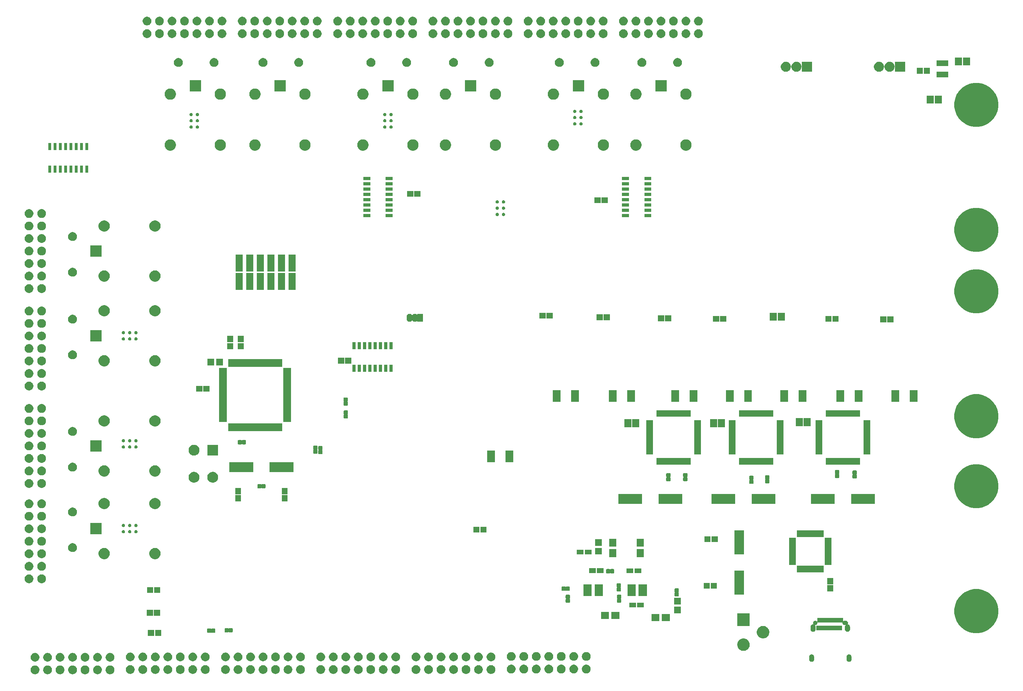
<source format=gbr>
G04 #@! TF.GenerationSoftware,KiCad,Pcbnew,5.0.0*
G04 #@! TF.CreationDate,2018-09-09T20:10:08-07:00*
G04 #@! TF.ProjectId,SchematicAutomation,536368656D617469634175746F6D6174,rev?*
G04 #@! TF.SameCoordinates,Original*
G04 #@! TF.FileFunction,Soldermask,Top*
G04 #@! TF.FilePolarity,Negative*
%FSLAX45Y45*%
G04 Gerber Fmt 4.5, Leading zero omitted, Abs format (unit mm)*
G04 Created by KiCad (PCBNEW 5.0.0) date Sun Sep  9 20:10:08 2018*
%MOMM*%
%LPD*%
G01*
G04 APERTURE LIST*
%ADD10C,0.150000*%
G04 APERTURE END LIST*
D10*
G36*
X4498028Y-17711315D02*
X4515427Y-17714775D01*
X4534536Y-17722691D01*
X4551734Y-17734182D01*
X4566359Y-17748807D01*
X4577850Y-17766004D01*
X4585765Y-17785113D01*
X4588181Y-17797258D01*
X4589769Y-17805242D01*
X4589800Y-17805399D01*
X4589800Y-17826082D01*
X4585765Y-17846368D01*
X4577850Y-17865477D01*
X4566359Y-17882674D01*
X4551734Y-17897299D01*
X4534536Y-17908790D01*
X4515427Y-17916705D01*
X4498028Y-17920166D01*
X4495142Y-17920740D01*
X4474458Y-17920740D01*
X4471572Y-17920166D01*
X4454173Y-17916705D01*
X4435064Y-17908790D01*
X4417866Y-17897299D01*
X4403241Y-17882674D01*
X4391750Y-17865477D01*
X4383835Y-17846368D01*
X4379800Y-17826082D01*
X4379800Y-17805399D01*
X4379831Y-17805242D01*
X4381419Y-17797258D01*
X4383835Y-17785113D01*
X4391750Y-17766004D01*
X4403241Y-17748807D01*
X4417866Y-17734182D01*
X4435064Y-17722691D01*
X4454173Y-17714775D01*
X4471572Y-17711315D01*
X4474458Y-17710740D01*
X4495142Y-17710740D01*
X4498028Y-17711315D01*
X4498028Y-17711315D01*
G37*
G36*
X5998028Y-17711315D02*
X6015427Y-17714775D01*
X6034536Y-17722691D01*
X6051734Y-17734182D01*
X6066359Y-17748807D01*
X6077850Y-17766004D01*
X6085765Y-17785113D01*
X6088181Y-17797258D01*
X6089769Y-17805242D01*
X6089800Y-17805399D01*
X6089800Y-17826082D01*
X6085765Y-17846368D01*
X6077850Y-17865477D01*
X6066359Y-17882674D01*
X6051734Y-17897299D01*
X6034536Y-17908790D01*
X6015427Y-17916705D01*
X5998028Y-17920166D01*
X5995142Y-17920740D01*
X5974458Y-17920740D01*
X5971572Y-17920166D01*
X5954173Y-17916705D01*
X5935064Y-17908790D01*
X5917866Y-17897299D01*
X5903241Y-17882674D01*
X5891750Y-17865477D01*
X5883835Y-17846368D01*
X5879800Y-17826082D01*
X5879800Y-17805399D01*
X5879831Y-17805242D01*
X5881419Y-17797258D01*
X5883835Y-17785113D01*
X5891750Y-17766004D01*
X5903241Y-17748807D01*
X5917866Y-17734182D01*
X5935064Y-17722691D01*
X5954173Y-17714775D01*
X5971572Y-17711315D01*
X5974458Y-17710740D01*
X5995142Y-17710740D01*
X5998028Y-17711315D01*
X5998028Y-17711315D01*
G37*
G36*
X6298028Y-17711315D02*
X6315427Y-17714775D01*
X6334536Y-17722691D01*
X6351734Y-17734182D01*
X6366359Y-17748807D01*
X6377850Y-17766004D01*
X6385765Y-17785113D01*
X6388181Y-17797258D01*
X6389769Y-17805242D01*
X6389800Y-17805399D01*
X6389800Y-17826082D01*
X6385765Y-17846368D01*
X6377850Y-17865477D01*
X6366359Y-17882674D01*
X6351734Y-17897299D01*
X6334536Y-17908790D01*
X6315427Y-17916705D01*
X6298028Y-17920166D01*
X6295142Y-17920740D01*
X6274458Y-17920740D01*
X6271572Y-17920166D01*
X6254173Y-17916705D01*
X6235064Y-17908790D01*
X6217866Y-17897299D01*
X6203241Y-17882674D01*
X6191750Y-17865477D01*
X6183835Y-17846368D01*
X6179800Y-17826082D01*
X6179800Y-17805399D01*
X6179831Y-17805242D01*
X6181419Y-17797258D01*
X6183835Y-17785113D01*
X6191750Y-17766004D01*
X6203241Y-17748807D01*
X6217866Y-17734182D01*
X6235064Y-17722691D01*
X6254173Y-17714775D01*
X6271572Y-17711315D01*
X6274458Y-17710740D01*
X6295142Y-17710740D01*
X6298028Y-17711315D01*
X6298028Y-17711315D01*
G37*
G36*
X5698028Y-17711315D02*
X5715427Y-17714775D01*
X5734536Y-17722691D01*
X5751734Y-17734182D01*
X5766359Y-17748807D01*
X5777850Y-17766004D01*
X5785765Y-17785113D01*
X5788181Y-17797258D01*
X5789769Y-17805242D01*
X5789800Y-17805399D01*
X5789800Y-17826082D01*
X5785765Y-17846368D01*
X5777850Y-17865477D01*
X5766359Y-17882674D01*
X5751734Y-17897299D01*
X5734536Y-17908790D01*
X5715427Y-17916705D01*
X5698028Y-17920166D01*
X5695142Y-17920740D01*
X5674458Y-17920740D01*
X5671572Y-17920166D01*
X5654173Y-17916705D01*
X5635064Y-17908790D01*
X5617866Y-17897299D01*
X5603241Y-17882674D01*
X5591750Y-17865477D01*
X5583835Y-17846368D01*
X5579800Y-17826082D01*
X5579800Y-17805399D01*
X5579831Y-17805242D01*
X5581419Y-17797258D01*
X5583835Y-17785113D01*
X5591750Y-17766004D01*
X5603241Y-17748807D01*
X5617866Y-17734182D01*
X5635064Y-17722691D01*
X5654173Y-17714775D01*
X5671572Y-17711315D01*
X5674458Y-17710740D01*
X5695142Y-17710740D01*
X5698028Y-17711315D01*
X5698028Y-17711315D01*
G37*
G36*
X5098028Y-17711315D02*
X5115427Y-17714775D01*
X5134536Y-17722691D01*
X5151734Y-17734182D01*
X5166359Y-17748807D01*
X5177850Y-17766004D01*
X5185765Y-17785113D01*
X5188181Y-17797258D01*
X5189769Y-17805242D01*
X5189800Y-17805399D01*
X5189800Y-17826082D01*
X5185765Y-17846368D01*
X5177850Y-17865477D01*
X5166359Y-17882674D01*
X5151734Y-17897299D01*
X5134536Y-17908790D01*
X5115427Y-17916705D01*
X5098028Y-17920166D01*
X5095142Y-17920740D01*
X5074458Y-17920740D01*
X5071572Y-17920166D01*
X5054173Y-17916705D01*
X5035064Y-17908790D01*
X5017866Y-17897299D01*
X5003241Y-17882674D01*
X4991750Y-17865477D01*
X4983835Y-17846368D01*
X4979800Y-17826082D01*
X4979800Y-17805399D01*
X4979831Y-17805242D01*
X4981419Y-17797258D01*
X4983835Y-17785113D01*
X4991750Y-17766004D01*
X5003241Y-17748807D01*
X5017866Y-17734182D01*
X5035064Y-17722691D01*
X5054173Y-17714775D01*
X5071572Y-17711315D01*
X5074458Y-17710740D01*
X5095142Y-17710740D01*
X5098028Y-17711315D01*
X5098028Y-17711315D01*
G37*
G36*
X5398028Y-17711315D02*
X5415427Y-17714775D01*
X5434536Y-17722691D01*
X5451734Y-17734182D01*
X5466359Y-17748807D01*
X5477850Y-17766004D01*
X5485765Y-17785113D01*
X5488181Y-17797258D01*
X5489769Y-17805242D01*
X5489800Y-17805399D01*
X5489800Y-17826082D01*
X5485765Y-17846368D01*
X5477850Y-17865477D01*
X5466359Y-17882674D01*
X5451734Y-17897299D01*
X5434536Y-17908790D01*
X5415427Y-17916705D01*
X5398028Y-17920166D01*
X5395142Y-17920740D01*
X5374458Y-17920740D01*
X5371572Y-17920166D01*
X5354173Y-17916705D01*
X5335064Y-17908790D01*
X5317866Y-17897299D01*
X5303241Y-17882674D01*
X5291750Y-17865477D01*
X5283835Y-17846368D01*
X5279800Y-17826082D01*
X5279800Y-17805399D01*
X5279831Y-17805242D01*
X5281419Y-17797258D01*
X5283835Y-17785113D01*
X5291750Y-17766004D01*
X5303241Y-17748807D01*
X5317866Y-17734182D01*
X5335064Y-17722691D01*
X5354173Y-17714775D01*
X5371572Y-17711315D01*
X5374458Y-17710740D01*
X5395142Y-17710740D01*
X5398028Y-17711315D01*
X5398028Y-17711315D01*
G37*
G36*
X4798028Y-17711315D02*
X4815427Y-17714775D01*
X4834536Y-17722691D01*
X4851734Y-17734182D01*
X4866359Y-17748807D01*
X4877850Y-17766004D01*
X4885765Y-17785113D01*
X4888181Y-17797258D01*
X4889769Y-17805242D01*
X4889800Y-17805399D01*
X4889800Y-17826082D01*
X4885765Y-17846368D01*
X4877850Y-17865477D01*
X4866359Y-17882674D01*
X4851734Y-17897299D01*
X4834536Y-17908790D01*
X4815427Y-17916705D01*
X4798028Y-17920166D01*
X4795142Y-17920740D01*
X4774458Y-17920740D01*
X4771572Y-17920166D01*
X4754173Y-17916705D01*
X4735064Y-17908790D01*
X4717866Y-17897299D01*
X4703241Y-17882674D01*
X4691750Y-17865477D01*
X4683835Y-17846368D01*
X4679800Y-17826082D01*
X4679800Y-17805399D01*
X4679831Y-17805242D01*
X4681419Y-17797258D01*
X4683835Y-17785113D01*
X4691750Y-17766004D01*
X4703241Y-17748807D01*
X4717866Y-17734182D01*
X4735064Y-17722691D01*
X4754173Y-17714775D01*
X4771572Y-17711315D01*
X4774458Y-17710740D01*
X4795142Y-17710740D01*
X4798028Y-17711315D01*
X4798028Y-17711315D01*
G37*
G36*
X11356028Y-17703174D02*
X11373427Y-17706635D01*
X11392536Y-17714550D01*
X11409734Y-17726041D01*
X11424359Y-17740666D01*
X11435850Y-17757864D01*
X11443765Y-17776973D01*
X11447800Y-17797258D01*
X11447800Y-17817942D01*
X11443765Y-17838227D01*
X11435850Y-17857336D01*
X11424359Y-17874534D01*
X11409734Y-17889159D01*
X11392536Y-17900650D01*
X11373427Y-17908565D01*
X11356028Y-17912026D01*
X11353142Y-17912600D01*
X11332458Y-17912600D01*
X11329572Y-17912026D01*
X11312173Y-17908565D01*
X11293064Y-17900650D01*
X11275866Y-17889159D01*
X11261241Y-17874534D01*
X11249750Y-17857336D01*
X11241835Y-17838227D01*
X11237800Y-17817942D01*
X11237800Y-17797258D01*
X11241835Y-17776973D01*
X11249750Y-17757864D01*
X11261241Y-17740666D01*
X11275866Y-17726041D01*
X11293064Y-17714550D01*
X11312173Y-17706635D01*
X11329572Y-17703174D01*
X11332458Y-17702600D01*
X11353142Y-17702600D01*
X11356028Y-17703174D01*
X11356028Y-17703174D01*
G37*
G36*
X6784028Y-17703174D02*
X6801427Y-17706635D01*
X6820536Y-17714550D01*
X6837734Y-17726041D01*
X6852359Y-17740666D01*
X6863850Y-17757864D01*
X6871765Y-17776973D01*
X6875800Y-17797258D01*
X6875800Y-17817942D01*
X6871765Y-17838227D01*
X6863850Y-17857336D01*
X6852359Y-17874534D01*
X6837734Y-17889159D01*
X6820536Y-17900650D01*
X6801427Y-17908565D01*
X6784028Y-17912026D01*
X6781142Y-17912600D01*
X6760458Y-17912600D01*
X6757572Y-17912026D01*
X6740173Y-17908565D01*
X6721064Y-17900650D01*
X6703866Y-17889159D01*
X6689241Y-17874534D01*
X6677750Y-17857336D01*
X6669835Y-17838227D01*
X6665800Y-17817942D01*
X6665800Y-17797258D01*
X6669835Y-17776973D01*
X6677750Y-17757864D01*
X6689241Y-17740666D01*
X6703866Y-17726041D01*
X6721064Y-17714550D01*
X6740173Y-17706635D01*
X6757572Y-17703174D01*
X6760458Y-17702600D01*
X6781142Y-17702600D01*
X6784028Y-17703174D01*
X6784028Y-17703174D01*
G37*
G36*
X7084028Y-17703174D02*
X7101427Y-17706635D01*
X7120536Y-17714550D01*
X7137734Y-17726041D01*
X7152359Y-17740666D01*
X7163850Y-17757864D01*
X7171765Y-17776973D01*
X7175800Y-17797258D01*
X7175800Y-17817942D01*
X7171765Y-17838227D01*
X7163850Y-17857336D01*
X7152359Y-17874534D01*
X7137734Y-17889159D01*
X7120536Y-17900650D01*
X7101427Y-17908565D01*
X7084028Y-17912026D01*
X7081142Y-17912600D01*
X7060458Y-17912600D01*
X7057572Y-17912026D01*
X7040173Y-17908565D01*
X7021064Y-17900650D01*
X7003866Y-17889159D01*
X6989241Y-17874534D01*
X6977750Y-17857336D01*
X6969835Y-17838227D01*
X6965800Y-17817942D01*
X6965800Y-17797258D01*
X6969835Y-17776973D01*
X6977750Y-17757864D01*
X6989241Y-17740666D01*
X7003866Y-17726041D01*
X7021064Y-17714550D01*
X7040173Y-17706635D01*
X7057572Y-17703174D01*
X7060458Y-17702600D01*
X7081142Y-17702600D01*
X7084028Y-17703174D01*
X7084028Y-17703174D01*
G37*
G36*
X7384028Y-17703174D02*
X7401427Y-17706635D01*
X7420536Y-17714550D01*
X7437734Y-17726041D01*
X7452359Y-17740666D01*
X7463850Y-17757864D01*
X7471765Y-17776973D01*
X7475800Y-17797258D01*
X7475800Y-17817942D01*
X7471765Y-17838227D01*
X7463850Y-17857336D01*
X7452359Y-17874534D01*
X7437734Y-17889159D01*
X7420536Y-17900650D01*
X7401427Y-17908565D01*
X7384028Y-17912026D01*
X7381142Y-17912600D01*
X7360458Y-17912600D01*
X7357572Y-17912026D01*
X7340173Y-17908565D01*
X7321064Y-17900650D01*
X7303866Y-17889159D01*
X7289241Y-17874534D01*
X7277750Y-17857336D01*
X7269835Y-17838227D01*
X7265800Y-17817942D01*
X7265800Y-17797258D01*
X7269835Y-17776973D01*
X7277750Y-17757864D01*
X7289241Y-17740666D01*
X7303866Y-17726041D01*
X7321064Y-17714550D01*
X7340173Y-17706635D01*
X7357572Y-17703174D01*
X7360458Y-17702600D01*
X7381142Y-17702600D01*
X7384028Y-17703174D01*
X7384028Y-17703174D01*
G37*
G36*
X7684028Y-17703174D02*
X7701427Y-17706635D01*
X7720536Y-17714550D01*
X7737734Y-17726041D01*
X7752359Y-17740666D01*
X7763850Y-17757864D01*
X7771765Y-17776973D01*
X7775800Y-17797258D01*
X7775800Y-17817942D01*
X7771765Y-17838227D01*
X7763850Y-17857336D01*
X7752359Y-17874534D01*
X7737734Y-17889159D01*
X7720536Y-17900650D01*
X7701427Y-17908565D01*
X7684028Y-17912026D01*
X7681142Y-17912600D01*
X7660458Y-17912600D01*
X7657572Y-17912026D01*
X7640173Y-17908565D01*
X7621064Y-17900650D01*
X7603866Y-17889159D01*
X7589241Y-17874534D01*
X7577750Y-17857336D01*
X7569835Y-17838227D01*
X7565800Y-17817942D01*
X7565800Y-17797258D01*
X7569835Y-17776973D01*
X7577750Y-17757864D01*
X7589241Y-17740666D01*
X7603866Y-17726041D01*
X7621064Y-17714550D01*
X7640173Y-17706635D01*
X7657572Y-17703174D01*
X7660458Y-17702600D01*
X7681142Y-17702600D01*
X7684028Y-17703174D01*
X7684028Y-17703174D01*
G37*
G36*
X7984028Y-17703174D02*
X8001427Y-17706635D01*
X8020536Y-17714550D01*
X8037734Y-17726041D01*
X8052359Y-17740666D01*
X8063850Y-17757864D01*
X8071765Y-17776973D01*
X8075800Y-17797258D01*
X8075800Y-17817942D01*
X8071765Y-17838227D01*
X8063850Y-17857336D01*
X8052359Y-17874534D01*
X8037734Y-17889159D01*
X8020536Y-17900650D01*
X8001427Y-17908565D01*
X7984028Y-17912026D01*
X7981142Y-17912600D01*
X7960458Y-17912600D01*
X7957572Y-17912026D01*
X7940173Y-17908565D01*
X7921064Y-17900650D01*
X7903866Y-17889159D01*
X7889241Y-17874534D01*
X7877750Y-17857336D01*
X7869835Y-17838227D01*
X7865800Y-17817942D01*
X7865800Y-17797258D01*
X7869835Y-17776973D01*
X7877750Y-17757864D01*
X7889241Y-17740666D01*
X7903866Y-17726041D01*
X7921064Y-17714550D01*
X7940173Y-17706635D01*
X7957572Y-17703174D01*
X7960458Y-17702600D01*
X7981142Y-17702600D01*
X7984028Y-17703174D01*
X7984028Y-17703174D01*
G37*
G36*
X8284028Y-17703174D02*
X8301427Y-17706635D01*
X8320536Y-17714550D01*
X8337734Y-17726041D01*
X8352359Y-17740666D01*
X8363850Y-17757864D01*
X8371765Y-17776973D01*
X8375800Y-17797258D01*
X8375800Y-17817942D01*
X8371765Y-17838227D01*
X8363850Y-17857336D01*
X8352359Y-17874534D01*
X8337734Y-17889159D01*
X8320536Y-17900650D01*
X8301427Y-17908565D01*
X8284028Y-17912026D01*
X8281142Y-17912600D01*
X8260458Y-17912600D01*
X8257572Y-17912026D01*
X8240173Y-17908565D01*
X8221064Y-17900650D01*
X8203866Y-17889159D01*
X8189241Y-17874534D01*
X8177750Y-17857336D01*
X8169835Y-17838227D01*
X8165800Y-17817942D01*
X8165800Y-17797258D01*
X8169835Y-17776973D01*
X8177750Y-17757864D01*
X8189241Y-17740666D01*
X8203866Y-17726041D01*
X8221064Y-17714550D01*
X8240173Y-17706635D01*
X8257572Y-17703174D01*
X8260458Y-17702600D01*
X8281142Y-17702600D01*
X8284028Y-17703174D01*
X8284028Y-17703174D01*
G37*
G36*
X8584028Y-17703174D02*
X8601427Y-17706635D01*
X8620536Y-17714550D01*
X8637734Y-17726041D01*
X8652359Y-17740666D01*
X8663850Y-17757864D01*
X8671765Y-17776973D01*
X8675800Y-17797258D01*
X8675800Y-17817942D01*
X8671765Y-17838227D01*
X8663850Y-17857336D01*
X8652359Y-17874534D01*
X8637734Y-17889159D01*
X8620536Y-17900650D01*
X8601427Y-17908565D01*
X8584028Y-17912026D01*
X8581142Y-17912600D01*
X8560458Y-17912600D01*
X8557572Y-17912026D01*
X8540173Y-17908565D01*
X8521064Y-17900650D01*
X8503866Y-17889159D01*
X8489241Y-17874534D01*
X8477750Y-17857336D01*
X8469835Y-17838227D01*
X8465800Y-17817942D01*
X8465800Y-17797258D01*
X8469835Y-17776973D01*
X8477750Y-17757864D01*
X8489241Y-17740666D01*
X8503866Y-17726041D01*
X8521064Y-17714550D01*
X8540173Y-17706635D01*
X8557572Y-17703174D01*
X8560458Y-17702600D01*
X8581142Y-17702600D01*
X8584028Y-17703174D01*
X8584028Y-17703174D01*
G37*
G36*
X9070028Y-17703174D02*
X9087427Y-17706635D01*
X9106536Y-17714550D01*
X9123734Y-17726041D01*
X9138359Y-17740666D01*
X9149850Y-17757864D01*
X9157765Y-17776973D01*
X9161800Y-17797258D01*
X9161800Y-17817942D01*
X9157765Y-17838227D01*
X9149850Y-17857336D01*
X9138359Y-17874534D01*
X9123734Y-17889159D01*
X9106536Y-17900650D01*
X9087427Y-17908565D01*
X9070028Y-17912026D01*
X9067142Y-17912600D01*
X9046458Y-17912600D01*
X9043572Y-17912026D01*
X9026173Y-17908565D01*
X9007064Y-17900650D01*
X8989866Y-17889159D01*
X8975241Y-17874534D01*
X8963750Y-17857336D01*
X8955835Y-17838227D01*
X8951800Y-17817942D01*
X8951800Y-17797258D01*
X8955835Y-17776973D01*
X8963750Y-17757864D01*
X8975241Y-17740666D01*
X8989866Y-17726041D01*
X9007064Y-17714550D01*
X9026173Y-17706635D01*
X9043572Y-17703174D01*
X9046458Y-17702600D01*
X9067142Y-17702600D01*
X9070028Y-17703174D01*
X9070028Y-17703174D01*
G37*
G36*
X9370028Y-17703174D02*
X9387427Y-17706635D01*
X9406536Y-17714550D01*
X9423734Y-17726041D01*
X9438359Y-17740666D01*
X9449850Y-17757864D01*
X9457765Y-17776973D01*
X9461800Y-17797258D01*
X9461800Y-17817942D01*
X9457765Y-17838227D01*
X9449850Y-17857336D01*
X9438359Y-17874534D01*
X9423734Y-17889159D01*
X9406536Y-17900650D01*
X9387427Y-17908565D01*
X9370028Y-17912026D01*
X9367142Y-17912600D01*
X9346458Y-17912600D01*
X9343572Y-17912026D01*
X9326173Y-17908565D01*
X9307064Y-17900650D01*
X9289866Y-17889159D01*
X9275241Y-17874534D01*
X9263750Y-17857336D01*
X9255835Y-17838227D01*
X9251800Y-17817942D01*
X9251800Y-17797258D01*
X9255835Y-17776973D01*
X9263750Y-17757864D01*
X9275241Y-17740666D01*
X9289866Y-17726041D01*
X9307064Y-17714550D01*
X9326173Y-17706635D01*
X9343572Y-17703174D01*
X9346458Y-17702600D01*
X9367142Y-17702600D01*
X9370028Y-17703174D01*
X9370028Y-17703174D01*
G37*
G36*
X9670028Y-17703174D02*
X9687427Y-17706635D01*
X9706536Y-17714550D01*
X9723734Y-17726041D01*
X9738359Y-17740666D01*
X9749850Y-17757864D01*
X9757765Y-17776973D01*
X9761800Y-17797258D01*
X9761800Y-17817942D01*
X9757765Y-17838227D01*
X9749850Y-17857336D01*
X9738359Y-17874534D01*
X9723734Y-17889159D01*
X9706536Y-17900650D01*
X9687427Y-17908565D01*
X9670028Y-17912026D01*
X9667142Y-17912600D01*
X9646458Y-17912600D01*
X9643572Y-17912026D01*
X9626173Y-17908565D01*
X9607064Y-17900650D01*
X9589866Y-17889159D01*
X9575241Y-17874534D01*
X9563750Y-17857336D01*
X9555835Y-17838227D01*
X9551800Y-17817942D01*
X9551800Y-17797258D01*
X9555835Y-17776973D01*
X9563750Y-17757864D01*
X9575241Y-17740666D01*
X9589866Y-17726041D01*
X9607064Y-17714550D01*
X9626173Y-17706635D01*
X9643572Y-17703174D01*
X9646458Y-17702600D01*
X9667142Y-17702600D01*
X9670028Y-17703174D01*
X9670028Y-17703174D01*
G37*
G36*
X9970028Y-17703174D02*
X9987427Y-17706635D01*
X10006536Y-17714550D01*
X10023734Y-17726041D01*
X10038359Y-17740666D01*
X10049850Y-17757864D01*
X10057765Y-17776973D01*
X10061800Y-17797258D01*
X10061800Y-17817942D01*
X10057765Y-17838227D01*
X10049850Y-17857336D01*
X10038359Y-17874534D01*
X10023734Y-17889159D01*
X10006536Y-17900650D01*
X9987427Y-17908565D01*
X9970028Y-17912026D01*
X9967142Y-17912600D01*
X9946458Y-17912600D01*
X9943572Y-17912026D01*
X9926173Y-17908565D01*
X9907064Y-17900650D01*
X9889866Y-17889159D01*
X9875241Y-17874534D01*
X9863750Y-17857336D01*
X9855835Y-17838227D01*
X9851800Y-17817942D01*
X9851800Y-17797258D01*
X9855835Y-17776973D01*
X9863750Y-17757864D01*
X9875241Y-17740666D01*
X9889866Y-17726041D01*
X9907064Y-17714550D01*
X9926173Y-17706635D01*
X9943572Y-17703174D01*
X9946458Y-17702600D01*
X9967142Y-17702600D01*
X9970028Y-17703174D01*
X9970028Y-17703174D01*
G37*
G36*
X10270028Y-17703174D02*
X10287427Y-17706635D01*
X10306536Y-17714550D01*
X10323734Y-17726041D01*
X10338359Y-17740666D01*
X10349850Y-17757864D01*
X10357765Y-17776973D01*
X10361800Y-17797258D01*
X10361800Y-17817942D01*
X10357765Y-17838227D01*
X10349850Y-17857336D01*
X10338359Y-17874534D01*
X10323734Y-17889159D01*
X10306536Y-17900650D01*
X10287427Y-17908565D01*
X10270028Y-17912026D01*
X10267142Y-17912600D01*
X10246458Y-17912600D01*
X10243572Y-17912026D01*
X10226173Y-17908565D01*
X10207064Y-17900650D01*
X10189866Y-17889159D01*
X10175241Y-17874534D01*
X10163750Y-17857336D01*
X10155835Y-17838227D01*
X10151800Y-17817942D01*
X10151800Y-17797258D01*
X10155835Y-17776973D01*
X10163750Y-17757864D01*
X10175241Y-17740666D01*
X10189866Y-17726041D01*
X10207064Y-17714550D01*
X10226173Y-17706635D01*
X10243572Y-17703174D01*
X10246458Y-17702600D01*
X10267142Y-17702600D01*
X10270028Y-17703174D01*
X10270028Y-17703174D01*
G37*
G36*
X10570028Y-17703174D02*
X10587427Y-17706635D01*
X10606536Y-17714550D01*
X10623734Y-17726041D01*
X10638359Y-17740666D01*
X10649850Y-17757864D01*
X10657765Y-17776973D01*
X10661800Y-17797258D01*
X10661800Y-17817942D01*
X10657765Y-17838227D01*
X10649850Y-17857336D01*
X10638359Y-17874534D01*
X10623734Y-17889159D01*
X10606536Y-17900650D01*
X10587427Y-17908565D01*
X10570028Y-17912026D01*
X10567142Y-17912600D01*
X10546458Y-17912600D01*
X10543572Y-17912026D01*
X10526173Y-17908565D01*
X10507064Y-17900650D01*
X10489866Y-17889159D01*
X10475241Y-17874534D01*
X10463750Y-17857336D01*
X10455835Y-17838227D01*
X10451800Y-17817942D01*
X10451800Y-17797258D01*
X10455835Y-17776973D01*
X10463750Y-17757864D01*
X10475241Y-17740666D01*
X10489866Y-17726041D01*
X10507064Y-17714550D01*
X10526173Y-17706635D01*
X10543572Y-17703174D01*
X10546458Y-17702600D01*
X10567142Y-17702600D01*
X10570028Y-17703174D01*
X10570028Y-17703174D01*
G37*
G36*
X15142028Y-17703174D02*
X15159427Y-17706635D01*
X15178536Y-17714550D01*
X15195734Y-17726041D01*
X15210359Y-17740666D01*
X15221850Y-17757864D01*
X15229765Y-17776973D01*
X15233800Y-17797258D01*
X15233800Y-17817942D01*
X15229765Y-17838227D01*
X15221850Y-17857336D01*
X15210359Y-17874534D01*
X15195734Y-17889159D01*
X15178536Y-17900650D01*
X15159427Y-17908565D01*
X15142028Y-17912026D01*
X15139142Y-17912600D01*
X15118458Y-17912600D01*
X15115572Y-17912026D01*
X15098173Y-17908565D01*
X15079064Y-17900650D01*
X15061866Y-17889159D01*
X15047241Y-17874534D01*
X15035750Y-17857336D01*
X15027835Y-17838227D01*
X15023800Y-17817942D01*
X15023800Y-17797258D01*
X15027835Y-17776973D01*
X15035750Y-17757864D01*
X15047241Y-17740666D01*
X15061866Y-17726041D01*
X15079064Y-17714550D01*
X15098173Y-17706635D01*
X15115572Y-17703174D01*
X15118458Y-17702600D01*
X15139142Y-17702600D01*
X15142028Y-17703174D01*
X15142028Y-17703174D01*
G37*
G36*
X15442028Y-17703174D02*
X15459427Y-17706635D01*
X15478536Y-17714550D01*
X15495734Y-17726041D01*
X15510359Y-17740666D01*
X15521850Y-17757864D01*
X15529765Y-17776973D01*
X15533800Y-17797258D01*
X15533800Y-17817942D01*
X15529765Y-17838227D01*
X15521850Y-17857336D01*
X15510359Y-17874534D01*
X15495734Y-17889159D01*
X15478536Y-17900650D01*
X15459427Y-17908565D01*
X15442028Y-17912026D01*
X15439142Y-17912600D01*
X15418458Y-17912600D01*
X15415572Y-17912026D01*
X15398173Y-17908565D01*
X15379064Y-17900650D01*
X15361866Y-17889159D01*
X15347241Y-17874534D01*
X15335750Y-17857336D01*
X15327835Y-17838227D01*
X15323800Y-17817942D01*
X15323800Y-17797258D01*
X15327835Y-17776973D01*
X15335750Y-17757864D01*
X15347241Y-17740666D01*
X15361866Y-17726041D01*
X15379064Y-17714550D01*
X15398173Y-17706635D01*
X15415572Y-17703174D01*
X15418458Y-17702600D01*
X15439142Y-17702600D01*
X15442028Y-17703174D01*
X15442028Y-17703174D01*
G37*
G36*
X11656028Y-17703174D02*
X11673427Y-17706635D01*
X11692536Y-17714550D01*
X11709734Y-17726041D01*
X11724359Y-17740666D01*
X11735850Y-17757864D01*
X11743765Y-17776973D01*
X11747800Y-17797258D01*
X11747800Y-17817942D01*
X11743765Y-17838227D01*
X11735850Y-17857336D01*
X11724359Y-17874534D01*
X11709734Y-17889159D01*
X11692536Y-17900650D01*
X11673427Y-17908565D01*
X11656028Y-17912026D01*
X11653142Y-17912600D01*
X11632458Y-17912600D01*
X11629572Y-17912026D01*
X11612173Y-17908565D01*
X11593064Y-17900650D01*
X11575866Y-17889159D01*
X11561241Y-17874534D01*
X11549750Y-17857336D01*
X11541835Y-17838227D01*
X11537800Y-17817942D01*
X11537800Y-17797258D01*
X11541835Y-17776973D01*
X11549750Y-17757864D01*
X11561241Y-17740666D01*
X11575866Y-17726041D01*
X11593064Y-17714550D01*
X11612173Y-17706635D01*
X11629572Y-17703174D01*
X11632458Y-17702600D01*
X11653142Y-17702600D01*
X11656028Y-17703174D01*
X11656028Y-17703174D01*
G37*
G36*
X11956028Y-17703174D02*
X11973427Y-17706635D01*
X11992536Y-17714550D01*
X12009734Y-17726041D01*
X12024359Y-17740666D01*
X12035850Y-17757864D01*
X12043765Y-17776973D01*
X12047800Y-17797258D01*
X12047800Y-17817942D01*
X12043765Y-17838227D01*
X12035850Y-17857336D01*
X12024359Y-17874534D01*
X12009734Y-17889159D01*
X11992536Y-17900650D01*
X11973427Y-17908565D01*
X11956028Y-17912026D01*
X11953142Y-17912600D01*
X11932458Y-17912600D01*
X11929572Y-17912026D01*
X11912173Y-17908565D01*
X11893064Y-17900650D01*
X11875866Y-17889159D01*
X11861241Y-17874534D01*
X11849750Y-17857336D01*
X11841835Y-17838227D01*
X11837800Y-17817942D01*
X11837800Y-17797258D01*
X11841835Y-17776973D01*
X11849750Y-17757864D01*
X11861241Y-17740666D01*
X11875866Y-17726041D01*
X11893064Y-17714550D01*
X11912173Y-17706635D01*
X11929572Y-17703174D01*
X11932458Y-17702600D01*
X11953142Y-17702600D01*
X11956028Y-17703174D01*
X11956028Y-17703174D01*
G37*
G36*
X12256028Y-17703174D02*
X12273427Y-17706635D01*
X12292536Y-17714550D01*
X12309734Y-17726041D01*
X12324359Y-17740666D01*
X12335850Y-17757864D01*
X12343765Y-17776973D01*
X12347800Y-17797258D01*
X12347800Y-17817942D01*
X12343765Y-17838227D01*
X12335850Y-17857336D01*
X12324359Y-17874534D01*
X12309734Y-17889159D01*
X12292536Y-17900650D01*
X12273427Y-17908565D01*
X12256028Y-17912026D01*
X12253142Y-17912600D01*
X12232458Y-17912600D01*
X12229572Y-17912026D01*
X12212173Y-17908565D01*
X12193064Y-17900650D01*
X12175866Y-17889159D01*
X12161241Y-17874534D01*
X12149750Y-17857336D01*
X12141835Y-17838227D01*
X12137800Y-17817942D01*
X12137800Y-17797258D01*
X12141835Y-17776973D01*
X12149750Y-17757864D01*
X12161241Y-17740666D01*
X12175866Y-17726041D01*
X12193064Y-17714550D01*
X12212173Y-17706635D01*
X12229572Y-17703174D01*
X12232458Y-17702600D01*
X12253142Y-17702600D01*
X12256028Y-17703174D01*
X12256028Y-17703174D01*
G37*
G36*
X12556028Y-17703174D02*
X12573427Y-17706635D01*
X12592536Y-17714550D01*
X12609734Y-17726041D01*
X12624359Y-17740666D01*
X12635850Y-17757864D01*
X12643765Y-17776973D01*
X12647800Y-17797258D01*
X12647800Y-17817942D01*
X12643765Y-17838227D01*
X12635850Y-17857336D01*
X12624359Y-17874534D01*
X12609734Y-17889159D01*
X12592536Y-17900650D01*
X12573427Y-17908565D01*
X12556028Y-17912026D01*
X12553142Y-17912600D01*
X12532458Y-17912600D01*
X12529572Y-17912026D01*
X12512173Y-17908565D01*
X12493064Y-17900650D01*
X12475866Y-17889159D01*
X12461241Y-17874534D01*
X12449750Y-17857336D01*
X12441835Y-17838227D01*
X12437800Y-17817942D01*
X12437800Y-17797258D01*
X12441835Y-17776973D01*
X12449750Y-17757864D01*
X12461241Y-17740666D01*
X12475866Y-17726041D01*
X12493064Y-17714550D01*
X12512173Y-17706635D01*
X12529572Y-17703174D01*
X12532458Y-17702600D01*
X12553142Y-17702600D01*
X12556028Y-17703174D01*
X12556028Y-17703174D01*
G37*
G36*
X12856028Y-17703174D02*
X12873427Y-17706635D01*
X12892536Y-17714550D01*
X12909734Y-17726041D01*
X12924359Y-17740666D01*
X12935850Y-17757864D01*
X12943765Y-17776973D01*
X12947800Y-17797258D01*
X12947800Y-17817942D01*
X12943765Y-17838227D01*
X12935850Y-17857336D01*
X12924359Y-17874534D01*
X12909734Y-17889159D01*
X12892536Y-17900650D01*
X12873427Y-17908565D01*
X12856028Y-17912026D01*
X12853142Y-17912600D01*
X12832458Y-17912600D01*
X12829572Y-17912026D01*
X12812173Y-17908565D01*
X12793064Y-17900650D01*
X12775866Y-17889159D01*
X12761241Y-17874534D01*
X12749750Y-17857336D01*
X12741835Y-17838227D01*
X12737800Y-17817942D01*
X12737800Y-17797258D01*
X12741835Y-17776973D01*
X12749750Y-17757864D01*
X12761241Y-17740666D01*
X12775866Y-17726041D01*
X12793064Y-17714550D01*
X12812173Y-17706635D01*
X12829572Y-17703174D01*
X12832458Y-17702600D01*
X12853142Y-17702600D01*
X12856028Y-17703174D01*
X12856028Y-17703174D01*
G37*
G36*
X13642028Y-17703174D02*
X13659427Y-17706635D01*
X13678536Y-17714550D01*
X13695734Y-17726041D01*
X13710359Y-17740666D01*
X13721850Y-17757864D01*
X13729765Y-17776973D01*
X13733800Y-17797258D01*
X13733800Y-17817942D01*
X13729765Y-17838227D01*
X13721850Y-17857336D01*
X13710359Y-17874534D01*
X13695734Y-17889159D01*
X13678536Y-17900650D01*
X13659427Y-17908565D01*
X13642028Y-17912026D01*
X13639142Y-17912600D01*
X13618458Y-17912600D01*
X13615572Y-17912026D01*
X13598173Y-17908565D01*
X13579064Y-17900650D01*
X13561866Y-17889159D01*
X13547241Y-17874534D01*
X13535750Y-17857336D01*
X13527835Y-17838227D01*
X13523800Y-17817942D01*
X13523800Y-17797258D01*
X13527835Y-17776973D01*
X13535750Y-17757864D01*
X13547241Y-17740666D01*
X13561866Y-17726041D01*
X13579064Y-17714550D01*
X13598173Y-17706635D01*
X13615572Y-17703174D01*
X13618458Y-17702600D01*
X13639142Y-17702600D01*
X13642028Y-17703174D01*
X13642028Y-17703174D01*
G37*
G36*
X13942028Y-17703174D02*
X13959427Y-17706635D01*
X13978536Y-17714550D01*
X13995734Y-17726041D01*
X14010359Y-17740666D01*
X14021850Y-17757864D01*
X14029765Y-17776973D01*
X14033800Y-17797258D01*
X14033800Y-17817942D01*
X14029765Y-17838227D01*
X14021850Y-17857336D01*
X14010359Y-17874534D01*
X13995734Y-17889159D01*
X13978536Y-17900650D01*
X13959427Y-17908565D01*
X13942028Y-17912026D01*
X13939142Y-17912600D01*
X13918458Y-17912600D01*
X13915572Y-17912026D01*
X13898173Y-17908565D01*
X13879064Y-17900650D01*
X13861866Y-17889159D01*
X13847241Y-17874534D01*
X13835750Y-17857336D01*
X13827835Y-17838227D01*
X13823800Y-17817942D01*
X13823800Y-17797258D01*
X13827835Y-17776973D01*
X13835750Y-17757864D01*
X13847241Y-17740666D01*
X13861866Y-17726041D01*
X13879064Y-17714550D01*
X13898173Y-17706635D01*
X13915572Y-17703174D01*
X13918458Y-17702600D01*
X13939142Y-17702600D01*
X13942028Y-17703174D01*
X13942028Y-17703174D01*
G37*
G36*
X14242028Y-17703174D02*
X14259427Y-17706635D01*
X14278536Y-17714550D01*
X14295734Y-17726041D01*
X14310359Y-17740666D01*
X14321850Y-17757864D01*
X14329765Y-17776973D01*
X14333800Y-17797258D01*
X14333800Y-17817942D01*
X14329765Y-17838227D01*
X14321850Y-17857336D01*
X14310359Y-17874534D01*
X14295734Y-17889159D01*
X14278536Y-17900650D01*
X14259427Y-17908565D01*
X14242028Y-17912026D01*
X14239142Y-17912600D01*
X14218458Y-17912600D01*
X14215572Y-17912026D01*
X14198173Y-17908565D01*
X14179064Y-17900650D01*
X14161866Y-17889159D01*
X14147241Y-17874534D01*
X14135750Y-17857336D01*
X14127835Y-17838227D01*
X14123800Y-17817942D01*
X14123800Y-17797258D01*
X14127835Y-17776973D01*
X14135750Y-17757864D01*
X14147241Y-17740666D01*
X14161866Y-17726041D01*
X14179064Y-17714550D01*
X14198173Y-17706635D01*
X14215572Y-17703174D01*
X14218458Y-17702600D01*
X14239142Y-17702600D01*
X14242028Y-17703174D01*
X14242028Y-17703174D01*
G37*
G36*
X14542028Y-17703174D02*
X14559427Y-17706635D01*
X14578536Y-17714550D01*
X14595734Y-17726041D01*
X14610359Y-17740666D01*
X14621850Y-17757864D01*
X14629765Y-17776973D01*
X14633800Y-17797258D01*
X14633800Y-17817942D01*
X14629765Y-17838227D01*
X14621850Y-17857336D01*
X14610359Y-17874534D01*
X14595734Y-17889159D01*
X14578536Y-17900650D01*
X14559427Y-17908565D01*
X14542028Y-17912026D01*
X14539142Y-17912600D01*
X14518458Y-17912600D01*
X14515572Y-17912026D01*
X14498173Y-17908565D01*
X14479064Y-17900650D01*
X14461866Y-17889159D01*
X14447241Y-17874534D01*
X14435750Y-17857336D01*
X14427835Y-17838227D01*
X14423800Y-17817942D01*
X14423800Y-17797258D01*
X14427835Y-17776973D01*
X14435750Y-17757864D01*
X14447241Y-17740666D01*
X14461866Y-17726041D01*
X14479064Y-17714550D01*
X14498173Y-17706635D01*
X14515572Y-17703174D01*
X14518458Y-17702600D01*
X14539142Y-17702600D01*
X14542028Y-17703174D01*
X14542028Y-17703174D01*
G37*
G36*
X14842028Y-17703174D02*
X14859427Y-17706635D01*
X14878536Y-17714550D01*
X14895734Y-17726041D01*
X14910359Y-17740666D01*
X14921850Y-17757864D01*
X14929765Y-17776973D01*
X14933800Y-17797258D01*
X14933800Y-17817942D01*
X14929765Y-17838227D01*
X14921850Y-17857336D01*
X14910359Y-17874534D01*
X14895734Y-17889159D01*
X14878536Y-17900650D01*
X14859427Y-17908565D01*
X14842028Y-17912026D01*
X14839142Y-17912600D01*
X14818458Y-17912600D01*
X14815572Y-17912026D01*
X14798173Y-17908565D01*
X14779064Y-17900650D01*
X14761866Y-17889159D01*
X14747241Y-17874534D01*
X14735750Y-17857336D01*
X14727835Y-17838227D01*
X14723800Y-17817942D01*
X14723800Y-17797258D01*
X14727835Y-17776973D01*
X14735750Y-17757864D01*
X14747241Y-17740666D01*
X14761866Y-17726041D01*
X14779064Y-17714550D01*
X14798173Y-17706635D01*
X14815572Y-17703174D01*
X14818458Y-17702600D01*
X14839142Y-17702600D01*
X14842028Y-17703174D01*
X14842028Y-17703174D01*
G37*
G36*
X10870028Y-17703174D02*
X10887427Y-17706635D01*
X10906536Y-17714550D01*
X10923734Y-17726041D01*
X10938359Y-17740666D01*
X10949850Y-17757864D01*
X10957765Y-17776973D01*
X10961800Y-17797258D01*
X10961800Y-17817942D01*
X10957765Y-17838227D01*
X10949850Y-17857336D01*
X10938359Y-17874534D01*
X10923734Y-17889159D01*
X10906536Y-17900650D01*
X10887427Y-17908565D01*
X10870028Y-17912026D01*
X10867142Y-17912600D01*
X10846458Y-17912600D01*
X10843572Y-17912026D01*
X10826173Y-17908565D01*
X10807064Y-17900650D01*
X10789866Y-17889159D01*
X10775241Y-17874534D01*
X10763750Y-17857336D01*
X10755835Y-17838227D01*
X10751800Y-17817942D01*
X10751800Y-17797258D01*
X10755835Y-17776973D01*
X10763750Y-17757864D01*
X10775241Y-17740666D01*
X10789866Y-17726041D01*
X10807064Y-17714550D01*
X10826173Y-17706635D01*
X10843572Y-17703174D01*
X10846458Y-17702600D01*
X10867142Y-17702600D01*
X10870028Y-17703174D01*
X10870028Y-17703174D01*
G37*
G36*
X13156028Y-17703174D02*
X13173427Y-17706635D01*
X13192536Y-17714550D01*
X13209734Y-17726041D01*
X13224359Y-17740666D01*
X13235850Y-17757864D01*
X13243765Y-17776973D01*
X13247800Y-17797258D01*
X13247800Y-17817942D01*
X13243765Y-17838227D01*
X13235850Y-17857336D01*
X13224359Y-17874534D01*
X13209734Y-17889159D01*
X13192536Y-17900650D01*
X13173427Y-17908565D01*
X13156028Y-17912026D01*
X13153142Y-17912600D01*
X13132458Y-17912600D01*
X13129572Y-17912026D01*
X13112173Y-17908565D01*
X13093064Y-17900650D01*
X13075866Y-17889159D01*
X13061241Y-17874534D01*
X13049750Y-17857336D01*
X13041835Y-17838227D01*
X13037800Y-17817942D01*
X13037800Y-17797258D01*
X13041835Y-17776973D01*
X13049750Y-17757864D01*
X13061241Y-17740666D01*
X13075866Y-17726041D01*
X13093064Y-17714550D01*
X13112173Y-17706635D01*
X13129572Y-17703174D01*
X13132458Y-17702600D01*
X13153142Y-17702600D01*
X13156028Y-17703174D01*
X13156028Y-17703174D01*
G37*
G36*
X16528028Y-17690474D02*
X16545427Y-17693935D01*
X16564536Y-17701850D01*
X16581734Y-17713341D01*
X16596359Y-17727966D01*
X16607850Y-17745164D01*
X16615765Y-17764273D01*
X16618291Y-17776973D01*
X16619800Y-17784558D01*
X16619800Y-17805242D01*
X16619226Y-17808128D01*
X16615765Y-17825527D01*
X16607850Y-17844636D01*
X16596359Y-17861834D01*
X16581734Y-17876459D01*
X16564536Y-17887950D01*
X16545427Y-17895865D01*
X16528028Y-17899326D01*
X16525142Y-17899900D01*
X16504458Y-17899900D01*
X16501572Y-17899326D01*
X16484173Y-17895865D01*
X16465064Y-17887950D01*
X16447866Y-17876459D01*
X16433241Y-17861834D01*
X16421750Y-17844636D01*
X16413835Y-17825527D01*
X16410374Y-17808128D01*
X16409800Y-17805242D01*
X16409800Y-17784558D01*
X16411309Y-17776973D01*
X16413835Y-17764273D01*
X16421750Y-17745164D01*
X16433241Y-17727966D01*
X16447866Y-17713341D01*
X16465064Y-17701850D01*
X16484173Y-17693935D01*
X16501572Y-17690474D01*
X16504458Y-17689900D01*
X16525142Y-17689900D01*
X16528028Y-17690474D01*
X16528028Y-17690474D01*
G37*
G36*
X17428028Y-17690474D02*
X17445427Y-17693935D01*
X17464536Y-17701850D01*
X17481734Y-17713341D01*
X17496359Y-17727966D01*
X17507850Y-17745164D01*
X17515765Y-17764273D01*
X17518291Y-17776973D01*
X17519800Y-17784558D01*
X17519800Y-17805242D01*
X17519226Y-17808128D01*
X17515765Y-17825527D01*
X17507850Y-17844636D01*
X17496359Y-17861834D01*
X17481734Y-17876459D01*
X17464536Y-17887950D01*
X17445427Y-17895865D01*
X17428028Y-17899326D01*
X17425142Y-17899900D01*
X17404458Y-17899900D01*
X17401572Y-17899326D01*
X17384173Y-17895865D01*
X17365064Y-17887950D01*
X17347866Y-17876459D01*
X17333241Y-17861834D01*
X17321750Y-17844636D01*
X17313835Y-17825527D01*
X17310374Y-17808128D01*
X17309800Y-17805242D01*
X17309800Y-17784558D01*
X17311309Y-17776973D01*
X17313835Y-17764273D01*
X17321750Y-17745164D01*
X17333241Y-17727966D01*
X17347866Y-17713341D01*
X17365064Y-17701850D01*
X17384173Y-17693935D01*
X17401572Y-17690474D01*
X17404458Y-17689900D01*
X17425142Y-17689900D01*
X17428028Y-17690474D01*
X17428028Y-17690474D01*
G37*
G36*
X17728028Y-17690474D02*
X17745427Y-17693935D01*
X17764536Y-17701850D01*
X17781734Y-17713341D01*
X17796359Y-17727966D01*
X17807850Y-17745164D01*
X17815765Y-17764273D01*
X17818291Y-17776973D01*
X17819800Y-17784558D01*
X17819800Y-17805242D01*
X17819226Y-17808128D01*
X17815765Y-17825527D01*
X17807850Y-17844636D01*
X17796359Y-17861834D01*
X17781734Y-17876459D01*
X17764536Y-17887950D01*
X17745427Y-17895865D01*
X17728028Y-17899326D01*
X17725142Y-17899900D01*
X17704458Y-17899900D01*
X17701572Y-17899326D01*
X17684173Y-17895865D01*
X17665064Y-17887950D01*
X17647866Y-17876459D01*
X17633241Y-17861834D01*
X17621750Y-17844636D01*
X17613835Y-17825527D01*
X17610374Y-17808128D01*
X17609800Y-17805242D01*
X17609800Y-17784558D01*
X17611309Y-17776973D01*
X17613835Y-17764273D01*
X17621750Y-17745164D01*
X17633241Y-17727966D01*
X17647866Y-17713341D01*
X17665064Y-17701850D01*
X17684173Y-17693935D01*
X17701572Y-17690474D01*
X17704458Y-17689900D01*
X17725142Y-17689900D01*
X17728028Y-17690474D01*
X17728028Y-17690474D01*
G37*
G36*
X17128028Y-17690474D02*
X17145427Y-17693935D01*
X17164536Y-17701850D01*
X17181734Y-17713341D01*
X17196359Y-17727966D01*
X17207850Y-17745164D01*
X17215765Y-17764273D01*
X17218291Y-17776973D01*
X17219800Y-17784558D01*
X17219800Y-17805242D01*
X17219226Y-17808128D01*
X17215765Y-17825527D01*
X17207850Y-17844636D01*
X17196359Y-17861834D01*
X17181734Y-17876459D01*
X17164536Y-17887950D01*
X17145427Y-17895865D01*
X17128028Y-17899326D01*
X17125142Y-17899900D01*
X17104458Y-17899900D01*
X17101572Y-17899326D01*
X17084173Y-17895865D01*
X17065064Y-17887950D01*
X17047866Y-17876459D01*
X17033241Y-17861834D01*
X17021750Y-17844636D01*
X17013835Y-17825527D01*
X17010374Y-17808128D01*
X17009800Y-17805242D01*
X17009800Y-17784558D01*
X17011309Y-17776973D01*
X17013835Y-17764273D01*
X17021750Y-17745164D01*
X17033241Y-17727966D01*
X17047866Y-17713341D01*
X17065064Y-17701850D01*
X17084173Y-17693935D01*
X17101572Y-17690474D01*
X17104458Y-17689900D01*
X17125142Y-17689900D01*
X17128028Y-17690474D01*
X17128028Y-17690474D01*
G37*
G36*
X16228028Y-17690474D02*
X16245427Y-17693935D01*
X16264536Y-17701850D01*
X16281734Y-17713341D01*
X16296359Y-17727966D01*
X16307850Y-17745164D01*
X16315765Y-17764273D01*
X16318291Y-17776973D01*
X16319800Y-17784558D01*
X16319800Y-17805242D01*
X16319226Y-17808128D01*
X16315765Y-17825527D01*
X16307850Y-17844636D01*
X16296359Y-17861834D01*
X16281734Y-17876459D01*
X16264536Y-17887950D01*
X16245427Y-17895865D01*
X16228028Y-17899326D01*
X16225142Y-17899900D01*
X16204458Y-17899900D01*
X16201572Y-17899326D01*
X16184173Y-17895865D01*
X16165064Y-17887950D01*
X16147866Y-17876459D01*
X16133241Y-17861834D01*
X16121750Y-17844636D01*
X16113835Y-17825527D01*
X16110374Y-17808128D01*
X16109800Y-17805242D01*
X16109800Y-17784558D01*
X16111309Y-17776973D01*
X16113835Y-17764273D01*
X16121750Y-17745164D01*
X16133241Y-17727966D01*
X16147866Y-17713341D01*
X16165064Y-17701850D01*
X16184173Y-17693935D01*
X16201572Y-17690474D01*
X16204458Y-17689900D01*
X16225142Y-17689900D01*
X16228028Y-17690474D01*
X16228028Y-17690474D01*
G37*
G36*
X15928028Y-17690474D02*
X15945427Y-17693935D01*
X15964536Y-17701850D01*
X15981734Y-17713341D01*
X15996359Y-17727966D01*
X16007850Y-17745164D01*
X16015765Y-17764273D01*
X16018291Y-17776973D01*
X16019800Y-17784558D01*
X16019800Y-17805242D01*
X16019226Y-17808128D01*
X16015765Y-17825527D01*
X16007850Y-17844636D01*
X15996359Y-17861834D01*
X15981734Y-17876459D01*
X15964536Y-17887950D01*
X15945427Y-17895865D01*
X15928028Y-17899326D01*
X15925142Y-17899900D01*
X15904458Y-17899900D01*
X15901572Y-17899326D01*
X15884173Y-17895865D01*
X15865064Y-17887950D01*
X15847866Y-17876459D01*
X15833241Y-17861834D01*
X15821750Y-17844636D01*
X15813835Y-17825527D01*
X15810374Y-17808128D01*
X15809800Y-17805242D01*
X15809800Y-17784558D01*
X15811309Y-17776973D01*
X15813835Y-17764273D01*
X15821750Y-17745164D01*
X15833241Y-17727966D01*
X15847866Y-17713341D01*
X15865064Y-17701850D01*
X15884173Y-17693935D01*
X15901572Y-17690474D01*
X15904458Y-17689900D01*
X15925142Y-17689900D01*
X15928028Y-17690474D01*
X15928028Y-17690474D01*
G37*
G36*
X16828028Y-17690474D02*
X16845427Y-17693935D01*
X16864536Y-17701850D01*
X16881734Y-17713341D01*
X16896359Y-17727966D01*
X16907850Y-17745164D01*
X16915765Y-17764273D01*
X16918291Y-17776973D01*
X16919800Y-17784558D01*
X16919800Y-17805242D01*
X16919226Y-17808128D01*
X16915765Y-17825527D01*
X16907850Y-17844636D01*
X16896359Y-17861834D01*
X16881734Y-17876459D01*
X16864536Y-17887950D01*
X16845427Y-17895865D01*
X16828028Y-17899326D01*
X16825142Y-17899900D01*
X16804458Y-17899900D01*
X16801572Y-17899326D01*
X16784173Y-17895865D01*
X16765064Y-17887950D01*
X16747866Y-17876459D01*
X16733241Y-17861834D01*
X16721750Y-17844636D01*
X16713835Y-17825527D01*
X16710374Y-17808128D01*
X16709800Y-17805242D01*
X16709800Y-17784558D01*
X16711309Y-17776973D01*
X16713835Y-17764273D01*
X16721750Y-17745164D01*
X16733241Y-17727966D01*
X16747866Y-17713341D01*
X16765064Y-17701850D01*
X16784173Y-17693935D01*
X16801572Y-17690474D01*
X16804458Y-17689900D01*
X16825142Y-17689900D01*
X16828028Y-17690474D01*
X16828028Y-17690474D01*
G37*
G36*
X24032762Y-17444668D02*
X24044072Y-17448099D01*
X24054495Y-17453670D01*
X24063632Y-17461168D01*
X24071130Y-17470305D01*
X24073625Y-17474973D01*
X24076701Y-17480728D01*
X24080132Y-17492038D01*
X24081000Y-17500852D01*
X24081000Y-17566748D01*
X24080132Y-17575562D01*
X24076981Y-17585950D01*
X24076701Y-17586872D01*
X24071130Y-17597296D01*
X24063632Y-17606432D01*
X24054495Y-17613930D01*
X24045495Y-17618740D01*
X24044072Y-17619501D01*
X24032762Y-17622932D01*
X24021000Y-17624090D01*
X24009238Y-17622932D01*
X23997928Y-17619501D01*
X23996505Y-17618740D01*
X23987505Y-17613930D01*
X23978368Y-17606432D01*
X23970870Y-17597296D01*
X23965299Y-17586872D01*
X23965019Y-17585950D01*
X23961868Y-17575562D01*
X23961000Y-17566748D01*
X23961000Y-17500852D01*
X23961868Y-17492038D01*
X23965299Y-17480728D01*
X23970870Y-17470305D01*
X23970870Y-17470305D01*
X23978368Y-17461168D01*
X23987504Y-17453670D01*
X23997928Y-17448099D01*
X24009238Y-17444668D01*
X24021000Y-17443510D01*
X24032762Y-17444668D01*
X24032762Y-17444668D01*
G37*
G36*
X23134762Y-17444668D02*
X23146072Y-17448099D01*
X23156495Y-17453670D01*
X23165632Y-17461168D01*
X23173130Y-17470305D01*
X23175625Y-17474973D01*
X23178701Y-17480728D01*
X23182132Y-17492038D01*
X23183000Y-17500852D01*
X23183000Y-17566748D01*
X23182132Y-17575562D01*
X23178981Y-17585950D01*
X23178701Y-17586872D01*
X23173130Y-17597296D01*
X23165632Y-17606432D01*
X23156495Y-17613930D01*
X23147495Y-17618740D01*
X23146072Y-17619501D01*
X23134762Y-17622932D01*
X23123000Y-17624090D01*
X23111238Y-17622932D01*
X23099928Y-17619501D01*
X23098505Y-17618740D01*
X23089505Y-17613930D01*
X23080368Y-17606432D01*
X23072870Y-17597296D01*
X23067299Y-17586872D01*
X23067019Y-17585950D01*
X23063868Y-17575562D01*
X23063000Y-17566748D01*
X23063000Y-17500852D01*
X23063868Y-17492038D01*
X23067299Y-17480728D01*
X23072870Y-17470305D01*
X23072870Y-17470305D01*
X23080368Y-17461168D01*
X23089504Y-17453670D01*
X23099928Y-17448099D01*
X23111238Y-17444668D01*
X23123000Y-17443510D01*
X23134762Y-17444668D01*
X23134762Y-17444668D01*
G37*
G36*
X4498028Y-17409315D02*
X4515427Y-17412775D01*
X4534536Y-17420691D01*
X4551734Y-17432182D01*
X4566359Y-17446807D01*
X4577850Y-17464004D01*
X4585765Y-17483113D01*
X4588181Y-17495258D01*
X4589769Y-17503242D01*
X4589800Y-17503399D01*
X4589800Y-17524082D01*
X4585765Y-17544368D01*
X4577850Y-17563477D01*
X4566359Y-17580674D01*
X4551734Y-17595299D01*
X4534536Y-17606790D01*
X4515427Y-17614705D01*
X4498028Y-17618166D01*
X4495142Y-17618740D01*
X4474458Y-17618740D01*
X4471572Y-17618166D01*
X4454173Y-17614705D01*
X4435064Y-17606790D01*
X4417866Y-17595299D01*
X4403241Y-17580674D01*
X4391750Y-17563477D01*
X4383835Y-17544368D01*
X4379800Y-17524082D01*
X4379800Y-17503399D01*
X4379831Y-17503242D01*
X4381419Y-17495258D01*
X4383835Y-17483113D01*
X4391750Y-17464004D01*
X4403241Y-17446807D01*
X4417866Y-17432182D01*
X4435064Y-17420691D01*
X4454173Y-17412775D01*
X4471572Y-17409315D01*
X4474458Y-17408740D01*
X4495142Y-17408740D01*
X4498028Y-17409315D01*
X4498028Y-17409315D01*
G37*
G36*
X5698028Y-17409315D02*
X5715427Y-17412775D01*
X5734536Y-17420691D01*
X5751734Y-17432182D01*
X5766359Y-17446807D01*
X5777850Y-17464004D01*
X5785765Y-17483113D01*
X5788181Y-17495258D01*
X5789769Y-17503242D01*
X5789800Y-17503399D01*
X5789800Y-17524082D01*
X5785765Y-17544368D01*
X5777850Y-17563477D01*
X5766359Y-17580674D01*
X5751734Y-17595299D01*
X5734536Y-17606790D01*
X5715427Y-17614705D01*
X5698028Y-17618166D01*
X5695142Y-17618740D01*
X5674458Y-17618740D01*
X5671572Y-17618166D01*
X5654173Y-17614705D01*
X5635064Y-17606790D01*
X5617866Y-17595299D01*
X5603241Y-17580674D01*
X5591750Y-17563477D01*
X5583835Y-17544368D01*
X5579800Y-17524082D01*
X5579800Y-17503399D01*
X5579831Y-17503242D01*
X5581419Y-17495258D01*
X5583835Y-17483113D01*
X5591750Y-17464004D01*
X5603241Y-17446807D01*
X5617866Y-17432182D01*
X5635064Y-17420691D01*
X5654173Y-17412775D01*
X5671572Y-17409315D01*
X5674458Y-17408740D01*
X5695142Y-17408740D01*
X5698028Y-17409315D01*
X5698028Y-17409315D01*
G37*
G36*
X5998028Y-17409315D02*
X6015427Y-17412775D01*
X6034536Y-17420691D01*
X6051734Y-17432182D01*
X6066359Y-17446807D01*
X6077850Y-17464004D01*
X6085765Y-17483113D01*
X6088181Y-17495258D01*
X6089769Y-17503242D01*
X6089800Y-17503399D01*
X6089800Y-17524082D01*
X6085765Y-17544368D01*
X6077850Y-17563477D01*
X6066359Y-17580674D01*
X6051734Y-17595299D01*
X6034536Y-17606790D01*
X6015427Y-17614705D01*
X5998028Y-17618166D01*
X5995142Y-17618740D01*
X5974458Y-17618740D01*
X5971572Y-17618166D01*
X5954173Y-17614705D01*
X5935064Y-17606790D01*
X5917866Y-17595299D01*
X5903241Y-17580674D01*
X5891750Y-17563477D01*
X5883835Y-17544368D01*
X5879800Y-17524082D01*
X5879800Y-17503399D01*
X5879831Y-17503242D01*
X5881419Y-17495258D01*
X5883835Y-17483113D01*
X5891750Y-17464004D01*
X5903241Y-17446807D01*
X5917866Y-17432182D01*
X5935064Y-17420691D01*
X5954173Y-17412775D01*
X5971572Y-17409315D01*
X5974458Y-17408740D01*
X5995142Y-17408740D01*
X5998028Y-17409315D01*
X5998028Y-17409315D01*
G37*
G36*
X5398028Y-17409315D02*
X5415427Y-17412775D01*
X5434536Y-17420691D01*
X5451734Y-17432182D01*
X5466359Y-17446807D01*
X5477850Y-17464004D01*
X5485765Y-17483113D01*
X5488181Y-17495258D01*
X5489769Y-17503242D01*
X5489800Y-17503399D01*
X5489800Y-17524082D01*
X5485765Y-17544368D01*
X5477850Y-17563477D01*
X5466359Y-17580674D01*
X5451734Y-17595299D01*
X5434536Y-17606790D01*
X5415427Y-17614705D01*
X5398028Y-17618166D01*
X5395142Y-17618740D01*
X5374458Y-17618740D01*
X5371572Y-17618166D01*
X5354173Y-17614705D01*
X5335064Y-17606790D01*
X5317866Y-17595299D01*
X5303241Y-17580674D01*
X5291750Y-17563477D01*
X5283835Y-17544368D01*
X5279800Y-17524082D01*
X5279800Y-17503399D01*
X5279831Y-17503242D01*
X5281419Y-17495258D01*
X5283835Y-17483113D01*
X5291750Y-17464004D01*
X5303241Y-17446807D01*
X5317866Y-17432182D01*
X5335064Y-17420691D01*
X5354173Y-17412775D01*
X5371572Y-17409315D01*
X5374458Y-17408740D01*
X5395142Y-17408740D01*
X5398028Y-17409315D01*
X5398028Y-17409315D01*
G37*
G36*
X5098028Y-17409315D02*
X5115427Y-17412775D01*
X5134536Y-17420691D01*
X5151734Y-17432182D01*
X5166359Y-17446807D01*
X5177850Y-17464004D01*
X5185765Y-17483113D01*
X5188181Y-17495258D01*
X5189769Y-17503242D01*
X5189800Y-17503399D01*
X5189800Y-17524082D01*
X5185765Y-17544368D01*
X5177850Y-17563477D01*
X5166359Y-17580674D01*
X5151734Y-17595299D01*
X5134536Y-17606790D01*
X5115427Y-17614705D01*
X5098028Y-17618166D01*
X5095142Y-17618740D01*
X5074458Y-17618740D01*
X5071572Y-17618166D01*
X5054173Y-17614705D01*
X5035064Y-17606790D01*
X5017866Y-17595299D01*
X5003241Y-17580674D01*
X4991750Y-17563477D01*
X4983835Y-17544368D01*
X4979800Y-17524082D01*
X4979800Y-17503399D01*
X4979831Y-17503242D01*
X4981419Y-17495258D01*
X4983835Y-17483113D01*
X4991750Y-17464004D01*
X5003241Y-17446807D01*
X5017866Y-17432182D01*
X5035064Y-17420691D01*
X5054173Y-17412775D01*
X5071572Y-17409315D01*
X5074458Y-17408740D01*
X5095142Y-17408740D01*
X5098028Y-17409315D01*
X5098028Y-17409315D01*
G37*
G36*
X6298028Y-17409315D02*
X6315427Y-17412775D01*
X6334536Y-17420691D01*
X6351734Y-17432182D01*
X6366359Y-17446807D01*
X6377850Y-17464004D01*
X6385765Y-17483113D01*
X6388181Y-17495258D01*
X6389769Y-17503242D01*
X6389800Y-17503399D01*
X6389800Y-17524082D01*
X6385765Y-17544368D01*
X6377850Y-17563477D01*
X6366359Y-17580674D01*
X6351734Y-17595299D01*
X6334536Y-17606790D01*
X6315427Y-17614705D01*
X6298028Y-17618166D01*
X6295142Y-17618740D01*
X6274458Y-17618740D01*
X6271572Y-17618166D01*
X6254173Y-17614705D01*
X6235064Y-17606790D01*
X6217866Y-17595299D01*
X6203241Y-17580674D01*
X6191750Y-17563477D01*
X6183835Y-17544368D01*
X6179800Y-17524082D01*
X6179800Y-17503399D01*
X6179831Y-17503242D01*
X6181419Y-17495258D01*
X6183835Y-17483113D01*
X6191750Y-17464004D01*
X6203241Y-17446807D01*
X6217866Y-17432182D01*
X6235064Y-17420691D01*
X6254173Y-17412775D01*
X6271572Y-17409315D01*
X6274458Y-17408740D01*
X6295142Y-17408740D01*
X6298028Y-17409315D01*
X6298028Y-17409315D01*
G37*
G36*
X4798028Y-17409315D02*
X4815427Y-17412775D01*
X4834536Y-17420691D01*
X4851734Y-17432182D01*
X4866359Y-17446807D01*
X4877850Y-17464004D01*
X4885765Y-17483113D01*
X4888181Y-17495258D01*
X4889769Y-17503242D01*
X4889800Y-17503399D01*
X4889800Y-17524082D01*
X4885765Y-17544368D01*
X4877850Y-17563477D01*
X4866359Y-17580674D01*
X4851734Y-17595299D01*
X4834536Y-17606790D01*
X4815427Y-17614705D01*
X4798028Y-17618166D01*
X4795142Y-17618740D01*
X4774458Y-17618740D01*
X4771572Y-17618166D01*
X4754173Y-17614705D01*
X4735064Y-17606790D01*
X4717866Y-17595299D01*
X4703241Y-17580674D01*
X4691750Y-17563477D01*
X4683835Y-17544368D01*
X4679800Y-17524082D01*
X4679800Y-17503399D01*
X4679831Y-17503242D01*
X4681419Y-17495258D01*
X4683835Y-17483113D01*
X4691750Y-17464004D01*
X4703241Y-17446807D01*
X4717866Y-17432182D01*
X4735064Y-17420691D01*
X4754173Y-17412775D01*
X4771572Y-17409315D01*
X4774458Y-17408740D01*
X4795142Y-17408740D01*
X4798028Y-17409315D01*
X4798028Y-17409315D01*
G37*
G36*
X13156028Y-17401174D02*
X13173427Y-17404635D01*
X13192536Y-17412550D01*
X13209734Y-17424041D01*
X13224359Y-17438666D01*
X13235850Y-17455864D01*
X13243765Y-17474973D01*
X13247800Y-17495258D01*
X13247800Y-17515942D01*
X13243765Y-17536227D01*
X13235850Y-17555336D01*
X13224359Y-17572534D01*
X13209734Y-17587159D01*
X13192536Y-17598650D01*
X13173427Y-17606565D01*
X13156028Y-17610026D01*
X13153142Y-17610600D01*
X13132458Y-17610600D01*
X13129572Y-17610026D01*
X13112173Y-17606565D01*
X13093064Y-17598650D01*
X13075866Y-17587159D01*
X13061241Y-17572534D01*
X13049750Y-17555336D01*
X13041835Y-17536227D01*
X13037800Y-17515942D01*
X13037800Y-17495258D01*
X13041835Y-17474973D01*
X13049750Y-17455864D01*
X13061241Y-17438666D01*
X13075866Y-17424041D01*
X13093064Y-17412550D01*
X13112173Y-17404635D01*
X13129572Y-17401174D01*
X13132458Y-17400600D01*
X13153142Y-17400600D01*
X13156028Y-17401174D01*
X13156028Y-17401174D01*
G37*
G36*
X12856028Y-17401174D02*
X12873427Y-17404635D01*
X12892536Y-17412550D01*
X12909734Y-17424041D01*
X12924359Y-17438666D01*
X12935850Y-17455864D01*
X12943765Y-17474973D01*
X12947800Y-17495258D01*
X12947800Y-17515942D01*
X12943765Y-17536227D01*
X12935850Y-17555336D01*
X12924359Y-17572534D01*
X12909734Y-17587159D01*
X12892536Y-17598650D01*
X12873427Y-17606565D01*
X12856028Y-17610026D01*
X12853142Y-17610600D01*
X12832458Y-17610600D01*
X12829572Y-17610026D01*
X12812173Y-17606565D01*
X12793064Y-17598650D01*
X12775866Y-17587159D01*
X12761241Y-17572534D01*
X12749750Y-17555336D01*
X12741835Y-17536227D01*
X12737800Y-17515942D01*
X12737800Y-17495258D01*
X12741835Y-17474973D01*
X12749750Y-17455864D01*
X12761241Y-17438666D01*
X12775866Y-17424041D01*
X12793064Y-17412550D01*
X12812173Y-17404635D01*
X12829572Y-17401174D01*
X12832458Y-17400600D01*
X12853142Y-17400600D01*
X12856028Y-17401174D01*
X12856028Y-17401174D01*
G37*
G36*
X12556028Y-17401174D02*
X12573427Y-17404635D01*
X12592536Y-17412550D01*
X12609734Y-17424041D01*
X12624359Y-17438666D01*
X12635850Y-17455864D01*
X12643765Y-17474973D01*
X12647800Y-17495258D01*
X12647800Y-17515942D01*
X12643765Y-17536227D01*
X12635850Y-17555336D01*
X12624359Y-17572534D01*
X12609734Y-17587159D01*
X12592536Y-17598650D01*
X12573427Y-17606565D01*
X12556028Y-17610026D01*
X12553142Y-17610600D01*
X12532458Y-17610600D01*
X12529572Y-17610026D01*
X12512173Y-17606565D01*
X12493064Y-17598650D01*
X12475866Y-17587159D01*
X12461241Y-17572534D01*
X12449750Y-17555336D01*
X12441835Y-17536227D01*
X12437800Y-17515942D01*
X12437800Y-17495258D01*
X12441835Y-17474973D01*
X12449750Y-17455864D01*
X12461241Y-17438666D01*
X12475866Y-17424041D01*
X12493064Y-17412550D01*
X12512173Y-17404635D01*
X12529572Y-17401174D01*
X12532458Y-17400600D01*
X12553142Y-17400600D01*
X12556028Y-17401174D01*
X12556028Y-17401174D01*
G37*
G36*
X12256028Y-17401174D02*
X12273427Y-17404635D01*
X12292536Y-17412550D01*
X12309734Y-17424041D01*
X12324359Y-17438666D01*
X12335850Y-17455864D01*
X12343765Y-17474973D01*
X12347800Y-17495258D01*
X12347800Y-17515942D01*
X12343765Y-17536227D01*
X12335850Y-17555336D01*
X12324359Y-17572534D01*
X12309734Y-17587159D01*
X12292536Y-17598650D01*
X12273427Y-17606565D01*
X12256028Y-17610026D01*
X12253142Y-17610600D01*
X12232458Y-17610600D01*
X12229572Y-17610026D01*
X12212173Y-17606565D01*
X12193064Y-17598650D01*
X12175866Y-17587159D01*
X12161241Y-17572534D01*
X12149750Y-17555336D01*
X12141835Y-17536227D01*
X12137800Y-17515942D01*
X12137800Y-17495258D01*
X12141835Y-17474973D01*
X12149750Y-17455864D01*
X12161241Y-17438666D01*
X12175866Y-17424041D01*
X12193064Y-17412550D01*
X12212173Y-17404635D01*
X12229572Y-17401174D01*
X12232458Y-17400600D01*
X12253142Y-17400600D01*
X12256028Y-17401174D01*
X12256028Y-17401174D01*
G37*
G36*
X11956028Y-17401174D02*
X11973427Y-17404635D01*
X11992536Y-17412550D01*
X12009734Y-17424041D01*
X12024359Y-17438666D01*
X12035850Y-17455864D01*
X12043765Y-17474973D01*
X12047800Y-17495258D01*
X12047800Y-17515942D01*
X12043765Y-17536227D01*
X12035850Y-17555336D01*
X12024359Y-17572534D01*
X12009734Y-17587159D01*
X11992536Y-17598650D01*
X11973427Y-17606565D01*
X11956028Y-17610026D01*
X11953142Y-17610600D01*
X11932458Y-17610600D01*
X11929572Y-17610026D01*
X11912173Y-17606565D01*
X11893064Y-17598650D01*
X11875866Y-17587159D01*
X11861241Y-17572534D01*
X11849750Y-17555336D01*
X11841835Y-17536227D01*
X11837800Y-17515942D01*
X11837800Y-17495258D01*
X11841835Y-17474973D01*
X11849750Y-17455864D01*
X11861241Y-17438666D01*
X11875866Y-17424041D01*
X11893064Y-17412550D01*
X11912173Y-17404635D01*
X11929572Y-17401174D01*
X11932458Y-17400600D01*
X11953142Y-17400600D01*
X11956028Y-17401174D01*
X11956028Y-17401174D01*
G37*
G36*
X13642028Y-17401174D02*
X13659427Y-17404635D01*
X13678536Y-17412550D01*
X13695734Y-17424041D01*
X13710359Y-17438666D01*
X13721850Y-17455864D01*
X13729765Y-17474973D01*
X13733800Y-17495258D01*
X13733800Y-17515942D01*
X13729765Y-17536227D01*
X13721850Y-17555336D01*
X13710359Y-17572534D01*
X13695734Y-17587159D01*
X13678536Y-17598650D01*
X13659427Y-17606565D01*
X13642028Y-17610026D01*
X13639142Y-17610600D01*
X13618458Y-17610600D01*
X13615572Y-17610026D01*
X13598173Y-17606565D01*
X13579064Y-17598650D01*
X13561866Y-17587159D01*
X13547241Y-17572534D01*
X13535750Y-17555336D01*
X13527835Y-17536227D01*
X13523800Y-17515942D01*
X13523800Y-17495258D01*
X13527835Y-17474973D01*
X13535750Y-17455864D01*
X13547241Y-17438666D01*
X13561866Y-17424041D01*
X13579064Y-17412550D01*
X13598173Y-17404635D01*
X13615572Y-17401174D01*
X13618458Y-17400600D01*
X13639142Y-17400600D01*
X13642028Y-17401174D01*
X13642028Y-17401174D01*
G37*
G36*
X13942028Y-17401174D02*
X13959427Y-17404635D01*
X13978536Y-17412550D01*
X13995734Y-17424041D01*
X14010359Y-17438666D01*
X14021850Y-17455864D01*
X14029765Y-17474973D01*
X14033800Y-17495258D01*
X14033800Y-17515942D01*
X14029765Y-17536227D01*
X14021850Y-17555336D01*
X14010359Y-17572534D01*
X13995734Y-17587159D01*
X13978536Y-17598650D01*
X13959427Y-17606565D01*
X13942028Y-17610026D01*
X13939142Y-17610600D01*
X13918458Y-17610600D01*
X13915572Y-17610026D01*
X13898173Y-17606565D01*
X13879064Y-17598650D01*
X13861866Y-17587159D01*
X13847241Y-17572534D01*
X13835750Y-17555336D01*
X13827835Y-17536227D01*
X13823800Y-17515942D01*
X13823800Y-17495258D01*
X13827835Y-17474973D01*
X13835750Y-17455864D01*
X13847241Y-17438666D01*
X13861866Y-17424041D01*
X13879064Y-17412550D01*
X13898173Y-17404635D01*
X13915572Y-17401174D01*
X13918458Y-17400600D01*
X13939142Y-17400600D01*
X13942028Y-17401174D01*
X13942028Y-17401174D01*
G37*
G36*
X14242028Y-17401174D02*
X14259427Y-17404635D01*
X14278536Y-17412550D01*
X14295734Y-17424041D01*
X14310359Y-17438666D01*
X14321850Y-17455864D01*
X14329765Y-17474973D01*
X14333800Y-17495258D01*
X14333800Y-17515942D01*
X14329765Y-17536227D01*
X14321850Y-17555336D01*
X14310359Y-17572534D01*
X14295734Y-17587159D01*
X14278536Y-17598650D01*
X14259427Y-17606565D01*
X14242028Y-17610026D01*
X14239142Y-17610600D01*
X14218458Y-17610600D01*
X14215572Y-17610026D01*
X14198173Y-17606565D01*
X14179064Y-17598650D01*
X14161866Y-17587159D01*
X14147241Y-17572534D01*
X14135750Y-17555336D01*
X14127835Y-17536227D01*
X14123800Y-17515942D01*
X14123800Y-17495258D01*
X14127835Y-17474973D01*
X14135750Y-17455864D01*
X14147241Y-17438666D01*
X14161866Y-17424041D01*
X14179064Y-17412550D01*
X14198173Y-17404635D01*
X14215572Y-17401174D01*
X14218458Y-17400600D01*
X14239142Y-17400600D01*
X14242028Y-17401174D01*
X14242028Y-17401174D01*
G37*
G36*
X14542028Y-17401174D02*
X14559427Y-17404635D01*
X14578536Y-17412550D01*
X14595734Y-17424041D01*
X14610359Y-17438666D01*
X14621850Y-17455864D01*
X14629765Y-17474973D01*
X14633800Y-17495258D01*
X14633800Y-17515942D01*
X14629765Y-17536227D01*
X14621850Y-17555336D01*
X14610359Y-17572534D01*
X14595734Y-17587159D01*
X14578536Y-17598650D01*
X14559427Y-17606565D01*
X14542028Y-17610026D01*
X14539142Y-17610600D01*
X14518458Y-17610600D01*
X14515572Y-17610026D01*
X14498173Y-17606565D01*
X14479064Y-17598650D01*
X14461866Y-17587159D01*
X14447241Y-17572534D01*
X14435750Y-17555336D01*
X14427835Y-17536227D01*
X14423800Y-17515942D01*
X14423800Y-17495258D01*
X14427835Y-17474973D01*
X14435750Y-17455864D01*
X14447241Y-17438666D01*
X14461866Y-17424041D01*
X14479064Y-17412550D01*
X14498173Y-17404635D01*
X14515572Y-17401174D01*
X14518458Y-17400600D01*
X14539142Y-17400600D01*
X14542028Y-17401174D01*
X14542028Y-17401174D01*
G37*
G36*
X14842028Y-17401174D02*
X14859427Y-17404635D01*
X14878536Y-17412550D01*
X14895734Y-17424041D01*
X14910359Y-17438666D01*
X14921850Y-17455864D01*
X14929765Y-17474973D01*
X14933800Y-17495258D01*
X14933800Y-17515942D01*
X14929765Y-17536227D01*
X14921850Y-17555336D01*
X14910359Y-17572534D01*
X14895734Y-17587159D01*
X14878536Y-17598650D01*
X14859427Y-17606565D01*
X14842028Y-17610026D01*
X14839142Y-17610600D01*
X14818458Y-17610600D01*
X14815572Y-17610026D01*
X14798173Y-17606565D01*
X14779064Y-17598650D01*
X14761866Y-17587159D01*
X14747241Y-17572534D01*
X14735750Y-17555336D01*
X14727835Y-17536227D01*
X14723800Y-17515942D01*
X14723800Y-17495258D01*
X14727835Y-17474973D01*
X14735750Y-17455864D01*
X14747241Y-17438666D01*
X14761866Y-17424041D01*
X14779064Y-17412550D01*
X14798173Y-17404635D01*
X14815572Y-17401174D01*
X14818458Y-17400600D01*
X14839142Y-17400600D01*
X14842028Y-17401174D01*
X14842028Y-17401174D01*
G37*
G36*
X15142028Y-17401174D02*
X15159427Y-17404635D01*
X15178536Y-17412550D01*
X15195734Y-17424041D01*
X15210359Y-17438666D01*
X15221850Y-17455864D01*
X15229765Y-17474973D01*
X15233800Y-17495258D01*
X15233800Y-17515942D01*
X15229765Y-17536227D01*
X15221850Y-17555336D01*
X15210359Y-17572534D01*
X15195734Y-17587159D01*
X15178536Y-17598650D01*
X15159427Y-17606565D01*
X15142028Y-17610026D01*
X15139142Y-17610600D01*
X15118458Y-17610600D01*
X15115572Y-17610026D01*
X15098173Y-17606565D01*
X15079064Y-17598650D01*
X15061866Y-17587159D01*
X15047241Y-17572534D01*
X15035750Y-17555336D01*
X15027835Y-17536227D01*
X15023800Y-17515942D01*
X15023800Y-17495258D01*
X15027835Y-17474973D01*
X15035750Y-17455864D01*
X15047241Y-17438666D01*
X15061866Y-17424041D01*
X15079064Y-17412550D01*
X15098173Y-17404635D01*
X15115572Y-17401174D01*
X15118458Y-17400600D01*
X15139142Y-17400600D01*
X15142028Y-17401174D01*
X15142028Y-17401174D01*
G37*
G36*
X15442028Y-17401174D02*
X15459427Y-17404635D01*
X15478536Y-17412550D01*
X15495734Y-17424041D01*
X15510359Y-17438666D01*
X15521850Y-17455864D01*
X15529765Y-17474973D01*
X15533800Y-17495258D01*
X15533800Y-17515942D01*
X15529765Y-17536227D01*
X15521850Y-17555336D01*
X15510359Y-17572534D01*
X15495734Y-17587159D01*
X15478536Y-17598650D01*
X15459427Y-17606565D01*
X15442028Y-17610026D01*
X15439142Y-17610600D01*
X15418458Y-17610600D01*
X15415572Y-17610026D01*
X15398173Y-17606565D01*
X15379064Y-17598650D01*
X15361866Y-17587159D01*
X15347241Y-17572534D01*
X15335750Y-17555336D01*
X15327835Y-17536227D01*
X15323800Y-17515942D01*
X15323800Y-17495258D01*
X15327835Y-17474973D01*
X15335750Y-17455864D01*
X15347241Y-17438666D01*
X15361866Y-17424041D01*
X15379064Y-17412550D01*
X15398173Y-17404635D01*
X15415572Y-17401174D01*
X15418458Y-17400600D01*
X15439142Y-17400600D01*
X15442028Y-17401174D01*
X15442028Y-17401174D01*
G37*
G36*
X6784028Y-17401174D02*
X6801427Y-17404635D01*
X6820536Y-17412550D01*
X6837734Y-17424041D01*
X6852359Y-17438666D01*
X6863850Y-17455864D01*
X6871765Y-17474973D01*
X6875800Y-17495258D01*
X6875800Y-17515942D01*
X6871765Y-17536227D01*
X6863850Y-17555336D01*
X6852359Y-17572534D01*
X6837734Y-17587159D01*
X6820536Y-17598650D01*
X6801427Y-17606565D01*
X6784028Y-17610026D01*
X6781142Y-17610600D01*
X6760458Y-17610600D01*
X6757572Y-17610026D01*
X6740173Y-17606565D01*
X6721064Y-17598650D01*
X6703866Y-17587159D01*
X6689241Y-17572534D01*
X6677750Y-17555336D01*
X6669835Y-17536227D01*
X6665800Y-17515942D01*
X6665800Y-17495258D01*
X6669835Y-17474973D01*
X6677750Y-17455864D01*
X6689241Y-17438666D01*
X6703866Y-17424041D01*
X6721064Y-17412550D01*
X6740173Y-17404635D01*
X6757572Y-17401174D01*
X6760458Y-17400600D01*
X6781142Y-17400600D01*
X6784028Y-17401174D01*
X6784028Y-17401174D01*
G37*
G36*
X7084028Y-17401174D02*
X7101427Y-17404635D01*
X7120536Y-17412550D01*
X7137734Y-17424041D01*
X7152359Y-17438666D01*
X7163850Y-17455864D01*
X7171765Y-17474973D01*
X7175800Y-17495258D01*
X7175800Y-17515942D01*
X7171765Y-17536227D01*
X7163850Y-17555336D01*
X7152359Y-17572534D01*
X7137734Y-17587159D01*
X7120536Y-17598650D01*
X7101427Y-17606565D01*
X7084028Y-17610026D01*
X7081142Y-17610600D01*
X7060458Y-17610600D01*
X7057572Y-17610026D01*
X7040173Y-17606565D01*
X7021064Y-17598650D01*
X7003866Y-17587159D01*
X6989241Y-17572534D01*
X6977750Y-17555336D01*
X6969835Y-17536227D01*
X6965800Y-17515942D01*
X6965800Y-17495258D01*
X6969835Y-17474973D01*
X6977750Y-17455864D01*
X6989241Y-17438666D01*
X7003866Y-17424041D01*
X7021064Y-17412550D01*
X7040173Y-17404635D01*
X7057572Y-17401174D01*
X7060458Y-17400600D01*
X7081142Y-17400600D01*
X7084028Y-17401174D01*
X7084028Y-17401174D01*
G37*
G36*
X7684028Y-17401174D02*
X7701427Y-17404635D01*
X7720536Y-17412550D01*
X7737734Y-17424041D01*
X7752359Y-17438666D01*
X7763850Y-17455864D01*
X7771765Y-17474973D01*
X7775800Y-17495258D01*
X7775800Y-17515942D01*
X7771765Y-17536227D01*
X7763850Y-17555336D01*
X7752359Y-17572534D01*
X7737734Y-17587159D01*
X7720536Y-17598650D01*
X7701427Y-17606565D01*
X7684028Y-17610026D01*
X7681142Y-17610600D01*
X7660458Y-17610600D01*
X7657572Y-17610026D01*
X7640173Y-17606565D01*
X7621064Y-17598650D01*
X7603866Y-17587159D01*
X7589241Y-17572534D01*
X7577750Y-17555336D01*
X7569835Y-17536227D01*
X7565800Y-17515942D01*
X7565800Y-17495258D01*
X7569835Y-17474973D01*
X7577750Y-17455864D01*
X7589241Y-17438666D01*
X7603866Y-17424041D01*
X7621064Y-17412550D01*
X7640173Y-17404635D01*
X7657572Y-17401174D01*
X7660458Y-17400600D01*
X7681142Y-17400600D01*
X7684028Y-17401174D01*
X7684028Y-17401174D01*
G37*
G36*
X11356028Y-17401174D02*
X11373427Y-17404635D01*
X11392536Y-17412550D01*
X11409734Y-17424041D01*
X11424359Y-17438666D01*
X11435850Y-17455864D01*
X11443765Y-17474973D01*
X11447800Y-17495258D01*
X11447800Y-17515942D01*
X11443765Y-17536227D01*
X11435850Y-17555336D01*
X11424359Y-17572534D01*
X11409734Y-17587159D01*
X11392536Y-17598650D01*
X11373427Y-17606565D01*
X11356028Y-17610026D01*
X11353142Y-17610600D01*
X11332458Y-17610600D01*
X11329572Y-17610026D01*
X11312173Y-17606565D01*
X11293064Y-17598650D01*
X11275866Y-17587159D01*
X11261241Y-17572534D01*
X11249750Y-17555336D01*
X11241835Y-17536227D01*
X11237800Y-17515942D01*
X11237800Y-17495258D01*
X11241835Y-17474973D01*
X11249750Y-17455864D01*
X11261241Y-17438666D01*
X11275866Y-17424041D01*
X11293064Y-17412550D01*
X11312173Y-17404635D01*
X11329572Y-17401174D01*
X11332458Y-17400600D01*
X11353142Y-17400600D01*
X11356028Y-17401174D01*
X11356028Y-17401174D01*
G37*
G36*
X9370028Y-17401174D02*
X9387427Y-17404635D01*
X9406536Y-17412550D01*
X9423734Y-17424041D01*
X9438359Y-17438666D01*
X9449850Y-17455864D01*
X9457765Y-17474973D01*
X9461800Y-17495258D01*
X9461800Y-17515942D01*
X9457765Y-17536227D01*
X9449850Y-17555336D01*
X9438359Y-17572534D01*
X9423734Y-17587159D01*
X9406536Y-17598650D01*
X9387427Y-17606565D01*
X9370028Y-17610026D01*
X9367142Y-17610600D01*
X9346458Y-17610600D01*
X9343572Y-17610026D01*
X9326173Y-17606565D01*
X9307064Y-17598650D01*
X9289866Y-17587159D01*
X9275241Y-17572534D01*
X9263750Y-17555336D01*
X9255835Y-17536227D01*
X9251800Y-17515942D01*
X9251800Y-17495258D01*
X9255835Y-17474973D01*
X9263750Y-17455864D01*
X9275241Y-17438666D01*
X9289866Y-17424041D01*
X9307064Y-17412550D01*
X9326173Y-17404635D01*
X9343572Y-17401174D01*
X9346458Y-17400600D01*
X9367142Y-17400600D01*
X9370028Y-17401174D01*
X9370028Y-17401174D01*
G37*
G36*
X9070028Y-17401174D02*
X9087427Y-17404635D01*
X9106536Y-17412550D01*
X9123734Y-17424041D01*
X9138359Y-17438666D01*
X9149850Y-17455864D01*
X9157765Y-17474973D01*
X9161800Y-17495258D01*
X9161800Y-17515942D01*
X9157765Y-17536227D01*
X9149850Y-17555336D01*
X9138359Y-17572534D01*
X9123734Y-17587159D01*
X9106536Y-17598650D01*
X9087427Y-17606565D01*
X9070028Y-17610026D01*
X9067142Y-17610600D01*
X9046458Y-17610600D01*
X9043572Y-17610026D01*
X9026173Y-17606565D01*
X9007064Y-17598650D01*
X8989866Y-17587159D01*
X8975241Y-17572534D01*
X8963750Y-17555336D01*
X8955835Y-17536227D01*
X8951800Y-17515942D01*
X8951800Y-17495258D01*
X8955835Y-17474973D01*
X8963750Y-17455864D01*
X8975241Y-17438666D01*
X8989866Y-17424041D01*
X9007064Y-17412550D01*
X9026173Y-17404635D01*
X9043572Y-17401174D01*
X9046458Y-17400600D01*
X9067142Y-17400600D01*
X9070028Y-17401174D01*
X9070028Y-17401174D01*
G37*
G36*
X9670028Y-17401174D02*
X9687427Y-17404635D01*
X9706536Y-17412550D01*
X9723734Y-17424041D01*
X9738359Y-17438666D01*
X9749850Y-17455864D01*
X9757765Y-17474973D01*
X9761800Y-17495258D01*
X9761800Y-17515942D01*
X9757765Y-17536227D01*
X9749850Y-17555336D01*
X9738359Y-17572534D01*
X9723734Y-17587159D01*
X9706536Y-17598650D01*
X9687427Y-17606565D01*
X9670028Y-17610026D01*
X9667142Y-17610600D01*
X9646458Y-17610600D01*
X9643572Y-17610026D01*
X9626173Y-17606565D01*
X9607064Y-17598650D01*
X9589866Y-17587159D01*
X9575241Y-17572534D01*
X9563750Y-17555336D01*
X9555835Y-17536227D01*
X9551800Y-17515942D01*
X9551800Y-17495258D01*
X9555835Y-17474973D01*
X9563750Y-17455864D01*
X9575241Y-17438666D01*
X9589866Y-17424041D01*
X9607064Y-17412550D01*
X9626173Y-17404635D01*
X9643572Y-17401174D01*
X9646458Y-17400600D01*
X9667142Y-17400600D01*
X9670028Y-17401174D01*
X9670028Y-17401174D01*
G37*
G36*
X9970028Y-17401174D02*
X9987427Y-17404635D01*
X10006536Y-17412550D01*
X10023734Y-17424041D01*
X10038359Y-17438666D01*
X10049850Y-17455864D01*
X10057765Y-17474973D01*
X10061800Y-17495258D01*
X10061800Y-17515942D01*
X10057765Y-17536227D01*
X10049850Y-17555336D01*
X10038359Y-17572534D01*
X10023734Y-17587159D01*
X10006536Y-17598650D01*
X9987427Y-17606565D01*
X9970028Y-17610026D01*
X9967142Y-17610600D01*
X9946458Y-17610600D01*
X9943572Y-17610026D01*
X9926173Y-17606565D01*
X9907064Y-17598650D01*
X9889866Y-17587159D01*
X9875241Y-17572534D01*
X9863750Y-17555336D01*
X9855835Y-17536227D01*
X9851800Y-17515942D01*
X9851800Y-17495258D01*
X9855835Y-17474973D01*
X9863750Y-17455864D01*
X9875241Y-17438666D01*
X9889866Y-17424041D01*
X9907064Y-17412550D01*
X9926173Y-17404635D01*
X9943572Y-17401174D01*
X9946458Y-17400600D01*
X9967142Y-17400600D01*
X9970028Y-17401174D01*
X9970028Y-17401174D01*
G37*
G36*
X10270028Y-17401174D02*
X10287427Y-17404635D01*
X10306536Y-17412550D01*
X10323734Y-17424041D01*
X10338359Y-17438666D01*
X10349850Y-17455864D01*
X10357765Y-17474973D01*
X10361800Y-17495258D01*
X10361800Y-17515942D01*
X10357765Y-17536227D01*
X10349850Y-17555336D01*
X10338359Y-17572534D01*
X10323734Y-17587159D01*
X10306536Y-17598650D01*
X10287427Y-17606565D01*
X10270028Y-17610026D01*
X10267142Y-17610600D01*
X10246458Y-17610600D01*
X10243572Y-17610026D01*
X10226173Y-17606565D01*
X10207064Y-17598650D01*
X10189866Y-17587159D01*
X10175241Y-17572534D01*
X10163750Y-17555336D01*
X10155835Y-17536227D01*
X10151800Y-17515942D01*
X10151800Y-17495258D01*
X10155835Y-17474973D01*
X10163750Y-17455864D01*
X10175241Y-17438666D01*
X10189866Y-17424041D01*
X10207064Y-17412550D01*
X10226173Y-17404635D01*
X10243572Y-17401174D01*
X10246458Y-17400600D01*
X10267142Y-17400600D01*
X10270028Y-17401174D01*
X10270028Y-17401174D01*
G37*
G36*
X10570028Y-17401174D02*
X10587427Y-17404635D01*
X10606536Y-17412550D01*
X10623734Y-17424041D01*
X10638359Y-17438666D01*
X10649850Y-17455864D01*
X10657765Y-17474973D01*
X10661800Y-17495258D01*
X10661800Y-17515942D01*
X10657765Y-17536227D01*
X10649850Y-17555336D01*
X10638359Y-17572534D01*
X10623734Y-17587159D01*
X10606536Y-17598650D01*
X10587427Y-17606565D01*
X10570028Y-17610026D01*
X10567142Y-17610600D01*
X10546458Y-17610600D01*
X10543572Y-17610026D01*
X10526173Y-17606565D01*
X10507064Y-17598650D01*
X10489866Y-17587159D01*
X10475241Y-17572534D01*
X10463750Y-17555336D01*
X10455835Y-17536227D01*
X10451800Y-17515942D01*
X10451800Y-17495258D01*
X10455835Y-17474973D01*
X10463750Y-17455864D01*
X10475241Y-17438666D01*
X10489866Y-17424041D01*
X10507064Y-17412550D01*
X10526173Y-17404635D01*
X10543572Y-17401174D01*
X10546458Y-17400600D01*
X10567142Y-17400600D01*
X10570028Y-17401174D01*
X10570028Y-17401174D01*
G37*
G36*
X10870028Y-17401174D02*
X10887427Y-17404635D01*
X10906536Y-17412550D01*
X10923734Y-17424041D01*
X10938359Y-17438666D01*
X10949850Y-17455864D01*
X10957765Y-17474973D01*
X10961800Y-17495258D01*
X10961800Y-17515942D01*
X10957765Y-17536227D01*
X10949850Y-17555336D01*
X10938359Y-17572534D01*
X10923734Y-17587159D01*
X10906536Y-17598650D01*
X10887427Y-17606565D01*
X10870028Y-17610026D01*
X10867142Y-17610600D01*
X10846458Y-17610600D01*
X10843572Y-17610026D01*
X10826173Y-17606565D01*
X10807064Y-17598650D01*
X10789866Y-17587159D01*
X10775241Y-17572534D01*
X10763750Y-17555336D01*
X10755835Y-17536227D01*
X10751800Y-17515942D01*
X10751800Y-17495258D01*
X10755835Y-17474973D01*
X10763750Y-17455864D01*
X10775241Y-17438666D01*
X10789866Y-17424041D01*
X10807064Y-17412550D01*
X10826173Y-17404635D01*
X10843572Y-17401174D01*
X10846458Y-17400600D01*
X10867142Y-17400600D01*
X10870028Y-17401174D01*
X10870028Y-17401174D01*
G37*
G36*
X11656028Y-17401174D02*
X11673427Y-17404635D01*
X11692536Y-17412550D01*
X11709734Y-17424041D01*
X11724359Y-17438666D01*
X11735850Y-17455864D01*
X11743765Y-17474973D01*
X11747800Y-17495258D01*
X11747800Y-17515942D01*
X11743765Y-17536227D01*
X11735850Y-17555336D01*
X11724359Y-17572534D01*
X11709734Y-17587159D01*
X11692536Y-17598650D01*
X11673427Y-17606565D01*
X11656028Y-17610026D01*
X11653142Y-17610600D01*
X11632458Y-17610600D01*
X11629572Y-17610026D01*
X11612173Y-17606565D01*
X11593064Y-17598650D01*
X11575866Y-17587159D01*
X11561241Y-17572534D01*
X11549750Y-17555336D01*
X11541835Y-17536227D01*
X11537800Y-17515942D01*
X11537800Y-17495258D01*
X11541835Y-17474973D01*
X11549750Y-17455864D01*
X11561241Y-17438666D01*
X11575866Y-17424041D01*
X11593064Y-17412550D01*
X11612173Y-17404635D01*
X11629572Y-17401174D01*
X11632458Y-17400600D01*
X11653142Y-17400600D01*
X11656028Y-17401174D01*
X11656028Y-17401174D01*
G37*
G36*
X8584028Y-17401174D02*
X8601427Y-17404635D01*
X8620536Y-17412550D01*
X8637734Y-17424041D01*
X8652359Y-17438666D01*
X8663850Y-17455864D01*
X8671765Y-17474973D01*
X8675800Y-17495258D01*
X8675800Y-17515942D01*
X8671765Y-17536227D01*
X8663850Y-17555336D01*
X8652359Y-17572534D01*
X8637734Y-17587159D01*
X8620536Y-17598650D01*
X8601427Y-17606565D01*
X8584028Y-17610026D01*
X8581142Y-17610600D01*
X8560458Y-17610600D01*
X8557572Y-17610026D01*
X8540173Y-17606565D01*
X8521064Y-17598650D01*
X8503866Y-17587159D01*
X8489241Y-17572534D01*
X8477750Y-17555336D01*
X8469835Y-17536227D01*
X8465800Y-17515942D01*
X8465800Y-17495258D01*
X8469835Y-17474973D01*
X8477750Y-17455864D01*
X8489241Y-17438666D01*
X8503866Y-17424041D01*
X8521064Y-17412550D01*
X8540173Y-17404635D01*
X8557572Y-17401174D01*
X8560458Y-17400600D01*
X8581142Y-17400600D01*
X8584028Y-17401174D01*
X8584028Y-17401174D01*
G37*
G36*
X8284028Y-17401174D02*
X8301427Y-17404635D01*
X8320536Y-17412550D01*
X8337734Y-17424041D01*
X8352359Y-17438666D01*
X8363850Y-17455864D01*
X8371765Y-17474973D01*
X8375800Y-17495258D01*
X8375800Y-17515942D01*
X8371765Y-17536227D01*
X8363850Y-17555336D01*
X8352359Y-17572534D01*
X8337734Y-17587159D01*
X8320536Y-17598650D01*
X8301427Y-17606565D01*
X8284028Y-17610026D01*
X8281142Y-17610600D01*
X8260458Y-17610600D01*
X8257572Y-17610026D01*
X8240173Y-17606565D01*
X8221064Y-17598650D01*
X8203866Y-17587159D01*
X8189241Y-17572534D01*
X8177750Y-17555336D01*
X8169835Y-17536227D01*
X8165800Y-17515942D01*
X8165800Y-17495258D01*
X8169835Y-17474973D01*
X8177750Y-17455864D01*
X8189241Y-17438666D01*
X8203866Y-17424041D01*
X8221064Y-17412550D01*
X8240173Y-17404635D01*
X8257572Y-17401174D01*
X8260458Y-17400600D01*
X8281142Y-17400600D01*
X8284028Y-17401174D01*
X8284028Y-17401174D01*
G37*
G36*
X7984028Y-17401174D02*
X8001427Y-17404635D01*
X8020536Y-17412550D01*
X8037734Y-17424041D01*
X8052359Y-17438666D01*
X8063850Y-17455864D01*
X8071765Y-17474973D01*
X8075800Y-17495258D01*
X8075800Y-17515942D01*
X8071765Y-17536227D01*
X8063850Y-17555336D01*
X8052359Y-17572534D01*
X8037734Y-17587159D01*
X8020536Y-17598650D01*
X8001427Y-17606565D01*
X7984028Y-17610026D01*
X7981142Y-17610600D01*
X7960458Y-17610600D01*
X7957572Y-17610026D01*
X7940173Y-17606565D01*
X7921064Y-17598650D01*
X7903866Y-17587159D01*
X7889241Y-17572534D01*
X7877750Y-17555336D01*
X7869835Y-17536227D01*
X7865800Y-17515942D01*
X7865800Y-17495258D01*
X7869835Y-17474973D01*
X7877750Y-17455864D01*
X7889241Y-17438666D01*
X7903866Y-17424041D01*
X7921064Y-17412550D01*
X7940173Y-17404635D01*
X7957572Y-17401174D01*
X7960458Y-17400600D01*
X7981142Y-17400600D01*
X7984028Y-17401174D01*
X7984028Y-17401174D01*
G37*
G36*
X7384028Y-17401174D02*
X7401427Y-17404635D01*
X7420536Y-17412550D01*
X7437734Y-17424041D01*
X7452359Y-17438666D01*
X7463850Y-17455864D01*
X7471765Y-17474973D01*
X7475800Y-17495258D01*
X7475800Y-17515942D01*
X7471765Y-17536227D01*
X7463850Y-17555336D01*
X7452359Y-17572534D01*
X7437734Y-17587159D01*
X7420536Y-17598650D01*
X7401427Y-17606565D01*
X7384028Y-17610026D01*
X7381142Y-17610600D01*
X7360458Y-17610600D01*
X7357572Y-17610026D01*
X7340173Y-17606565D01*
X7321064Y-17598650D01*
X7303866Y-17587159D01*
X7289241Y-17572534D01*
X7277750Y-17555336D01*
X7269835Y-17536227D01*
X7265800Y-17515942D01*
X7265800Y-17495258D01*
X7269835Y-17474973D01*
X7277750Y-17455864D01*
X7289241Y-17438666D01*
X7303866Y-17424041D01*
X7321064Y-17412550D01*
X7340173Y-17404635D01*
X7357572Y-17401174D01*
X7360458Y-17400600D01*
X7381142Y-17400600D01*
X7384028Y-17401174D01*
X7384028Y-17401174D01*
G37*
G36*
X17728028Y-17388474D02*
X17745427Y-17391935D01*
X17764536Y-17399850D01*
X17781734Y-17411341D01*
X17796359Y-17425966D01*
X17807850Y-17443164D01*
X17815765Y-17462273D01*
X17818291Y-17474973D01*
X17819800Y-17482558D01*
X17819800Y-17503242D01*
X17819226Y-17506128D01*
X17815765Y-17523527D01*
X17807850Y-17542636D01*
X17796359Y-17559834D01*
X17781734Y-17574459D01*
X17764536Y-17585950D01*
X17745427Y-17593865D01*
X17728181Y-17597296D01*
X17725142Y-17597900D01*
X17704458Y-17597900D01*
X17701419Y-17597296D01*
X17684173Y-17593865D01*
X17665064Y-17585950D01*
X17647866Y-17574459D01*
X17633241Y-17559834D01*
X17621750Y-17542636D01*
X17613835Y-17523527D01*
X17610374Y-17506128D01*
X17609800Y-17503242D01*
X17609800Y-17482558D01*
X17611309Y-17474973D01*
X17613835Y-17462273D01*
X17621750Y-17443164D01*
X17633241Y-17425966D01*
X17647866Y-17411341D01*
X17665064Y-17399850D01*
X17684173Y-17391935D01*
X17701572Y-17388474D01*
X17704458Y-17387900D01*
X17725142Y-17387900D01*
X17728028Y-17388474D01*
X17728028Y-17388474D01*
G37*
G36*
X16828028Y-17388474D02*
X16845427Y-17391935D01*
X16864536Y-17399850D01*
X16881734Y-17411341D01*
X16896359Y-17425966D01*
X16907850Y-17443164D01*
X16915765Y-17462273D01*
X16918291Y-17474973D01*
X16919800Y-17482558D01*
X16919800Y-17503242D01*
X16919226Y-17506128D01*
X16915765Y-17523527D01*
X16907850Y-17542636D01*
X16896359Y-17559834D01*
X16881734Y-17574459D01*
X16864536Y-17585950D01*
X16845427Y-17593865D01*
X16828181Y-17597296D01*
X16825142Y-17597900D01*
X16804458Y-17597900D01*
X16801419Y-17597296D01*
X16784173Y-17593865D01*
X16765064Y-17585950D01*
X16747866Y-17574459D01*
X16733241Y-17559834D01*
X16721750Y-17542636D01*
X16713835Y-17523527D01*
X16710374Y-17506128D01*
X16709800Y-17503242D01*
X16709800Y-17482558D01*
X16711309Y-17474973D01*
X16713835Y-17462273D01*
X16721750Y-17443164D01*
X16733241Y-17425966D01*
X16747866Y-17411341D01*
X16765064Y-17399850D01*
X16784173Y-17391935D01*
X16801572Y-17388474D01*
X16804458Y-17387900D01*
X16825142Y-17387900D01*
X16828028Y-17388474D01*
X16828028Y-17388474D01*
G37*
G36*
X16228028Y-17388474D02*
X16245427Y-17391935D01*
X16264536Y-17399850D01*
X16281734Y-17411341D01*
X16296359Y-17425966D01*
X16307850Y-17443164D01*
X16315765Y-17462273D01*
X16318291Y-17474973D01*
X16319800Y-17482558D01*
X16319800Y-17503242D01*
X16319226Y-17506128D01*
X16315765Y-17523527D01*
X16307850Y-17542636D01*
X16296359Y-17559834D01*
X16281734Y-17574459D01*
X16264536Y-17585950D01*
X16245427Y-17593865D01*
X16228181Y-17597296D01*
X16225142Y-17597900D01*
X16204458Y-17597900D01*
X16201419Y-17597296D01*
X16184173Y-17593865D01*
X16165064Y-17585950D01*
X16147866Y-17574459D01*
X16133241Y-17559834D01*
X16121750Y-17542636D01*
X16113835Y-17523527D01*
X16110374Y-17506128D01*
X16109800Y-17503242D01*
X16109800Y-17482558D01*
X16111309Y-17474973D01*
X16113835Y-17462273D01*
X16121750Y-17443164D01*
X16133241Y-17425966D01*
X16147866Y-17411341D01*
X16165064Y-17399850D01*
X16184173Y-17391935D01*
X16201572Y-17388474D01*
X16204458Y-17387900D01*
X16225142Y-17387900D01*
X16228028Y-17388474D01*
X16228028Y-17388474D01*
G37*
G36*
X17428028Y-17388474D02*
X17445427Y-17391935D01*
X17464536Y-17399850D01*
X17481734Y-17411341D01*
X17496359Y-17425966D01*
X17507850Y-17443164D01*
X17515765Y-17462273D01*
X17518291Y-17474973D01*
X17519800Y-17482558D01*
X17519800Y-17503242D01*
X17519226Y-17506128D01*
X17515765Y-17523527D01*
X17507850Y-17542636D01*
X17496359Y-17559834D01*
X17481734Y-17574459D01*
X17464536Y-17585950D01*
X17445427Y-17593865D01*
X17428181Y-17597296D01*
X17425142Y-17597900D01*
X17404458Y-17597900D01*
X17401419Y-17597296D01*
X17384173Y-17593865D01*
X17365064Y-17585950D01*
X17347866Y-17574459D01*
X17333241Y-17559834D01*
X17321750Y-17542636D01*
X17313835Y-17523527D01*
X17310374Y-17506128D01*
X17309800Y-17503242D01*
X17309800Y-17482558D01*
X17311309Y-17474973D01*
X17313835Y-17462273D01*
X17321750Y-17443164D01*
X17333241Y-17425966D01*
X17347866Y-17411341D01*
X17365064Y-17399850D01*
X17384173Y-17391935D01*
X17401572Y-17388474D01*
X17404458Y-17387900D01*
X17425142Y-17387900D01*
X17428028Y-17388474D01*
X17428028Y-17388474D01*
G37*
G36*
X16528028Y-17388474D02*
X16545427Y-17391935D01*
X16564536Y-17399850D01*
X16581734Y-17411341D01*
X16596359Y-17425966D01*
X16607850Y-17443164D01*
X16615765Y-17462273D01*
X16618291Y-17474973D01*
X16619800Y-17482558D01*
X16619800Y-17503242D01*
X16619226Y-17506128D01*
X16615765Y-17523527D01*
X16607850Y-17542636D01*
X16596359Y-17559834D01*
X16581734Y-17574459D01*
X16564536Y-17585950D01*
X16545427Y-17593865D01*
X16528181Y-17597296D01*
X16525142Y-17597900D01*
X16504458Y-17597900D01*
X16501419Y-17597296D01*
X16484173Y-17593865D01*
X16465064Y-17585950D01*
X16447866Y-17574459D01*
X16433241Y-17559834D01*
X16421750Y-17542636D01*
X16413835Y-17523527D01*
X16410374Y-17506128D01*
X16409800Y-17503242D01*
X16409800Y-17482558D01*
X16411309Y-17474973D01*
X16413835Y-17462273D01*
X16421750Y-17443164D01*
X16433241Y-17425966D01*
X16447866Y-17411341D01*
X16465064Y-17399850D01*
X16484173Y-17391935D01*
X16501572Y-17388474D01*
X16504458Y-17387900D01*
X16525142Y-17387900D01*
X16528028Y-17388474D01*
X16528028Y-17388474D01*
G37*
G36*
X15928028Y-17388474D02*
X15945427Y-17391935D01*
X15964536Y-17399850D01*
X15981734Y-17411341D01*
X15996359Y-17425966D01*
X16007850Y-17443164D01*
X16015765Y-17462273D01*
X16018291Y-17474973D01*
X16019800Y-17482558D01*
X16019800Y-17503242D01*
X16019226Y-17506128D01*
X16015765Y-17523527D01*
X16007850Y-17542636D01*
X15996359Y-17559834D01*
X15981734Y-17574459D01*
X15964536Y-17585950D01*
X15945427Y-17593865D01*
X15928181Y-17597296D01*
X15925142Y-17597900D01*
X15904458Y-17597900D01*
X15901419Y-17597296D01*
X15884173Y-17593865D01*
X15865064Y-17585950D01*
X15847866Y-17574459D01*
X15833241Y-17559834D01*
X15821750Y-17542636D01*
X15813835Y-17523527D01*
X15810374Y-17506128D01*
X15809800Y-17503242D01*
X15809800Y-17482558D01*
X15811309Y-17474973D01*
X15813835Y-17462273D01*
X15821750Y-17443164D01*
X15833241Y-17425966D01*
X15847866Y-17411341D01*
X15865064Y-17399850D01*
X15884173Y-17391935D01*
X15901572Y-17388474D01*
X15904458Y-17387900D01*
X15925142Y-17387900D01*
X15928028Y-17388474D01*
X15928028Y-17388474D01*
G37*
G36*
X17128028Y-17388474D02*
X17145427Y-17391935D01*
X17164536Y-17399850D01*
X17181734Y-17411341D01*
X17196359Y-17425966D01*
X17207850Y-17443164D01*
X17215765Y-17462273D01*
X17218291Y-17474973D01*
X17219800Y-17482558D01*
X17219800Y-17503242D01*
X17219226Y-17506128D01*
X17215765Y-17523527D01*
X17207850Y-17542636D01*
X17196359Y-17559834D01*
X17181734Y-17574459D01*
X17164536Y-17585950D01*
X17145427Y-17593865D01*
X17128181Y-17597296D01*
X17125142Y-17597900D01*
X17104458Y-17597900D01*
X17101419Y-17597296D01*
X17084173Y-17593865D01*
X17065064Y-17585950D01*
X17047866Y-17574459D01*
X17033241Y-17559834D01*
X17021750Y-17542636D01*
X17013835Y-17523527D01*
X17010374Y-17506128D01*
X17009800Y-17503242D01*
X17009800Y-17482558D01*
X17011309Y-17474973D01*
X17013835Y-17462273D01*
X17021750Y-17443164D01*
X17033241Y-17425966D01*
X17047866Y-17411341D01*
X17065064Y-17399850D01*
X17084173Y-17391935D01*
X17101572Y-17388474D01*
X17104458Y-17387900D01*
X17125142Y-17387900D01*
X17128028Y-17388474D01*
X17128028Y-17388474D01*
G37*
G36*
X21532153Y-17067364D02*
X21532154Y-17067364D01*
X21532153Y-17067364D01*
X21559452Y-17078672D01*
X21573477Y-17088043D01*
X21584020Y-17095088D01*
X21604913Y-17115980D01*
X21611957Y-17126523D01*
X21621328Y-17140548D01*
X21630696Y-17163163D01*
X21632636Y-17167847D01*
X21638400Y-17196826D01*
X21638400Y-17226374D01*
X21632636Y-17255353D01*
X21632636Y-17255353D01*
X21621328Y-17282652D01*
X21611957Y-17296677D01*
X21604913Y-17307220D01*
X21584020Y-17328113D01*
X21573477Y-17335157D01*
X21559452Y-17344528D01*
X21536837Y-17353896D01*
X21532153Y-17355836D01*
X21503174Y-17361600D01*
X21473626Y-17361600D01*
X21444647Y-17355836D01*
X21439963Y-17353896D01*
X21417348Y-17344528D01*
X21403323Y-17335157D01*
X21392780Y-17328113D01*
X21371888Y-17307220D01*
X21364843Y-17296677D01*
X21355472Y-17282652D01*
X21344164Y-17255353D01*
X21344164Y-17255353D01*
X21338400Y-17226374D01*
X21338400Y-17196826D01*
X21344164Y-17167847D01*
X21346104Y-17163163D01*
X21355472Y-17140548D01*
X21364843Y-17126523D01*
X21371888Y-17115980D01*
X21392780Y-17095088D01*
X21403323Y-17088043D01*
X21417348Y-17078672D01*
X21444647Y-17067364D01*
X21444647Y-17067364D01*
X21444647Y-17067364D01*
X21473626Y-17061600D01*
X21503174Y-17061600D01*
X21532153Y-17067364D01*
X21532153Y-17067364D01*
G37*
G36*
X22002153Y-16767364D02*
X22002154Y-16767364D01*
X22002153Y-16767364D01*
X22029452Y-16778672D01*
X22043477Y-16788043D01*
X22054020Y-16795088D01*
X22074913Y-16815980D01*
X22079047Y-16822168D01*
X22091328Y-16840548D01*
X22097547Y-16855562D01*
X22102636Y-16867847D01*
X22108400Y-16896826D01*
X22108400Y-16926374D01*
X22102636Y-16955353D01*
X22102636Y-16955353D01*
X22091328Y-16982652D01*
X22081957Y-16996677D01*
X22074913Y-17007220D01*
X22054020Y-17028113D01*
X22043477Y-17035157D01*
X22029452Y-17044528D01*
X22006837Y-17053896D01*
X22002153Y-17055836D01*
X21973174Y-17061600D01*
X21943626Y-17061600D01*
X21914647Y-17055836D01*
X21909963Y-17053896D01*
X21887348Y-17044528D01*
X21873323Y-17035157D01*
X21862780Y-17028113D01*
X21841888Y-17007220D01*
X21834843Y-16996677D01*
X21825472Y-16982652D01*
X21814164Y-16955353D01*
X21814164Y-16955353D01*
X21808400Y-16926374D01*
X21808400Y-16896826D01*
X21814164Y-16867847D01*
X21819253Y-16855562D01*
X21825472Y-16840548D01*
X21837753Y-16822168D01*
X21841888Y-16815980D01*
X21862780Y-16795088D01*
X21873323Y-16788043D01*
X21887348Y-16778672D01*
X21914647Y-16767364D01*
X21914647Y-16767364D01*
X21914647Y-16767364D01*
X21943626Y-16761600D01*
X21973174Y-16761600D01*
X22002153Y-16767364D01*
X22002153Y-16767364D01*
G37*
G36*
X7515523Y-16999100D02*
X7365523Y-16999100D01*
X7365523Y-16859100D01*
X7515523Y-16859100D01*
X7515523Y-16999100D01*
X7515523Y-16999100D01*
G37*
G36*
X7345523Y-16999100D02*
X7195523Y-16999100D01*
X7195523Y-16859100D01*
X7345523Y-16859100D01*
X7345523Y-16999100D01*
X7345523Y-16999100D01*
G37*
G36*
X27230412Y-15900491D02*
X27326502Y-15940292D01*
X27350157Y-15956098D01*
X27412980Y-15998076D01*
X27486524Y-16071619D01*
X27518817Y-16119950D01*
X27544308Y-16158098D01*
X27584109Y-16254188D01*
X27604400Y-16356196D01*
X27604400Y-16460203D01*
X27584109Y-16562212D01*
X27544308Y-16658302D01*
X27527384Y-16683629D01*
X27486524Y-16744780D01*
X27412980Y-16818324D01*
X27370442Y-16846747D01*
X27326502Y-16876108D01*
X27230412Y-16915909D01*
X27128403Y-16936200D01*
X27024396Y-16936200D01*
X26922388Y-16915909D01*
X26826298Y-16876108D01*
X26782358Y-16846747D01*
X26739819Y-16818324D01*
X26666276Y-16744780D01*
X26625416Y-16683629D01*
X26608492Y-16658302D01*
X26568691Y-16562212D01*
X26548400Y-16460203D01*
X26548400Y-16356196D01*
X26568691Y-16254188D01*
X26608492Y-16158098D01*
X26633982Y-16119950D01*
X26666276Y-16071619D01*
X26739819Y-15998076D01*
X26802643Y-15956098D01*
X26826298Y-15940292D01*
X26922388Y-15900491D01*
X27024396Y-15880200D01*
X27128403Y-15880200D01*
X27230412Y-15900491D01*
X27230412Y-15900491D01*
G37*
G36*
X8697276Y-16822786D02*
X8701445Y-16824051D01*
X8705288Y-16826105D01*
X8708656Y-16828869D01*
X8710325Y-16830902D01*
X8711018Y-16831595D01*
X8711833Y-16832140D01*
X8712738Y-16832515D01*
X8713700Y-16832706D01*
X8714680Y-16832706D01*
X8715641Y-16832515D01*
X8716547Y-16832140D01*
X8717362Y-16831595D01*
X8718055Y-16830902D01*
X8719724Y-16828869D01*
X8723092Y-16826105D01*
X8726934Y-16824051D01*
X8731104Y-16822786D01*
X8735685Y-16822335D01*
X8789694Y-16822335D01*
X8794276Y-16822786D01*
X8798445Y-16824051D01*
X8802288Y-16826105D01*
X8805656Y-16828869D01*
X8808420Y-16832237D01*
X8810474Y-16836079D01*
X8811739Y-16840249D01*
X8812190Y-16844830D01*
X8812190Y-16903839D01*
X8811739Y-16908421D01*
X8810474Y-16912590D01*
X8808420Y-16916433D01*
X8805656Y-16919801D01*
X8802288Y-16922565D01*
X8798445Y-16924619D01*
X8794276Y-16925884D01*
X8789694Y-16926335D01*
X8735685Y-16926335D01*
X8731104Y-16925884D01*
X8726934Y-16924619D01*
X8723092Y-16922565D01*
X8719724Y-16919801D01*
X8718055Y-16917767D01*
X8717362Y-16917074D01*
X8716547Y-16916530D01*
X8715641Y-16916154D01*
X8714680Y-16915963D01*
X8713700Y-16915963D01*
X8712738Y-16916154D01*
X8711833Y-16916530D01*
X8711018Y-16917074D01*
X8710325Y-16917767D01*
X8708656Y-16919801D01*
X8705288Y-16922565D01*
X8701445Y-16924619D01*
X8697276Y-16925884D01*
X8692694Y-16926335D01*
X8638685Y-16926335D01*
X8634104Y-16925884D01*
X8629934Y-16924619D01*
X8626092Y-16922565D01*
X8622724Y-16919801D01*
X8619960Y-16916433D01*
X8617906Y-16912590D01*
X8616641Y-16908421D01*
X8616190Y-16903839D01*
X8616190Y-16844830D01*
X8616641Y-16840249D01*
X8617906Y-16836079D01*
X8619960Y-16832237D01*
X8622724Y-16828869D01*
X8626092Y-16826105D01*
X8629934Y-16824051D01*
X8634104Y-16822786D01*
X8638685Y-16822335D01*
X8692694Y-16822335D01*
X8697276Y-16822786D01*
X8697276Y-16822786D01*
G37*
G36*
X9114386Y-16814051D02*
X9118555Y-16815316D01*
X9122398Y-16817370D01*
X9125766Y-16820134D01*
X9127435Y-16822168D01*
X9128128Y-16822861D01*
X9128943Y-16823405D01*
X9129849Y-16823780D01*
X9130810Y-16823972D01*
X9131790Y-16823972D01*
X9132751Y-16823780D01*
X9133657Y-16823405D01*
X9134472Y-16822861D01*
X9135165Y-16822168D01*
X9136834Y-16820134D01*
X9140202Y-16817370D01*
X9144045Y-16815316D01*
X9148214Y-16814051D01*
X9152795Y-16813600D01*
X9206805Y-16813600D01*
X9211386Y-16814051D01*
X9215555Y-16815316D01*
X9219398Y-16817370D01*
X9222766Y-16820134D01*
X9225530Y-16823502D01*
X9227584Y-16827345D01*
X9228849Y-16831514D01*
X9229300Y-16836095D01*
X9229300Y-16895105D01*
X9228849Y-16899686D01*
X9227584Y-16903855D01*
X9225530Y-16907698D01*
X9222766Y-16911066D01*
X9219398Y-16913830D01*
X9215555Y-16915884D01*
X9211386Y-16917149D01*
X9206805Y-16917600D01*
X9152795Y-16917600D01*
X9148214Y-16917149D01*
X9144045Y-16915884D01*
X9140202Y-16913830D01*
X9136834Y-16911066D01*
X9135165Y-16909033D01*
X9134472Y-16908339D01*
X9133657Y-16907795D01*
X9132752Y-16907420D01*
X9131790Y-16907229D01*
X9130810Y-16907229D01*
X9129849Y-16907420D01*
X9128943Y-16907795D01*
X9128128Y-16908339D01*
X9127435Y-16909033D01*
X9125766Y-16911066D01*
X9122398Y-16913830D01*
X9118555Y-16915884D01*
X9114386Y-16917149D01*
X9109805Y-16917600D01*
X9055795Y-16917600D01*
X9051214Y-16917149D01*
X9047045Y-16915884D01*
X9043202Y-16913830D01*
X9039834Y-16911066D01*
X9037070Y-16907698D01*
X9035016Y-16903855D01*
X9033751Y-16899686D01*
X9033300Y-16895105D01*
X9033300Y-16836095D01*
X9033751Y-16831514D01*
X9035016Y-16827345D01*
X9037070Y-16823502D01*
X9039834Y-16820134D01*
X9043202Y-16817370D01*
X9047045Y-16815316D01*
X9051214Y-16814051D01*
X9055795Y-16813600D01*
X9109805Y-16813600D01*
X9114386Y-16814051D01*
X9114386Y-16814051D01*
G37*
G36*
X23882000Y-16639637D02*
X23882096Y-16640612D01*
X23882381Y-16641550D01*
X23882843Y-16642415D01*
X23883464Y-16643172D01*
X23884222Y-16643794D01*
X23885087Y-16644256D01*
X23886024Y-16644541D01*
X23887000Y-16644637D01*
X23887975Y-16644541D01*
X23888913Y-16644256D01*
X23889357Y-16644046D01*
X23896812Y-16640062D01*
X23906708Y-16637060D01*
X23914421Y-16636300D01*
X23949579Y-16636300D01*
X23957292Y-16637060D01*
X23967188Y-16640062D01*
X23976309Y-16644937D01*
X23984303Y-16651497D01*
X23990863Y-16659491D01*
X23995738Y-16668612D01*
X23998740Y-16678508D01*
X23999754Y-16688800D01*
X23998740Y-16699092D01*
X23995738Y-16708988D01*
X23991355Y-16717189D01*
X23990980Y-16718094D01*
X23990789Y-16719056D01*
X23990789Y-16720036D01*
X23990980Y-16720997D01*
X23991355Y-16721903D01*
X23991899Y-16722718D01*
X23992593Y-16723411D01*
X23993408Y-16723955D01*
X23994313Y-16724330D01*
X23995274Y-16724522D01*
X23996762Y-16724668D01*
X24008072Y-16728099D01*
X24018495Y-16733670D01*
X24027632Y-16741168D01*
X24035130Y-16750304D01*
X24040205Y-16759800D01*
X24040701Y-16760728D01*
X24044132Y-16772038D01*
X24045000Y-16780852D01*
X24045000Y-16846748D01*
X24044132Y-16855562D01*
X24040701Y-16866872D01*
X24035130Y-16877296D01*
X24027632Y-16886432D01*
X24018495Y-16893930D01*
X24008072Y-16899501D01*
X23996762Y-16902932D01*
X23985000Y-16904090D01*
X23973238Y-16902932D01*
X23961928Y-16899501D01*
X23951505Y-16893930D01*
X23942368Y-16886432D01*
X23934870Y-16877296D01*
X23929299Y-16866872D01*
X23925868Y-16855562D01*
X23925000Y-16846748D01*
X23925000Y-16780852D01*
X23925868Y-16772038D01*
X23929299Y-16760728D01*
X23934870Y-16750305D01*
X23934870Y-16750305D01*
X23935554Y-16749472D01*
X23936098Y-16748657D01*
X23936473Y-16747751D01*
X23936665Y-16746790D01*
X23936665Y-16745810D01*
X23936473Y-16744848D01*
X23936098Y-16743943D01*
X23935554Y-16743128D01*
X23934861Y-16742435D01*
X23934046Y-16741890D01*
X23933140Y-16741515D01*
X23931689Y-16741300D01*
X23914421Y-16741300D01*
X23906708Y-16740540D01*
X23896812Y-16737538D01*
X23887691Y-16732663D01*
X23879697Y-16726103D01*
X23873137Y-16718109D01*
X23868262Y-16708988D01*
X23865260Y-16699092D01*
X23864246Y-16688800D01*
X23864789Y-16683290D01*
X23864789Y-16682310D01*
X23864597Y-16681349D01*
X23864222Y-16680443D01*
X23863678Y-16679628D01*
X23862985Y-16678935D01*
X23862170Y-16678390D01*
X23861264Y-16678015D01*
X23860303Y-16677824D01*
X23859813Y-16677800D01*
X23269433Y-16677800D01*
X23268457Y-16677896D01*
X23267520Y-16678181D01*
X23266655Y-16678643D01*
X23265897Y-16679264D01*
X23265276Y-16680022D01*
X23264814Y-16680887D01*
X23264529Y-16681824D01*
X23264433Y-16682800D01*
X23264500Y-16683480D01*
X23264500Y-16693971D01*
X23262482Y-16704114D01*
X23260463Y-16708988D01*
X23258525Y-16713668D01*
X23256903Y-16716096D01*
X23252779Y-16722267D01*
X23245467Y-16729579D01*
X23242588Y-16731503D01*
X23236868Y-16735325D01*
X23232910Y-16736964D01*
X23227314Y-16739282D01*
X23217171Y-16741300D01*
X23212311Y-16741300D01*
X23211336Y-16741396D01*
X23210398Y-16741681D01*
X23209533Y-16742143D01*
X23208776Y-16742764D01*
X23208154Y-16743522D01*
X23207692Y-16744387D01*
X23207407Y-16745324D01*
X23207311Y-16746300D01*
X23207407Y-16747275D01*
X23207692Y-16748213D01*
X23208154Y-16749078D01*
X23208445Y-16749470D01*
X23209130Y-16750304D01*
X23209130Y-16750305D01*
X23214701Y-16760728D01*
X23218132Y-16772038D01*
X23219000Y-16780852D01*
X23219000Y-16846748D01*
X23218132Y-16855562D01*
X23214701Y-16866872D01*
X23209130Y-16877296D01*
X23201632Y-16886432D01*
X23192495Y-16893930D01*
X23182072Y-16899501D01*
X23170762Y-16902932D01*
X23159000Y-16904090D01*
X23147238Y-16902932D01*
X23135928Y-16899501D01*
X23125505Y-16893930D01*
X23116368Y-16886432D01*
X23108870Y-16877296D01*
X23103299Y-16866872D01*
X23099868Y-16855562D01*
X23099000Y-16846748D01*
X23099000Y-16780852D01*
X23099868Y-16772038D01*
X23103299Y-16760728D01*
X23108870Y-16750305D01*
X23108870Y-16750305D01*
X23116368Y-16741168D01*
X23125504Y-16733670D01*
X23135928Y-16728099D01*
X23147238Y-16724668D01*
X23157842Y-16723624D01*
X23159000Y-16723510D01*
X23159000Y-16723510D01*
X23162450Y-16723849D01*
X23163430Y-16723849D01*
X23164391Y-16723658D01*
X23165297Y-16723283D01*
X23166112Y-16722738D01*
X23166805Y-16722045D01*
X23167349Y-16721230D01*
X23167724Y-16720325D01*
X23167916Y-16719363D01*
X23167916Y-16718383D01*
X23167724Y-16717422D01*
X23167097Y-16716096D01*
X23165475Y-16713668D01*
X23163537Y-16708988D01*
X23161517Y-16704114D01*
X23159500Y-16693971D01*
X23159500Y-16683629D01*
X23161517Y-16673486D01*
X23165475Y-16663932D01*
X23165475Y-16663932D01*
X23169297Y-16658212D01*
X23171221Y-16655333D01*
X23178533Y-16648021D01*
X23184859Y-16643794D01*
X23187132Y-16642275D01*
X23193501Y-16639637D01*
X23196686Y-16638317D01*
X23206829Y-16636300D01*
X23217171Y-16636300D01*
X23227314Y-16638317D01*
X23230499Y-16639637D01*
X23236868Y-16642275D01*
X23239141Y-16643794D01*
X23245467Y-16648021D01*
X23252779Y-16655333D01*
X23252842Y-16655428D01*
X23253464Y-16656185D01*
X23254222Y-16656807D01*
X23255086Y-16657269D01*
X23256024Y-16657554D01*
X23257000Y-16657650D01*
X23257975Y-16657554D01*
X23258913Y-16657269D01*
X23259778Y-16656807D01*
X23260535Y-16656186D01*
X23261157Y-16655428D01*
X23261619Y-16654564D01*
X23261904Y-16653626D01*
X23262000Y-16652650D01*
X23262000Y-16567800D01*
X23882000Y-16567800D01*
X23882000Y-16639637D01*
X23882000Y-16639637D01*
G37*
G36*
X23857000Y-16869800D02*
X23237000Y-16869800D01*
X23237000Y-16759800D01*
X23857000Y-16759800D01*
X23857000Y-16869800D01*
X23857000Y-16869800D01*
G37*
G36*
X21638400Y-16761600D02*
X21338400Y-16761600D01*
X21338400Y-16461600D01*
X21638400Y-16461600D01*
X21638400Y-16761600D01*
X21638400Y-16761600D01*
G37*
G36*
X19718400Y-16643300D02*
X19528400Y-16643300D01*
X19528400Y-16478300D01*
X19718400Y-16478300D01*
X19718400Y-16643300D01*
X19718400Y-16643300D01*
G37*
G36*
X19468400Y-16643300D02*
X19278400Y-16643300D01*
X19278400Y-16478300D01*
X19468400Y-16478300D01*
X19468400Y-16643300D01*
X19468400Y-16643300D01*
G37*
G36*
X18508000Y-16592500D02*
X18318000Y-16592500D01*
X18318000Y-16427500D01*
X18508000Y-16427500D01*
X18508000Y-16592500D01*
X18508000Y-16592500D01*
G37*
G36*
X18258000Y-16592500D02*
X18068000Y-16592500D01*
X18068000Y-16427500D01*
X18258000Y-16427500D01*
X18258000Y-16592500D01*
X18258000Y-16592500D01*
G37*
G36*
X7487900Y-16516500D02*
X7337900Y-16516500D01*
X7337900Y-16376500D01*
X7487900Y-16376500D01*
X7487900Y-16516500D01*
X7487900Y-16516500D01*
G37*
G36*
X7317900Y-16516500D02*
X7167900Y-16516500D01*
X7167900Y-16376500D01*
X7317900Y-16376500D01*
X7317900Y-16516500D01*
X7317900Y-16516500D01*
G37*
G36*
X19980900Y-16460050D02*
X19820900Y-16460050D01*
X19820900Y-16300050D01*
X19980900Y-16300050D01*
X19980900Y-16460050D01*
X19980900Y-16460050D01*
G37*
G36*
X18908000Y-16319850D02*
X18748000Y-16319850D01*
X18748000Y-16204850D01*
X18908000Y-16204850D01*
X18908000Y-16319850D01*
X18908000Y-16319850D01*
G37*
G36*
X19098000Y-16319850D02*
X18938000Y-16319850D01*
X18938000Y-16204850D01*
X19098000Y-16204850D01*
X19098000Y-16319850D01*
X19098000Y-16319850D01*
G37*
G36*
X19980900Y-16250050D02*
X19820900Y-16250050D01*
X19820900Y-16090050D01*
X19980900Y-16090050D01*
X19980900Y-16250050D01*
X19980900Y-16250050D01*
G37*
G36*
X17306086Y-16012401D02*
X17310255Y-16013666D01*
X17314098Y-16015720D01*
X17317466Y-16018484D01*
X17320230Y-16021852D01*
X17322284Y-16025695D01*
X17323549Y-16029864D01*
X17324000Y-16034445D01*
X17324000Y-16088455D01*
X17323549Y-16093036D01*
X17322284Y-16097205D01*
X17320230Y-16101048D01*
X17317466Y-16104416D01*
X17315433Y-16106085D01*
X17314739Y-16106778D01*
X17314195Y-16107593D01*
X17313820Y-16108498D01*
X17313629Y-16109460D01*
X17313629Y-16110440D01*
X17313820Y-16111401D01*
X17314195Y-16112307D01*
X17314739Y-16113122D01*
X17315433Y-16113815D01*
X17317466Y-16115484D01*
X17320230Y-16118852D01*
X17322284Y-16122695D01*
X17323549Y-16126864D01*
X17324000Y-16131445D01*
X17324000Y-16185455D01*
X17323549Y-16190036D01*
X17322284Y-16194205D01*
X17320230Y-16198048D01*
X17317466Y-16201416D01*
X17314098Y-16204180D01*
X17310255Y-16206234D01*
X17306086Y-16207499D01*
X17301505Y-16207950D01*
X17242495Y-16207950D01*
X17237914Y-16207499D01*
X17233745Y-16206234D01*
X17229902Y-16204180D01*
X17226534Y-16201416D01*
X17223770Y-16198048D01*
X17221716Y-16194205D01*
X17220451Y-16190036D01*
X17220000Y-16185455D01*
X17220000Y-16131445D01*
X17220451Y-16126864D01*
X17221716Y-16122695D01*
X17223770Y-16118852D01*
X17226534Y-16115484D01*
X17228568Y-16113815D01*
X17229261Y-16113122D01*
X17229805Y-16112307D01*
X17230180Y-16111401D01*
X17230372Y-16110440D01*
X17230372Y-16109460D01*
X17230180Y-16108499D01*
X17229805Y-16107593D01*
X17229261Y-16106778D01*
X17228568Y-16106085D01*
X17226534Y-16104416D01*
X17223770Y-16101048D01*
X17221716Y-16097205D01*
X17220451Y-16093036D01*
X17220000Y-16088455D01*
X17220000Y-16034445D01*
X17220451Y-16029864D01*
X17221716Y-16025695D01*
X17223770Y-16021852D01*
X17226534Y-16018484D01*
X17229902Y-16015720D01*
X17233745Y-16013666D01*
X17237914Y-16012401D01*
X17242495Y-16011950D01*
X17301505Y-16011950D01*
X17306086Y-16012401D01*
X17306086Y-16012401D01*
G37*
G36*
X18537986Y-16012401D02*
X18542155Y-16013666D01*
X18545998Y-16015720D01*
X18549366Y-16018484D01*
X18552130Y-16021852D01*
X18554184Y-16025695D01*
X18555449Y-16029864D01*
X18555900Y-16034445D01*
X18555900Y-16088455D01*
X18555449Y-16093036D01*
X18554184Y-16097205D01*
X18552130Y-16101048D01*
X18549366Y-16104416D01*
X18547333Y-16106085D01*
X18546639Y-16106778D01*
X18546095Y-16107593D01*
X18545720Y-16108498D01*
X18545529Y-16109460D01*
X18545529Y-16110440D01*
X18545720Y-16111401D01*
X18546095Y-16112307D01*
X18546639Y-16113122D01*
X18547333Y-16113815D01*
X18549366Y-16115484D01*
X18552130Y-16118852D01*
X18554184Y-16122695D01*
X18555449Y-16126864D01*
X18555900Y-16131445D01*
X18555900Y-16185455D01*
X18555449Y-16190036D01*
X18554184Y-16194205D01*
X18552130Y-16198048D01*
X18549366Y-16201416D01*
X18545998Y-16204180D01*
X18542155Y-16206234D01*
X18537986Y-16207499D01*
X18533405Y-16207950D01*
X18474395Y-16207950D01*
X18469814Y-16207499D01*
X18465645Y-16206234D01*
X18461802Y-16204180D01*
X18458434Y-16201416D01*
X18455670Y-16198048D01*
X18453616Y-16194205D01*
X18452351Y-16190036D01*
X18451900Y-16185455D01*
X18451900Y-16131445D01*
X18452351Y-16126864D01*
X18453616Y-16122695D01*
X18455670Y-16118852D01*
X18458434Y-16115484D01*
X18460468Y-16113815D01*
X18461161Y-16113122D01*
X18461705Y-16112307D01*
X18462080Y-16111401D01*
X18462272Y-16110440D01*
X18462272Y-16109460D01*
X18462080Y-16108499D01*
X18461705Y-16107593D01*
X18461161Y-16106778D01*
X18460468Y-16106085D01*
X18458434Y-16104416D01*
X18455670Y-16101048D01*
X18453616Y-16097205D01*
X18452351Y-16093036D01*
X18451900Y-16088455D01*
X18451900Y-16034445D01*
X18452351Y-16029864D01*
X18453616Y-16025695D01*
X18455670Y-16021852D01*
X18458434Y-16018484D01*
X18461802Y-16015720D01*
X18465645Y-16013666D01*
X18469814Y-16012401D01*
X18474395Y-16011950D01*
X18533405Y-16011950D01*
X18537986Y-16012401D01*
X18537986Y-16012401D01*
G37*
G36*
X19919986Y-15860001D02*
X19924155Y-15861266D01*
X19927998Y-15863320D01*
X19931366Y-15866084D01*
X19934130Y-15869452D01*
X19936184Y-15873295D01*
X19937449Y-15877464D01*
X19937900Y-15882045D01*
X19937900Y-15936055D01*
X19937449Y-15940636D01*
X19936184Y-15944805D01*
X19934130Y-15948648D01*
X19931366Y-15952016D01*
X19929333Y-15953685D01*
X19928639Y-15954378D01*
X19928095Y-15955193D01*
X19927720Y-15956098D01*
X19927529Y-15957060D01*
X19927529Y-15958040D01*
X19927720Y-15959001D01*
X19928095Y-15959907D01*
X19928639Y-15960722D01*
X19929333Y-15961415D01*
X19931366Y-15963084D01*
X19934130Y-15966452D01*
X19936184Y-15970295D01*
X19937449Y-15974464D01*
X19937900Y-15979045D01*
X19937900Y-16033055D01*
X19937449Y-16037636D01*
X19936184Y-16041805D01*
X19934130Y-16045648D01*
X19931366Y-16049016D01*
X19927998Y-16051780D01*
X19924155Y-16053834D01*
X19919986Y-16055099D01*
X19915405Y-16055550D01*
X19856395Y-16055550D01*
X19851814Y-16055099D01*
X19847645Y-16053834D01*
X19843802Y-16051780D01*
X19840434Y-16049016D01*
X19837670Y-16045648D01*
X19835616Y-16041805D01*
X19834351Y-16037636D01*
X19833900Y-16033055D01*
X19833900Y-15979045D01*
X19834351Y-15974464D01*
X19835616Y-15970295D01*
X19837670Y-15966452D01*
X19840434Y-15963084D01*
X19842468Y-15961415D01*
X19843161Y-15960722D01*
X19843705Y-15959907D01*
X19844080Y-15959001D01*
X19844272Y-15958040D01*
X19844272Y-15957060D01*
X19844080Y-15956099D01*
X19843705Y-15955193D01*
X19843161Y-15954378D01*
X19842468Y-15953685D01*
X19840434Y-15952016D01*
X19837670Y-15948648D01*
X19835616Y-15944805D01*
X19834351Y-15940636D01*
X19833900Y-15936055D01*
X19833900Y-15882045D01*
X19834351Y-15877464D01*
X19835616Y-15873295D01*
X19837670Y-15869452D01*
X19840434Y-15866084D01*
X19843802Y-15863320D01*
X19847645Y-15861266D01*
X19851814Y-15860001D01*
X19856395Y-15859550D01*
X19915405Y-15859550D01*
X19919986Y-15860001D01*
X19919986Y-15860001D01*
G37*
G36*
X17844600Y-16044750D02*
X17648600Y-16044750D01*
X17648600Y-15768750D01*
X17844600Y-15768750D01*
X17844600Y-16044750D01*
X17844600Y-16044750D01*
G37*
G36*
X19168700Y-16044750D02*
X18972700Y-16044750D01*
X18972700Y-15768750D01*
X19168700Y-15768750D01*
X19168700Y-16044750D01*
X19168700Y-16044750D01*
G37*
G36*
X18898700Y-16044750D02*
X18702700Y-16044750D01*
X18702700Y-15768750D01*
X18898700Y-15768750D01*
X18898700Y-16044750D01*
X18898700Y-16044750D01*
G37*
G36*
X18114600Y-16044750D02*
X17918600Y-16044750D01*
X17918600Y-15768750D01*
X18114600Y-15768750D01*
X18114600Y-16044750D01*
X18114600Y-16044750D01*
G37*
G36*
X21503320Y-16009300D02*
X21270280Y-16009300D01*
X21270280Y-15435900D01*
X21503320Y-15435900D01*
X21503320Y-16009300D01*
X21503320Y-16009300D01*
G37*
G36*
X7491800Y-15970400D02*
X7341800Y-15970400D01*
X7341800Y-15830400D01*
X7491800Y-15830400D01*
X7491800Y-15970400D01*
X7491800Y-15970400D01*
G37*
G36*
X7321800Y-15970400D02*
X7171800Y-15970400D01*
X7171800Y-15830400D01*
X7321800Y-15830400D01*
X7321800Y-15970400D01*
X7321800Y-15970400D01*
G37*
G36*
X18531311Y-15739615D02*
X18535480Y-15740880D01*
X18539323Y-15742934D01*
X18542691Y-15745698D01*
X18545455Y-15749066D01*
X18547509Y-15752909D01*
X18548773Y-15757078D01*
X18549225Y-15761660D01*
X18549225Y-15815669D01*
X18548773Y-15820250D01*
X18547509Y-15824420D01*
X18545455Y-15828262D01*
X18542691Y-15831630D01*
X18540657Y-15833299D01*
X18539964Y-15833992D01*
X18539419Y-15834807D01*
X18539044Y-15835713D01*
X18538853Y-15836674D01*
X18538853Y-15837654D01*
X18539044Y-15838616D01*
X18539419Y-15839521D01*
X18539964Y-15840336D01*
X18540657Y-15841029D01*
X18542691Y-15842698D01*
X18545455Y-15846066D01*
X18547509Y-15849909D01*
X18548773Y-15854078D01*
X18549225Y-15858660D01*
X18549225Y-15912669D01*
X18548773Y-15917250D01*
X18547509Y-15921420D01*
X18545455Y-15925262D01*
X18542691Y-15928630D01*
X18539323Y-15931394D01*
X18535480Y-15933448D01*
X18531311Y-15934713D01*
X18526729Y-15935164D01*
X18467720Y-15935164D01*
X18463139Y-15934713D01*
X18458969Y-15933448D01*
X18455126Y-15931394D01*
X18451758Y-15928630D01*
X18448995Y-15925262D01*
X18446941Y-15921420D01*
X18445676Y-15917250D01*
X18445225Y-15912669D01*
X18445225Y-15858660D01*
X18445676Y-15854078D01*
X18446941Y-15849909D01*
X18448995Y-15846066D01*
X18451758Y-15842698D01*
X18453792Y-15841029D01*
X18454485Y-15840336D01*
X18455030Y-15839521D01*
X18455405Y-15838616D01*
X18455596Y-15837654D01*
X18455596Y-15836674D01*
X18455405Y-15835713D01*
X18455030Y-15834807D01*
X18454485Y-15833992D01*
X18453792Y-15833299D01*
X18451758Y-15831630D01*
X18448995Y-15828262D01*
X18446941Y-15824420D01*
X18445676Y-15820250D01*
X18445225Y-15815669D01*
X18445225Y-15761660D01*
X18445676Y-15757078D01*
X18446941Y-15752909D01*
X18448995Y-15749066D01*
X18451758Y-15745698D01*
X18455126Y-15742934D01*
X18458969Y-15740880D01*
X18463139Y-15739615D01*
X18467720Y-15739164D01*
X18526729Y-15739164D01*
X18531311Y-15739615D01*
X18531311Y-15739615D01*
G37*
G36*
X23641200Y-15933400D02*
X23501200Y-15933400D01*
X23501200Y-15783400D01*
X23641200Y-15783400D01*
X23641200Y-15933400D01*
X23641200Y-15933400D01*
G37*
G36*
X17204286Y-15817101D02*
X17208455Y-15818366D01*
X17212298Y-15820420D01*
X17215666Y-15823184D01*
X17217335Y-15825217D01*
X17218028Y-15825911D01*
X17218843Y-15826455D01*
X17219749Y-15826830D01*
X17220710Y-15827021D01*
X17221690Y-15827021D01*
X17222651Y-15826830D01*
X17223557Y-15826455D01*
X17224372Y-15825911D01*
X17225065Y-15825217D01*
X17226734Y-15823184D01*
X17230102Y-15820420D01*
X17233945Y-15818366D01*
X17238114Y-15817101D01*
X17242695Y-15816650D01*
X17296705Y-15816650D01*
X17301286Y-15817101D01*
X17305455Y-15818366D01*
X17309298Y-15820420D01*
X17312666Y-15823184D01*
X17315430Y-15826552D01*
X17317484Y-15830395D01*
X17318749Y-15834564D01*
X17319200Y-15839145D01*
X17319200Y-15898155D01*
X17318749Y-15902736D01*
X17317484Y-15906905D01*
X17315430Y-15910748D01*
X17312666Y-15914116D01*
X17309298Y-15916880D01*
X17305455Y-15918934D01*
X17301286Y-15920199D01*
X17296705Y-15920650D01*
X17242695Y-15920650D01*
X17238114Y-15920199D01*
X17233945Y-15918934D01*
X17230102Y-15916880D01*
X17226734Y-15914116D01*
X17225065Y-15912082D01*
X17224372Y-15911389D01*
X17223557Y-15910845D01*
X17222652Y-15910470D01*
X17221690Y-15910278D01*
X17220710Y-15910278D01*
X17219749Y-15910470D01*
X17218843Y-15910845D01*
X17218028Y-15911389D01*
X17217335Y-15912082D01*
X17215666Y-15914116D01*
X17212298Y-15916880D01*
X17208455Y-15918934D01*
X17204286Y-15920199D01*
X17199705Y-15920650D01*
X17145695Y-15920650D01*
X17141114Y-15920199D01*
X17136945Y-15918934D01*
X17133102Y-15916880D01*
X17129734Y-15914116D01*
X17126970Y-15910748D01*
X17124916Y-15906905D01*
X17123651Y-15902736D01*
X17123200Y-15898155D01*
X17123200Y-15839145D01*
X17123651Y-15834564D01*
X17124916Y-15830395D01*
X17126970Y-15826552D01*
X17129734Y-15823184D01*
X17133102Y-15820420D01*
X17136945Y-15818366D01*
X17141114Y-15817101D01*
X17145695Y-15816650D01*
X17199705Y-15816650D01*
X17204286Y-15817101D01*
X17204286Y-15817101D01*
G37*
G36*
X20682200Y-15868800D02*
X20532200Y-15868800D01*
X20532200Y-15728800D01*
X20682200Y-15728800D01*
X20682200Y-15868800D01*
X20682200Y-15868800D01*
G37*
G36*
X20852200Y-15868800D02*
X20702200Y-15868800D01*
X20702200Y-15728800D01*
X20852200Y-15728800D01*
X20852200Y-15868800D01*
X20852200Y-15868800D01*
G37*
G36*
X23641200Y-15763400D02*
X23501200Y-15763400D01*
X23501200Y-15613400D01*
X23641200Y-15613400D01*
X23641200Y-15763400D01*
X23641200Y-15763400D01*
G37*
G36*
X4354428Y-15527574D02*
X4371827Y-15531035D01*
X4390936Y-15538950D01*
X4408134Y-15550441D01*
X4422759Y-15565066D01*
X4434250Y-15582264D01*
X4442165Y-15601373D01*
X4446200Y-15621658D01*
X4446200Y-15642342D01*
X4442165Y-15662627D01*
X4434250Y-15681736D01*
X4422759Y-15698934D01*
X4408134Y-15713559D01*
X4390936Y-15725050D01*
X4371827Y-15732965D01*
X4354428Y-15736426D01*
X4351542Y-15737000D01*
X4330858Y-15737000D01*
X4327972Y-15736426D01*
X4310573Y-15732965D01*
X4291464Y-15725050D01*
X4274266Y-15713559D01*
X4259641Y-15698934D01*
X4248150Y-15681736D01*
X4240235Y-15662627D01*
X4236200Y-15642342D01*
X4236200Y-15621658D01*
X4240235Y-15601373D01*
X4248150Y-15582264D01*
X4259641Y-15565066D01*
X4274266Y-15550441D01*
X4291464Y-15538950D01*
X4310573Y-15531035D01*
X4327972Y-15527574D01*
X4330858Y-15527000D01*
X4351542Y-15527000D01*
X4354428Y-15527574D01*
X4354428Y-15527574D01*
G37*
G36*
X4656428Y-15527574D02*
X4673827Y-15531035D01*
X4692936Y-15538950D01*
X4710134Y-15550441D01*
X4724759Y-15565066D01*
X4736250Y-15582264D01*
X4744165Y-15601373D01*
X4748200Y-15621658D01*
X4748200Y-15642342D01*
X4744165Y-15662627D01*
X4736250Y-15681736D01*
X4724759Y-15698934D01*
X4710134Y-15713559D01*
X4692936Y-15725050D01*
X4673827Y-15732965D01*
X4656428Y-15736426D01*
X4653542Y-15737000D01*
X4632858Y-15737000D01*
X4629972Y-15736426D01*
X4612573Y-15732965D01*
X4593464Y-15725050D01*
X4576266Y-15713559D01*
X4561641Y-15698934D01*
X4550150Y-15681736D01*
X4542235Y-15662627D01*
X4538200Y-15642342D01*
X4538200Y-15621658D01*
X4542235Y-15601373D01*
X4550150Y-15582264D01*
X4561641Y-15565066D01*
X4576266Y-15550441D01*
X4593464Y-15538950D01*
X4612573Y-15531035D01*
X4629972Y-15527574D01*
X4632858Y-15527000D01*
X4653542Y-15527000D01*
X4656428Y-15527574D01*
X4656428Y-15527574D01*
G37*
G36*
X18271086Y-15398001D02*
X18275255Y-15399266D01*
X18279098Y-15401320D01*
X18282466Y-15404084D01*
X18284135Y-15406117D01*
X18284828Y-15406811D01*
X18285643Y-15407355D01*
X18286549Y-15407730D01*
X18287510Y-15407921D01*
X18288490Y-15407921D01*
X18289451Y-15407730D01*
X18290357Y-15407355D01*
X18291172Y-15406811D01*
X18291865Y-15406117D01*
X18293534Y-15404084D01*
X18296902Y-15401320D01*
X18300745Y-15399266D01*
X18304914Y-15398001D01*
X18309495Y-15397550D01*
X18363505Y-15397550D01*
X18368086Y-15398001D01*
X18372255Y-15399266D01*
X18376098Y-15401320D01*
X18379466Y-15404084D01*
X18382230Y-15407452D01*
X18384284Y-15411295D01*
X18385549Y-15415464D01*
X18386000Y-15420045D01*
X18386000Y-15479055D01*
X18385549Y-15483636D01*
X18384284Y-15487805D01*
X18382230Y-15491648D01*
X18379466Y-15495016D01*
X18376098Y-15497780D01*
X18372255Y-15499834D01*
X18368086Y-15501099D01*
X18363505Y-15501550D01*
X18309495Y-15501550D01*
X18304914Y-15501099D01*
X18300745Y-15499834D01*
X18296902Y-15497780D01*
X18293534Y-15495016D01*
X18291865Y-15492982D01*
X18291172Y-15492289D01*
X18290357Y-15491745D01*
X18289452Y-15491370D01*
X18288490Y-15491178D01*
X18287510Y-15491178D01*
X18286549Y-15491370D01*
X18285643Y-15491745D01*
X18284828Y-15492289D01*
X18284135Y-15492982D01*
X18282466Y-15495016D01*
X18279098Y-15497780D01*
X18275255Y-15499834D01*
X18271086Y-15501099D01*
X18266505Y-15501550D01*
X18212495Y-15501550D01*
X18207914Y-15501099D01*
X18203745Y-15499834D01*
X18199902Y-15497780D01*
X18196534Y-15495016D01*
X18193770Y-15491648D01*
X18191716Y-15487805D01*
X18190451Y-15483636D01*
X18190000Y-15479055D01*
X18190000Y-15420045D01*
X18190451Y-15415464D01*
X18191716Y-15411295D01*
X18193770Y-15407452D01*
X18196534Y-15404084D01*
X18199902Y-15401320D01*
X18203745Y-15399266D01*
X18207914Y-15398001D01*
X18212495Y-15397550D01*
X18266505Y-15397550D01*
X18271086Y-15398001D01*
X18271086Y-15398001D01*
G37*
G36*
X18844030Y-15496926D02*
X18684030Y-15496926D01*
X18684030Y-15381926D01*
X18844030Y-15381926D01*
X18844030Y-15496926D01*
X18844030Y-15496926D01*
G37*
G36*
X19034030Y-15496926D02*
X18874030Y-15496926D01*
X18874030Y-15381926D01*
X19034030Y-15381926D01*
X19034030Y-15496926D01*
X19034030Y-15496926D01*
G37*
G36*
X18132800Y-15494350D02*
X17972800Y-15494350D01*
X17972800Y-15379350D01*
X18132800Y-15379350D01*
X18132800Y-15494350D01*
X18132800Y-15494350D01*
G37*
G36*
X17942800Y-15494350D02*
X17782800Y-15494350D01*
X17782800Y-15379350D01*
X17942800Y-15379350D01*
X17942800Y-15494350D01*
X17942800Y-15494350D01*
G37*
G36*
X23416900Y-15479500D02*
X22766900Y-15479500D01*
X22766900Y-15319500D01*
X23416900Y-15319500D01*
X23416900Y-15479500D01*
X23416900Y-15479500D01*
G37*
G36*
X4354428Y-15227574D02*
X4371827Y-15231035D01*
X4390936Y-15238950D01*
X4408134Y-15250441D01*
X4422759Y-15265066D01*
X4434250Y-15282264D01*
X4442165Y-15301373D01*
X4446200Y-15321658D01*
X4446200Y-15342342D01*
X4442165Y-15362627D01*
X4434250Y-15381736D01*
X4422759Y-15398934D01*
X4408134Y-15413559D01*
X4390936Y-15425050D01*
X4371827Y-15432965D01*
X4354428Y-15436426D01*
X4351542Y-15437000D01*
X4330858Y-15437000D01*
X4327972Y-15436426D01*
X4310573Y-15432965D01*
X4291464Y-15425050D01*
X4274266Y-15413559D01*
X4259641Y-15398934D01*
X4248150Y-15381736D01*
X4240235Y-15362627D01*
X4236200Y-15342342D01*
X4236200Y-15321658D01*
X4240235Y-15301373D01*
X4248150Y-15282264D01*
X4259641Y-15265066D01*
X4274266Y-15250441D01*
X4291464Y-15238950D01*
X4310573Y-15231035D01*
X4327972Y-15227574D01*
X4330858Y-15227000D01*
X4351542Y-15227000D01*
X4354428Y-15227574D01*
X4354428Y-15227574D01*
G37*
G36*
X4656428Y-15227574D02*
X4673827Y-15231035D01*
X4692936Y-15238950D01*
X4710134Y-15250441D01*
X4724759Y-15265066D01*
X4736250Y-15282264D01*
X4744165Y-15301373D01*
X4748200Y-15321658D01*
X4748200Y-15342342D01*
X4744165Y-15362627D01*
X4736250Y-15381736D01*
X4724759Y-15398934D01*
X4710134Y-15413559D01*
X4692936Y-15425050D01*
X4673827Y-15432965D01*
X4656428Y-15436426D01*
X4653542Y-15437000D01*
X4632858Y-15437000D01*
X4629972Y-15436426D01*
X4612573Y-15432965D01*
X4593464Y-15425050D01*
X4576266Y-15413559D01*
X4561641Y-15398934D01*
X4550150Y-15381736D01*
X4542235Y-15362627D01*
X4538200Y-15342342D01*
X4538200Y-15321658D01*
X4542235Y-15301373D01*
X4550150Y-15282264D01*
X4561641Y-15265066D01*
X4576266Y-15250441D01*
X4593464Y-15238950D01*
X4612573Y-15231035D01*
X4629972Y-15227574D01*
X4632858Y-15227000D01*
X4653542Y-15227000D01*
X4656428Y-15227574D01*
X4656428Y-15227574D01*
G37*
G36*
X22746900Y-15299500D02*
X22586900Y-15299500D01*
X22586900Y-14649500D01*
X22746900Y-14649500D01*
X22746900Y-15299500D01*
X22746900Y-15299500D01*
G37*
G36*
X23596900Y-15299500D02*
X23436900Y-15299500D01*
X23436900Y-14649500D01*
X23596900Y-14649500D01*
X23596900Y-15299500D01*
X23596900Y-15299500D01*
G37*
G36*
X7402978Y-14897388D02*
X7427547Y-14907565D01*
X7449658Y-14922339D01*
X7468461Y-14941142D01*
X7483235Y-14963253D01*
X7493412Y-14987822D01*
X7498600Y-15013903D01*
X7498600Y-15040496D01*
X7493412Y-15066578D01*
X7483235Y-15091147D01*
X7468461Y-15113258D01*
X7449658Y-15132061D01*
X7427547Y-15146835D01*
X7402978Y-15157012D01*
X7376896Y-15162200D01*
X7350303Y-15162200D01*
X7324222Y-15157012D01*
X7299653Y-15146835D01*
X7277542Y-15132061D01*
X7258739Y-15113258D01*
X7243965Y-15091147D01*
X7233788Y-15066578D01*
X7228600Y-15040496D01*
X7228600Y-15013903D01*
X7233788Y-14987822D01*
X7243965Y-14963253D01*
X7258739Y-14941142D01*
X7277542Y-14922339D01*
X7299653Y-14907565D01*
X7324222Y-14897388D01*
X7350303Y-14892200D01*
X7376896Y-14892200D01*
X7402978Y-14897388D01*
X7402978Y-14897388D01*
G37*
G36*
X6182978Y-14897388D02*
X6207547Y-14907565D01*
X6229658Y-14922339D01*
X6248461Y-14941142D01*
X6263235Y-14963253D01*
X6273412Y-14987822D01*
X6278600Y-15013903D01*
X6278600Y-15040496D01*
X6273412Y-15066578D01*
X6263235Y-15091147D01*
X6248461Y-15113258D01*
X6229658Y-15132061D01*
X6207547Y-15146835D01*
X6182978Y-15157012D01*
X6156896Y-15162200D01*
X6130303Y-15162200D01*
X6104222Y-15157012D01*
X6079653Y-15146835D01*
X6057542Y-15132061D01*
X6038739Y-15113258D01*
X6023965Y-15091147D01*
X6013788Y-15066578D01*
X6008600Y-15040496D01*
X6008600Y-15013903D01*
X6013788Y-14987822D01*
X6023965Y-14963253D01*
X6038739Y-14941142D01*
X6057542Y-14922339D01*
X6079653Y-14907565D01*
X6104222Y-14897388D01*
X6130303Y-14892200D01*
X6156896Y-14892200D01*
X6182978Y-14897388D01*
X6182978Y-14897388D01*
G37*
G36*
X4656428Y-14927574D02*
X4673827Y-14931035D01*
X4692936Y-14938950D01*
X4710134Y-14950441D01*
X4724759Y-14965066D01*
X4736250Y-14982264D01*
X4744165Y-15001373D01*
X4748200Y-15021658D01*
X4748200Y-15042342D01*
X4744165Y-15062627D01*
X4736250Y-15081736D01*
X4724759Y-15098934D01*
X4710134Y-15113559D01*
X4692936Y-15125050D01*
X4673827Y-15132965D01*
X4656428Y-15136426D01*
X4653542Y-15137000D01*
X4632858Y-15137000D01*
X4629972Y-15136426D01*
X4612573Y-15132965D01*
X4593464Y-15125050D01*
X4576266Y-15113559D01*
X4561641Y-15098934D01*
X4550150Y-15081736D01*
X4542235Y-15062627D01*
X4538200Y-15042342D01*
X4538200Y-15021658D01*
X4542235Y-15001373D01*
X4550150Y-14982264D01*
X4561641Y-14965066D01*
X4576266Y-14950441D01*
X4593464Y-14938950D01*
X4612573Y-14931035D01*
X4629972Y-14927574D01*
X4632858Y-14927000D01*
X4653542Y-14927000D01*
X4656428Y-14927574D01*
X4656428Y-14927574D01*
G37*
G36*
X4354428Y-14927574D02*
X4371827Y-14931035D01*
X4390936Y-14938950D01*
X4408134Y-14950441D01*
X4422759Y-14965066D01*
X4434250Y-14982264D01*
X4442165Y-15001373D01*
X4446200Y-15021658D01*
X4446200Y-15042342D01*
X4442165Y-15062627D01*
X4434250Y-15081736D01*
X4422759Y-15098934D01*
X4408134Y-15113559D01*
X4390936Y-15125050D01*
X4371827Y-15132965D01*
X4354428Y-15136426D01*
X4351542Y-15137000D01*
X4330858Y-15137000D01*
X4327972Y-15136426D01*
X4310573Y-15132965D01*
X4291464Y-15125050D01*
X4274266Y-15113559D01*
X4259641Y-15098934D01*
X4248150Y-15081736D01*
X4240235Y-15062627D01*
X4236200Y-15042342D01*
X4236200Y-15021658D01*
X4240235Y-15001373D01*
X4248150Y-14982264D01*
X4259641Y-14965066D01*
X4274266Y-14950441D01*
X4291464Y-14938950D01*
X4310573Y-14931035D01*
X4327972Y-14927574D01*
X4330858Y-14927000D01*
X4351542Y-14927000D01*
X4354428Y-14927574D01*
X4354428Y-14927574D01*
G37*
G36*
X18434000Y-15110750D02*
X18269000Y-15110750D01*
X18269000Y-14920750D01*
X18434000Y-14920750D01*
X18434000Y-15110750D01*
X18434000Y-15110750D01*
G37*
G36*
X19094400Y-15110750D02*
X18929400Y-15110750D01*
X18929400Y-14920750D01*
X19094400Y-14920750D01*
X19094400Y-15110750D01*
X19094400Y-15110750D01*
G37*
G36*
X18088600Y-15050350D02*
X17928600Y-15050350D01*
X17928600Y-14890350D01*
X18088600Y-14890350D01*
X18088600Y-15050350D01*
X18088600Y-15050350D01*
G37*
G36*
X17650700Y-15049850D02*
X17490700Y-15049850D01*
X17490700Y-14934850D01*
X17650700Y-14934850D01*
X17650700Y-15049850D01*
X17650700Y-15049850D01*
G37*
G36*
X17840700Y-15049850D02*
X17680700Y-15049850D01*
X17680700Y-14934850D01*
X17840700Y-14934850D01*
X17840700Y-15049850D01*
X17840700Y-15049850D01*
G37*
G36*
X21503320Y-15044100D02*
X21270280Y-15044100D01*
X21270280Y-14470700D01*
X21503320Y-14470700D01*
X21503320Y-15044100D01*
X21503320Y-15044100D01*
G37*
G36*
X5415344Y-14781736D02*
X5415909Y-14781848D01*
X5435318Y-14789888D01*
X5435318Y-14789888D01*
X5452785Y-14801559D01*
X5467641Y-14816415D01*
X5478699Y-14832965D01*
X5479312Y-14833882D01*
X5481991Y-14840350D01*
X5487352Y-14853291D01*
X5491450Y-14873896D01*
X5491450Y-14894904D01*
X5490956Y-14897388D01*
X5487352Y-14915509D01*
X5479312Y-14934918D01*
X5479312Y-14934918D01*
X5467641Y-14952385D01*
X5452785Y-14967241D01*
X5435318Y-14978912D01*
X5435318Y-14978912D01*
X5415909Y-14986951D01*
X5395304Y-14991050D01*
X5374296Y-14991050D01*
X5353691Y-14986951D01*
X5334282Y-14978912D01*
X5334282Y-14978912D01*
X5316815Y-14967241D01*
X5301959Y-14952385D01*
X5290288Y-14934918D01*
X5290288Y-14934918D01*
X5282249Y-14915509D01*
X5278644Y-14897388D01*
X5278150Y-14894904D01*
X5278150Y-14873896D01*
X5282249Y-14853291D01*
X5287609Y-14840350D01*
X5290288Y-14833882D01*
X5290901Y-14832965D01*
X5301959Y-14816415D01*
X5316815Y-14801559D01*
X5334282Y-14789888D01*
X5334282Y-14789888D01*
X5353691Y-14781848D01*
X5354256Y-14781736D01*
X5374296Y-14777750D01*
X5395304Y-14777750D01*
X5415344Y-14781736D01*
X5415344Y-14781736D01*
G37*
G36*
X19094400Y-14860750D02*
X18929400Y-14860750D01*
X18929400Y-14670750D01*
X19094400Y-14670750D01*
X19094400Y-14860750D01*
X19094400Y-14860750D01*
G37*
G36*
X18434000Y-14860750D02*
X18269000Y-14860750D01*
X18269000Y-14670750D01*
X18434000Y-14670750D01*
X18434000Y-14860750D01*
X18434000Y-14860750D01*
G37*
G36*
X18088600Y-14840350D02*
X17928600Y-14840350D01*
X17928600Y-14680350D01*
X18088600Y-14680350D01*
X18088600Y-14840350D01*
X18088600Y-14840350D01*
G37*
G36*
X4354428Y-14627574D02*
X4371827Y-14631035D01*
X4390936Y-14638950D01*
X4408134Y-14650441D01*
X4422759Y-14665066D01*
X4434250Y-14682264D01*
X4442165Y-14701373D01*
X4446200Y-14721658D01*
X4446200Y-14742342D01*
X4442165Y-14762627D01*
X4434250Y-14781736D01*
X4422759Y-14798934D01*
X4408134Y-14813559D01*
X4390936Y-14825050D01*
X4371827Y-14832965D01*
X4354428Y-14836426D01*
X4351542Y-14837000D01*
X4330858Y-14837000D01*
X4327972Y-14836426D01*
X4310573Y-14832965D01*
X4291464Y-14825050D01*
X4274266Y-14813559D01*
X4259641Y-14798934D01*
X4248150Y-14781736D01*
X4240235Y-14762627D01*
X4236200Y-14742342D01*
X4236200Y-14721658D01*
X4240235Y-14701373D01*
X4248150Y-14682264D01*
X4259641Y-14665066D01*
X4274266Y-14650441D01*
X4291464Y-14638950D01*
X4310573Y-14631035D01*
X4327972Y-14627574D01*
X4330858Y-14627000D01*
X4351542Y-14627000D01*
X4354428Y-14627574D01*
X4354428Y-14627574D01*
G37*
G36*
X4656428Y-14627574D02*
X4673827Y-14631035D01*
X4692936Y-14638950D01*
X4710134Y-14650441D01*
X4724759Y-14665066D01*
X4736250Y-14682264D01*
X4744165Y-14701373D01*
X4748200Y-14721658D01*
X4748200Y-14742342D01*
X4744165Y-14762627D01*
X4736250Y-14781736D01*
X4724759Y-14798934D01*
X4710134Y-14813559D01*
X4692936Y-14825050D01*
X4673827Y-14832965D01*
X4656428Y-14836426D01*
X4653542Y-14837000D01*
X4632858Y-14837000D01*
X4629972Y-14836426D01*
X4612573Y-14832965D01*
X4593464Y-14825050D01*
X4576266Y-14813559D01*
X4561641Y-14798934D01*
X4550150Y-14781736D01*
X4542235Y-14762627D01*
X4538200Y-14742342D01*
X4538200Y-14721658D01*
X4542235Y-14701373D01*
X4550150Y-14682264D01*
X4561641Y-14665066D01*
X4576266Y-14650441D01*
X4593464Y-14638950D01*
X4612573Y-14631035D01*
X4629972Y-14627574D01*
X4632858Y-14627000D01*
X4653542Y-14627000D01*
X4656428Y-14627574D01*
X4656428Y-14627574D01*
G37*
G36*
X20869800Y-14751200D02*
X20719800Y-14751200D01*
X20719800Y-14611200D01*
X20869800Y-14611200D01*
X20869800Y-14751200D01*
X20869800Y-14751200D01*
G37*
G36*
X20699800Y-14751200D02*
X20549800Y-14751200D01*
X20549800Y-14611200D01*
X20699800Y-14611200D01*
X20699800Y-14751200D01*
X20699800Y-14751200D01*
G37*
G36*
X23416900Y-14629500D02*
X22766900Y-14629500D01*
X22766900Y-14469500D01*
X23416900Y-14469500D01*
X23416900Y-14629500D01*
X23416900Y-14629500D01*
G37*
G36*
X6078600Y-14562200D02*
X5808600Y-14562200D01*
X5808600Y-14292200D01*
X6078600Y-14292200D01*
X6078600Y-14562200D01*
X6078600Y-14562200D01*
G37*
G36*
X6917776Y-14464699D02*
X6924873Y-14467639D01*
X6931261Y-14471907D01*
X6936693Y-14477339D01*
X6940961Y-14483726D01*
X6943901Y-14490824D01*
X6945400Y-14498359D01*
X6945400Y-14506041D01*
X6943901Y-14513576D01*
X6940961Y-14520673D01*
X6936693Y-14527061D01*
X6931261Y-14532493D01*
X6924873Y-14536761D01*
X6917776Y-14539701D01*
X6910241Y-14541200D01*
X6902559Y-14541200D01*
X6895024Y-14539701D01*
X6887926Y-14536761D01*
X6881539Y-14532493D01*
X6876107Y-14527061D01*
X6871839Y-14520673D01*
X6868899Y-14513576D01*
X6867400Y-14506041D01*
X6867400Y-14498359D01*
X6868899Y-14490824D01*
X6871839Y-14483726D01*
X6876107Y-14477339D01*
X6881539Y-14471907D01*
X6887926Y-14467639D01*
X6895024Y-14464699D01*
X6902559Y-14463200D01*
X6910241Y-14463200D01*
X6917776Y-14464699D01*
X6917776Y-14464699D01*
G37*
G36*
X6767776Y-14464699D02*
X6774873Y-14467639D01*
X6781261Y-14471907D01*
X6786693Y-14477339D01*
X6790961Y-14483726D01*
X6793901Y-14490824D01*
X6795400Y-14498359D01*
X6795400Y-14506041D01*
X6793901Y-14513576D01*
X6790961Y-14520673D01*
X6786693Y-14527061D01*
X6781261Y-14532493D01*
X6774873Y-14536761D01*
X6767776Y-14539701D01*
X6760241Y-14541200D01*
X6752559Y-14541200D01*
X6745024Y-14539701D01*
X6737926Y-14536761D01*
X6731539Y-14532493D01*
X6726107Y-14527061D01*
X6721839Y-14520673D01*
X6718899Y-14513576D01*
X6717400Y-14506041D01*
X6717400Y-14498359D01*
X6718899Y-14490824D01*
X6721839Y-14483726D01*
X6726107Y-14477339D01*
X6731539Y-14471907D01*
X6737926Y-14467639D01*
X6745024Y-14464699D01*
X6752559Y-14463200D01*
X6760241Y-14463200D01*
X6767776Y-14464699D01*
X6767776Y-14464699D01*
G37*
G36*
X6617776Y-14464699D02*
X6624873Y-14467639D01*
X6631261Y-14471907D01*
X6636693Y-14477339D01*
X6640961Y-14483726D01*
X6643901Y-14490824D01*
X6645400Y-14498359D01*
X6645400Y-14506041D01*
X6643901Y-14513576D01*
X6640961Y-14520673D01*
X6636693Y-14527061D01*
X6631261Y-14532493D01*
X6624873Y-14536761D01*
X6617776Y-14539701D01*
X6610241Y-14541200D01*
X6602559Y-14541200D01*
X6595024Y-14539701D01*
X6587926Y-14536761D01*
X6581539Y-14532493D01*
X6576107Y-14527061D01*
X6571839Y-14520673D01*
X6568899Y-14513576D01*
X6567400Y-14506041D01*
X6567400Y-14498359D01*
X6568899Y-14490824D01*
X6571839Y-14483726D01*
X6576107Y-14477339D01*
X6581539Y-14471907D01*
X6587926Y-14467639D01*
X6595024Y-14464699D01*
X6602559Y-14463200D01*
X6610241Y-14463200D01*
X6617776Y-14464699D01*
X6617776Y-14464699D01*
G37*
G36*
X4655245Y-14327339D02*
X4673827Y-14331035D01*
X4692936Y-14338950D01*
X4710134Y-14350441D01*
X4724759Y-14365066D01*
X4736250Y-14382264D01*
X4744165Y-14401373D01*
X4748200Y-14421658D01*
X4748200Y-14442342D01*
X4744165Y-14462627D01*
X4736250Y-14481736D01*
X4724759Y-14498934D01*
X4710134Y-14513559D01*
X4692936Y-14525050D01*
X4673827Y-14532965D01*
X4656428Y-14536426D01*
X4653542Y-14537000D01*
X4632858Y-14537000D01*
X4629972Y-14536426D01*
X4612573Y-14532965D01*
X4593464Y-14525050D01*
X4576266Y-14513559D01*
X4561641Y-14498934D01*
X4550150Y-14481736D01*
X4542235Y-14462627D01*
X4538200Y-14442342D01*
X4538200Y-14421658D01*
X4542235Y-14401373D01*
X4550150Y-14382264D01*
X4561641Y-14365066D01*
X4576266Y-14350441D01*
X4593464Y-14338950D01*
X4612573Y-14331035D01*
X4631155Y-14327339D01*
X4632858Y-14327000D01*
X4653542Y-14327000D01*
X4655245Y-14327339D01*
X4655245Y-14327339D01*
G37*
G36*
X4353245Y-14327339D02*
X4371827Y-14331035D01*
X4390936Y-14338950D01*
X4408134Y-14350441D01*
X4422759Y-14365066D01*
X4434250Y-14382264D01*
X4442165Y-14401373D01*
X4446200Y-14421658D01*
X4446200Y-14442342D01*
X4442165Y-14462627D01*
X4434250Y-14481736D01*
X4422759Y-14498934D01*
X4408134Y-14513559D01*
X4390936Y-14525050D01*
X4371827Y-14532965D01*
X4354428Y-14536426D01*
X4351542Y-14537000D01*
X4330858Y-14537000D01*
X4327972Y-14536426D01*
X4310573Y-14532965D01*
X4291464Y-14525050D01*
X4274266Y-14513559D01*
X4259641Y-14498934D01*
X4248150Y-14481736D01*
X4240235Y-14462627D01*
X4236200Y-14442342D01*
X4236200Y-14421658D01*
X4240235Y-14401373D01*
X4248150Y-14382264D01*
X4259641Y-14365066D01*
X4274266Y-14350441D01*
X4291464Y-14338950D01*
X4310573Y-14331035D01*
X4329155Y-14327339D01*
X4330858Y-14327000D01*
X4351542Y-14327000D01*
X4353245Y-14327339D01*
X4353245Y-14327339D01*
G37*
G36*
X15323800Y-14522600D02*
X15173800Y-14522600D01*
X15173800Y-14382600D01*
X15323800Y-14382600D01*
X15323800Y-14522600D01*
X15323800Y-14522600D01*
G37*
G36*
X15153800Y-14522600D02*
X15003800Y-14522600D01*
X15003800Y-14382600D01*
X15153800Y-14382600D01*
X15153800Y-14522600D01*
X15153800Y-14522600D01*
G37*
G36*
X6917776Y-14314699D02*
X6924873Y-14317639D01*
X6931261Y-14321907D01*
X6936693Y-14327339D01*
X6940961Y-14333726D01*
X6943901Y-14340824D01*
X6945400Y-14348359D01*
X6945400Y-14356041D01*
X6943901Y-14363576D01*
X6940961Y-14370673D01*
X6936693Y-14377061D01*
X6931261Y-14382493D01*
X6924873Y-14386761D01*
X6917776Y-14389701D01*
X6910241Y-14391200D01*
X6902559Y-14391200D01*
X6895024Y-14389701D01*
X6887926Y-14386761D01*
X6881539Y-14382493D01*
X6876107Y-14377061D01*
X6871839Y-14370673D01*
X6868899Y-14363576D01*
X6867400Y-14356041D01*
X6867400Y-14348359D01*
X6868899Y-14340824D01*
X6871839Y-14333726D01*
X6876107Y-14327339D01*
X6881539Y-14321907D01*
X6887926Y-14317639D01*
X6895024Y-14314699D01*
X6902559Y-14313200D01*
X6910241Y-14313200D01*
X6917776Y-14314699D01*
X6917776Y-14314699D01*
G37*
G36*
X6767776Y-14314699D02*
X6774873Y-14317639D01*
X6781261Y-14321907D01*
X6786693Y-14327339D01*
X6790961Y-14333726D01*
X6793901Y-14340824D01*
X6795400Y-14348359D01*
X6795400Y-14356041D01*
X6793901Y-14363576D01*
X6790961Y-14370673D01*
X6786693Y-14377061D01*
X6781261Y-14382493D01*
X6774873Y-14386761D01*
X6767776Y-14389701D01*
X6760241Y-14391200D01*
X6752559Y-14391200D01*
X6745024Y-14389701D01*
X6737926Y-14386761D01*
X6731539Y-14382493D01*
X6726107Y-14377061D01*
X6721839Y-14370673D01*
X6718899Y-14363576D01*
X6717400Y-14356041D01*
X6717400Y-14348359D01*
X6718899Y-14340824D01*
X6721839Y-14333726D01*
X6726107Y-14327339D01*
X6731539Y-14321907D01*
X6737926Y-14317639D01*
X6745024Y-14314699D01*
X6752559Y-14313200D01*
X6760241Y-14313200D01*
X6767776Y-14314699D01*
X6767776Y-14314699D01*
G37*
G36*
X6617776Y-14314699D02*
X6624873Y-14317639D01*
X6631261Y-14321907D01*
X6636693Y-14327339D01*
X6640961Y-14333726D01*
X6643901Y-14340824D01*
X6645400Y-14348359D01*
X6645400Y-14356041D01*
X6643901Y-14363576D01*
X6640961Y-14370673D01*
X6636693Y-14377061D01*
X6631261Y-14382493D01*
X6624873Y-14386761D01*
X6617776Y-14389701D01*
X6610241Y-14391200D01*
X6602559Y-14391200D01*
X6595024Y-14389701D01*
X6587926Y-14386761D01*
X6581539Y-14382493D01*
X6576107Y-14377061D01*
X6571839Y-14370673D01*
X6568899Y-14363576D01*
X6567400Y-14356041D01*
X6567400Y-14348359D01*
X6568899Y-14340824D01*
X6571839Y-14333726D01*
X6576107Y-14327339D01*
X6581539Y-14321907D01*
X6587926Y-14317639D01*
X6595024Y-14314699D01*
X6602559Y-14313200D01*
X6610241Y-14313200D01*
X6617776Y-14314699D01*
X6617776Y-14314699D01*
G37*
G36*
X4354428Y-14027574D02*
X4371827Y-14031035D01*
X4390936Y-14038950D01*
X4408134Y-14050441D01*
X4422759Y-14065066D01*
X4434250Y-14082264D01*
X4442165Y-14101373D01*
X4446200Y-14121658D01*
X4446200Y-14142342D01*
X4442165Y-14162627D01*
X4434250Y-14181736D01*
X4422759Y-14198934D01*
X4408134Y-14213559D01*
X4390936Y-14225050D01*
X4371827Y-14232965D01*
X4354428Y-14236426D01*
X4351542Y-14237000D01*
X4330858Y-14237000D01*
X4327972Y-14236426D01*
X4310573Y-14232965D01*
X4291464Y-14225050D01*
X4274266Y-14213559D01*
X4259641Y-14198934D01*
X4248150Y-14181736D01*
X4240235Y-14162627D01*
X4236200Y-14142342D01*
X4236200Y-14121658D01*
X4240235Y-14101373D01*
X4248150Y-14082264D01*
X4259641Y-14065066D01*
X4274266Y-14050441D01*
X4291464Y-14038950D01*
X4310573Y-14031035D01*
X4327972Y-14027574D01*
X4330858Y-14027000D01*
X4351542Y-14027000D01*
X4354428Y-14027574D01*
X4354428Y-14027574D01*
G37*
G36*
X4656428Y-14027574D02*
X4673827Y-14031035D01*
X4692936Y-14038950D01*
X4710134Y-14050441D01*
X4724759Y-14065066D01*
X4736250Y-14082264D01*
X4744165Y-14101373D01*
X4748200Y-14121658D01*
X4748200Y-14142342D01*
X4744165Y-14162627D01*
X4736250Y-14181736D01*
X4724759Y-14198934D01*
X4710134Y-14213559D01*
X4692936Y-14225050D01*
X4673827Y-14232965D01*
X4656428Y-14236426D01*
X4653542Y-14237000D01*
X4632858Y-14237000D01*
X4629972Y-14236426D01*
X4612573Y-14232965D01*
X4593464Y-14225050D01*
X4576266Y-14213559D01*
X4561641Y-14198934D01*
X4550150Y-14181736D01*
X4542235Y-14162627D01*
X4538200Y-14142342D01*
X4538200Y-14121658D01*
X4542235Y-14101373D01*
X4550150Y-14082264D01*
X4561641Y-14065066D01*
X4576266Y-14050441D01*
X4593464Y-14038950D01*
X4612573Y-14031035D01*
X4629972Y-14027574D01*
X4632858Y-14027000D01*
X4653542Y-14027000D01*
X4656428Y-14027574D01*
X4656428Y-14027574D01*
G37*
G36*
X5411893Y-13925050D02*
X5415909Y-13925848D01*
X5435318Y-13933888D01*
X5435318Y-13933888D01*
X5452785Y-13945559D01*
X5467641Y-13960415D01*
X5479312Y-13977882D01*
X5479312Y-13977882D01*
X5487352Y-13997291D01*
X5491450Y-14017896D01*
X5491450Y-14038904D01*
X5489155Y-14050441D01*
X5487352Y-14059509D01*
X5479312Y-14078918D01*
X5479312Y-14078918D01*
X5467641Y-14096385D01*
X5452785Y-14111241D01*
X5435318Y-14122912D01*
X5435318Y-14122912D01*
X5415909Y-14130951D01*
X5395304Y-14135050D01*
X5374296Y-14135050D01*
X5353691Y-14130951D01*
X5334282Y-14122912D01*
X5334282Y-14122912D01*
X5316815Y-14111241D01*
X5301959Y-14096385D01*
X5290288Y-14078918D01*
X5290288Y-14078918D01*
X5282249Y-14059509D01*
X5280445Y-14050441D01*
X5278150Y-14038904D01*
X5278150Y-14017896D01*
X5282249Y-13997291D01*
X5290288Y-13977882D01*
X5290288Y-13977882D01*
X5301959Y-13960415D01*
X5316815Y-13945559D01*
X5334282Y-13933888D01*
X5334282Y-13933888D01*
X5353691Y-13925848D01*
X5357707Y-13925050D01*
X5374296Y-13921750D01*
X5395304Y-13921750D01*
X5411893Y-13925050D01*
X5411893Y-13925050D01*
G37*
G36*
X7402978Y-13697388D02*
X7427547Y-13707565D01*
X7449658Y-13722339D01*
X7468461Y-13741142D01*
X7483235Y-13763253D01*
X7493412Y-13787822D01*
X7498600Y-13813903D01*
X7498600Y-13840496D01*
X7493412Y-13866578D01*
X7483235Y-13891147D01*
X7468461Y-13913258D01*
X7449658Y-13932061D01*
X7427547Y-13946835D01*
X7402978Y-13957012D01*
X7376896Y-13962200D01*
X7350303Y-13962200D01*
X7324222Y-13957012D01*
X7299653Y-13946835D01*
X7277542Y-13932061D01*
X7258739Y-13913258D01*
X7243965Y-13891147D01*
X7233788Y-13866578D01*
X7228600Y-13840496D01*
X7228600Y-13813903D01*
X7233788Y-13787822D01*
X7243965Y-13763253D01*
X7258739Y-13741142D01*
X7277542Y-13722339D01*
X7299653Y-13707565D01*
X7324222Y-13697388D01*
X7350303Y-13692200D01*
X7376896Y-13692200D01*
X7402978Y-13697388D01*
X7402978Y-13697388D01*
G37*
G36*
X6182978Y-13697388D02*
X6207547Y-13707565D01*
X6229658Y-13722339D01*
X6248461Y-13741142D01*
X6263235Y-13763253D01*
X6273412Y-13787822D01*
X6278600Y-13813903D01*
X6278600Y-13840496D01*
X6273412Y-13866578D01*
X6263235Y-13891147D01*
X6248461Y-13913258D01*
X6229658Y-13932061D01*
X6207547Y-13946835D01*
X6182978Y-13957012D01*
X6156896Y-13962200D01*
X6130303Y-13962200D01*
X6104222Y-13957012D01*
X6079653Y-13946835D01*
X6057542Y-13932061D01*
X6038739Y-13913258D01*
X6023965Y-13891147D01*
X6013788Y-13866578D01*
X6008600Y-13840496D01*
X6008600Y-13813903D01*
X6013788Y-13787822D01*
X6023965Y-13763253D01*
X6038739Y-13741142D01*
X6057542Y-13722339D01*
X6079653Y-13707565D01*
X6104222Y-13697388D01*
X6130303Y-13692200D01*
X6156896Y-13692200D01*
X6182978Y-13697388D01*
X6182978Y-13697388D01*
G37*
G36*
X27230412Y-12903491D02*
X27326502Y-12943292D01*
X27351420Y-12959942D01*
X27412980Y-13001076D01*
X27486524Y-13074619D01*
X27518783Y-13122898D01*
X27544308Y-13161098D01*
X27584109Y-13257188D01*
X27604400Y-13359196D01*
X27604400Y-13463203D01*
X27584109Y-13565212D01*
X27544308Y-13661302D01*
X27544307Y-13661302D01*
X27486524Y-13747780D01*
X27412980Y-13821324D01*
X27355197Y-13859934D01*
X27326502Y-13879108D01*
X27244056Y-13913258D01*
X27230412Y-13918909D01*
X27128403Y-13939200D01*
X27024396Y-13939200D01*
X26922388Y-13918909D01*
X26908744Y-13913258D01*
X26826298Y-13879108D01*
X26797603Y-13859934D01*
X26739819Y-13821324D01*
X26666276Y-13747780D01*
X26608492Y-13661302D01*
X26608492Y-13661302D01*
X26568691Y-13565212D01*
X26548400Y-13463203D01*
X26548400Y-13359196D01*
X26568691Y-13257188D01*
X26608492Y-13161098D01*
X26634017Y-13122898D01*
X26666276Y-13074619D01*
X26739819Y-13001076D01*
X26801380Y-12959942D01*
X26826298Y-12943292D01*
X26922388Y-12903491D01*
X27024396Y-12883200D01*
X27128403Y-12883200D01*
X27230412Y-12903491D01*
X27230412Y-12903491D01*
G37*
G36*
X4656428Y-13727574D02*
X4673827Y-13731035D01*
X4692936Y-13738950D01*
X4710134Y-13750441D01*
X4724759Y-13765066D01*
X4736250Y-13782264D01*
X4744165Y-13801373D01*
X4748200Y-13821658D01*
X4748200Y-13842342D01*
X4744165Y-13862627D01*
X4736250Y-13881736D01*
X4724759Y-13898934D01*
X4710134Y-13913559D01*
X4692936Y-13925050D01*
X4673827Y-13932965D01*
X4656428Y-13936426D01*
X4653542Y-13937000D01*
X4632858Y-13937000D01*
X4629972Y-13936426D01*
X4612573Y-13932965D01*
X4593464Y-13925050D01*
X4576266Y-13913559D01*
X4561641Y-13898934D01*
X4550150Y-13881736D01*
X4542235Y-13862627D01*
X4538200Y-13842342D01*
X4538200Y-13821658D01*
X4542235Y-13801373D01*
X4550150Y-13782264D01*
X4561641Y-13765066D01*
X4576266Y-13750441D01*
X4593464Y-13738950D01*
X4612573Y-13731035D01*
X4629972Y-13727574D01*
X4632858Y-13727000D01*
X4653542Y-13727000D01*
X4656428Y-13727574D01*
X4656428Y-13727574D01*
G37*
G36*
X4354428Y-13727574D02*
X4371827Y-13731035D01*
X4390936Y-13738950D01*
X4408134Y-13750441D01*
X4422759Y-13765066D01*
X4434250Y-13782264D01*
X4442165Y-13801373D01*
X4446200Y-13821658D01*
X4446200Y-13842342D01*
X4442165Y-13862627D01*
X4434250Y-13881736D01*
X4422759Y-13898934D01*
X4408134Y-13913559D01*
X4390936Y-13925050D01*
X4371827Y-13932965D01*
X4354428Y-13936426D01*
X4351542Y-13937000D01*
X4330858Y-13937000D01*
X4327972Y-13936426D01*
X4310573Y-13932965D01*
X4291464Y-13925050D01*
X4274266Y-13913559D01*
X4259641Y-13898934D01*
X4248150Y-13881736D01*
X4240235Y-13862627D01*
X4236200Y-13842342D01*
X4236200Y-13821658D01*
X4240235Y-13801373D01*
X4248150Y-13782264D01*
X4259641Y-13765066D01*
X4274266Y-13750441D01*
X4291464Y-13738950D01*
X4310573Y-13731035D01*
X4327972Y-13727574D01*
X4330858Y-13727000D01*
X4351542Y-13727000D01*
X4354428Y-13727574D01*
X4354428Y-13727574D01*
G37*
G36*
X19057300Y-13832520D02*
X18483900Y-13832520D01*
X18483900Y-13599480D01*
X19057300Y-13599480D01*
X19057300Y-13832520D01*
X19057300Y-13832520D01*
G37*
G36*
X24645300Y-13832520D02*
X24071900Y-13832520D01*
X24071900Y-13599480D01*
X24645300Y-13599480D01*
X24645300Y-13832520D01*
X24645300Y-13832520D01*
G37*
G36*
X23680100Y-13832520D02*
X23106700Y-13832520D01*
X23106700Y-13599480D01*
X23680100Y-13599480D01*
X23680100Y-13832520D01*
X23680100Y-13832520D01*
G37*
G36*
X22257700Y-13832520D02*
X21684300Y-13832520D01*
X21684300Y-13599480D01*
X22257700Y-13599480D01*
X22257700Y-13832520D01*
X22257700Y-13832520D01*
G37*
G36*
X21292500Y-13832520D02*
X20719100Y-13832520D01*
X20719100Y-13599480D01*
X21292500Y-13599480D01*
X21292500Y-13832520D01*
X21292500Y-13832520D01*
G37*
G36*
X20022500Y-13832520D02*
X19449100Y-13832520D01*
X19449100Y-13599480D01*
X20022500Y-13599480D01*
X20022500Y-13832520D01*
X20022500Y-13832520D01*
G37*
G36*
X9429900Y-13774400D02*
X9289900Y-13774400D01*
X9289900Y-13624400D01*
X9429900Y-13624400D01*
X9429900Y-13774400D01*
X9429900Y-13774400D01*
G37*
G36*
X10547500Y-13774400D02*
X10407500Y-13774400D01*
X10407500Y-13624400D01*
X10547500Y-13624400D01*
X10547500Y-13774400D01*
X10547500Y-13774400D01*
G37*
G36*
X9429900Y-13604400D02*
X9289900Y-13604400D01*
X9289900Y-13454400D01*
X9429900Y-13454400D01*
X9429900Y-13604400D01*
X9429900Y-13604400D01*
G37*
G36*
X10547500Y-13604400D02*
X10407500Y-13604400D01*
X10407500Y-13454400D01*
X10547500Y-13454400D01*
X10547500Y-13604400D01*
X10547500Y-13604400D01*
G37*
G36*
X9901786Y-13359651D02*
X9905955Y-13360916D01*
X9909798Y-13362970D01*
X9913166Y-13365734D01*
X9914835Y-13367767D01*
X9915528Y-13368461D01*
X9916343Y-13369005D01*
X9917249Y-13369380D01*
X9918210Y-13369571D01*
X9919190Y-13369571D01*
X9920151Y-13369380D01*
X9921057Y-13369005D01*
X9921872Y-13368461D01*
X9922565Y-13367767D01*
X9924234Y-13365734D01*
X9927602Y-13362970D01*
X9931445Y-13360916D01*
X9935614Y-13359651D01*
X9940195Y-13359200D01*
X9994205Y-13359200D01*
X9998786Y-13359651D01*
X10002955Y-13360916D01*
X10006798Y-13362970D01*
X10010166Y-13365734D01*
X10012930Y-13369102D01*
X10014984Y-13372945D01*
X10016249Y-13377114D01*
X10016700Y-13381695D01*
X10016700Y-13440705D01*
X10016249Y-13445286D01*
X10014984Y-13449455D01*
X10012930Y-13453298D01*
X10010166Y-13456666D01*
X10006798Y-13459430D01*
X10002955Y-13461484D01*
X9998786Y-13462749D01*
X9994205Y-13463200D01*
X9940195Y-13463200D01*
X9935614Y-13462749D01*
X9931445Y-13461484D01*
X9927602Y-13459430D01*
X9924234Y-13456666D01*
X9922565Y-13454632D01*
X9921872Y-13453939D01*
X9921057Y-13453395D01*
X9920152Y-13453020D01*
X9919190Y-13452828D01*
X9918210Y-13452828D01*
X9917249Y-13453020D01*
X9916343Y-13453395D01*
X9915528Y-13453939D01*
X9914835Y-13454632D01*
X9913166Y-13456666D01*
X9909798Y-13459430D01*
X9905955Y-13461484D01*
X9901786Y-13462749D01*
X9897205Y-13463200D01*
X9843195Y-13463200D01*
X9838614Y-13462749D01*
X9834445Y-13461484D01*
X9830602Y-13459430D01*
X9827234Y-13456666D01*
X9824470Y-13453298D01*
X9822416Y-13449455D01*
X9821151Y-13445286D01*
X9820700Y-13440705D01*
X9820700Y-13381695D01*
X9821151Y-13377114D01*
X9822416Y-13372945D01*
X9824470Y-13369102D01*
X9827234Y-13365734D01*
X9830602Y-13362970D01*
X9834445Y-13360916D01*
X9838614Y-13359651D01*
X9843195Y-13359200D01*
X9897205Y-13359200D01*
X9901786Y-13359651D01*
X9901786Y-13359651D01*
G37*
G36*
X4656428Y-13241574D02*
X4673827Y-13245035D01*
X4692936Y-13252950D01*
X4710134Y-13264441D01*
X4724759Y-13279066D01*
X4736250Y-13296264D01*
X4744165Y-13315373D01*
X4748200Y-13335658D01*
X4748200Y-13356342D01*
X4744165Y-13376627D01*
X4736250Y-13395736D01*
X4724759Y-13412934D01*
X4710134Y-13427559D01*
X4692936Y-13439050D01*
X4673827Y-13446965D01*
X4656428Y-13450426D01*
X4653542Y-13451000D01*
X4632858Y-13451000D01*
X4629972Y-13450426D01*
X4612573Y-13446965D01*
X4593464Y-13439050D01*
X4576266Y-13427559D01*
X4561641Y-13412934D01*
X4550150Y-13395736D01*
X4542235Y-13376627D01*
X4538200Y-13356342D01*
X4538200Y-13335658D01*
X4542235Y-13315373D01*
X4550150Y-13296264D01*
X4561641Y-13279066D01*
X4576266Y-13264441D01*
X4593464Y-13252950D01*
X4612573Y-13245035D01*
X4629972Y-13241574D01*
X4632858Y-13241000D01*
X4653542Y-13241000D01*
X4656428Y-13241574D01*
X4656428Y-13241574D01*
G37*
G36*
X4354428Y-13241574D02*
X4371827Y-13245035D01*
X4390936Y-13252950D01*
X4408134Y-13264441D01*
X4422759Y-13279066D01*
X4434250Y-13296264D01*
X4442165Y-13315373D01*
X4446200Y-13335658D01*
X4446200Y-13356342D01*
X4442165Y-13376627D01*
X4434250Y-13395736D01*
X4422759Y-13412934D01*
X4408134Y-13427559D01*
X4390936Y-13439050D01*
X4371827Y-13446965D01*
X4354428Y-13450426D01*
X4351542Y-13451000D01*
X4330858Y-13451000D01*
X4327972Y-13450426D01*
X4310573Y-13446965D01*
X4291464Y-13439050D01*
X4274266Y-13427559D01*
X4259641Y-13412934D01*
X4248150Y-13395736D01*
X4240235Y-13376627D01*
X4236200Y-13356342D01*
X4236200Y-13335658D01*
X4240235Y-13315373D01*
X4248150Y-13296264D01*
X4259641Y-13279066D01*
X4274266Y-13264441D01*
X4291464Y-13252950D01*
X4310573Y-13245035D01*
X4327972Y-13241574D01*
X4330858Y-13241000D01*
X4351542Y-13241000D01*
X4354428Y-13241574D01*
X4354428Y-13241574D01*
G37*
G36*
X21712986Y-13161251D02*
X21717155Y-13162516D01*
X21720998Y-13164570D01*
X21724366Y-13167334D01*
X21727130Y-13170702D01*
X21729184Y-13174545D01*
X21730449Y-13178714D01*
X21730900Y-13183295D01*
X21730900Y-13237305D01*
X21730449Y-13241886D01*
X21729184Y-13246055D01*
X21727130Y-13249898D01*
X21724366Y-13253266D01*
X21722333Y-13254935D01*
X21721639Y-13255628D01*
X21721095Y-13256443D01*
X21720720Y-13257348D01*
X21720529Y-13258310D01*
X21720529Y-13259290D01*
X21720720Y-13260251D01*
X21721095Y-13261157D01*
X21721639Y-13261972D01*
X21722333Y-13262665D01*
X21724366Y-13264334D01*
X21727130Y-13267702D01*
X21729184Y-13271545D01*
X21730449Y-13275714D01*
X21730900Y-13280295D01*
X21730900Y-13334305D01*
X21730449Y-13338886D01*
X21729184Y-13343055D01*
X21727130Y-13346898D01*
X21724366Y-13350266D01*
X21720998Y-13353030D01*
X21717155Y-13355084D01*
X21712986Y-13356349D01*
X21708405Y-13356800D01*
X21649395Y-13356800D01*
X21644814Y-13356349D01*
X21640645Y-13355084D01*
X21636802Y-13353030D01*
X21633434Y-13350266D01*
X21630670Y-13346898D01*
X21628616Y-13343055D01*
X21627351Y-13338886D01*
X21626900Y-13334305D01*
X21626900Y-13280295D01*
X21627351Y-13275714D01*
X21628616Y-13271545D01*
X21630670Y-13267702D01*
X21633434Y-13264334D01*
X21635468Y-13262665D01*
X21636161Y-13261972D01*
X21636705Y-13261157D01*
X21637080Y-13260251D01*
X21637272Y-13259290D01*
X21637272Y-13258310D01*
X21637080Y-13257349D01*
X21636705Y-13256443D01*
X21636161Y-13255628D01*
X21635468Y-13254935D01*
X21633434Y-13253266D01*
X21630670Y-13249898D01*
X21628616Y-13246055D01*
X21627351Y-13241886D01*
X21626900Y-13237305D01*
X21626900Y-13183295D01*
X21627351Y-13178714D01*
X21628616Y-13174545D01*
X21630670Y-13170702D01*
X21633434Y-13167334D01*
X21636802Y-13164570D01*
X21640645Y-13162516D01*
X21644814Y-13161251D01*
X21649395Y-13160800D01*
X21708405Y-13160800D01*
X21712986Y-13161251D01*
X21712986Y-13161251D01*
G37*
G36*
X22093986Y-13148551D02*
X22098155Y-13149816D01*
X22101998Y-13151870D01*
X22105366Y-13154634D01*
X22108130Y-13158002D01*
X22110184Y-13161845D01*
X22111449Y-13166014D01*
X22111900Y-13170595D01*
X22111900Y-13224605D01*
X22111449Y-13229186D01*
X22110184Y-13233355D01*
X22108130Y-13237198D01*
X22105366Y-13240566D01*
X22103333Y-13242235D01*
X22102639Y-13242928D01*
X22102095Y-13243743D01*
X22101720Y-13244648D01*
X22101529Y-13245610D01*
X22101529Y-13246590D01*
X22101720Y-13247551D01*
X22102095Y-13248457D01*
X22102639Y-13249272D01*
X22103333Y-13249965D01*
X22105366Y-13251634D01*
X22108130Y-13255002D01*
X22110184Y-13258845D01*
X22111449Y-13263014D01*
X22111900Y-13267595D01*
X22111900Y-13321605D01*
X22111449Y-13326186D01*
X22110184Y-13330355D01*
X22108130Y-13334198D01*
X22105366Y-13337566D01*
X22101998Y-13340330D01*
X22098155Y-13342384D01*
X22093986Y-13343649D01*
X22089405Y-13344100D01*
X22030395Y-13344100D01*
X22025814Y-13343649D01*
X22021645Y-13342384D01*
X22017802Y-13340330D01*
X22014434Y-13337566D01*
X22011670Y-13334198D01*
X22009616Y-13330355D01*
X22008351Y-13326186D01*
X22007900Y-13321605D01*
X22007900Y-13267595D01*
X22008351Y-13263014D01*
X22009616Y-13258845D01*
X22011670Y-13255002D01*
X22014434Y-13251634D01*
X22016468Y-13249965D01*
X22017161Y-13249272D01*
X22017705Y-13248457D01*
X22018080Y-13247551D01*
X22018272Y-13246590D01*
X22018272Y-13245610D01*
X22018080Y-13244649D01*
X22017705Y-13243743D01*
X22017161Y-13242928D01*
X22016468Y-13242235D01*
X22014434Y-13240566D01*
X22011670Y-13237198D01*
X22009616Y-13233355D01*
X22008351Y-13229186D01*
X22007900Y-13224605D01*
X22007900Y-13170595D01*
X22008351Y-13166014D01*
X22009616Y-13161845D01*
X22011670Y-13158002D01*
X22014434Y-13154634D01*
X22017802Y-13151870D01*
X22021645Y-13149816D01*
X22025814Y-13148551D01*
X22030395Y-13148100D01*
X22089405Y-13148100D01*
X22093986Y-13148551D01*
X22093986Y-13148551D01*
G37*
G36*
X8788220Y-13072596D02*
X8811878Y-13082395D01*
X8833170Y-13096622D01*
X8851278Y-13114730D01*
X8865505Y-13136022D01*
X8875304Y-13159680D01*
X8880300Y-13184796D01*
X8880300Y-13210404D01*
X8875304Y-13235520D01*
X8865505Y-13259178D01*
X8851278Y-13280470D01*
X8833170Y-13298578D01*
X8811878Y-13312804D01*
X8788220Y-13322604D01*
X8763104Y-13327600D01*
X8737496Y-13327600D01*
X8712380Y-13322604D01*
X8688722Y-13312804D01*
X8667430Y-13298578D01*
X8649322Y-13280470D01*
X8635096Y-13259178D01*
X8625296Y-13235520D01*
X8620300Y-13210404D01*
X8620300Y-13184796D01*
X8625296Y-13159680D01*
X8635096Y-13136022D01*
X8649322Y-13114730D01*
X8667430Y-13096622D01*
X8688722Y-13082395D01*
X8712380Y-13072596D01*
X8737496Y-13067600D01*
X8763104Y-13067600D01*
X8788220Y-13072596D01*
X8788220Y-13072596D01*
G37*
G36*
X8338220Y-13072596D02*
X8361878Y-13082395D01*
X8383170Y-13096622D01*
X8401278Y-13114730D01*
X8415505Y-13136022D01*
X8425304Y-13159680D01*
X8430300Y-13184796D01*
X8430300Y-13210404D01*
X8425304Y-13235520D01*
X8415505Y-13259178D01*
X8401278Y-13280470D01*
X8383170Y-13298578D01*
X8361878Y-13312804D01*
X8338220Y-13322604D01*
X8313104Y-13327600D01*
X8287496Y-13327600D01*
X8262380Y-13322604D01*
X8238722Y-13312804D01*
X8217430Y-13298578D01*
X8199322Y-13280470D01*
X8185095Y-13259178D01*
X8175296Y-13235520D01*
X8170300Y-13210404D01*
X8170300Y-13184796D01*
X8175296Y-13159680D01*
X8185095Y-13136022D01*
X8199322Y-13114730D01*
X8217430Y-13096622D01*
X8238722Y-13082395D01*
X8262380Y-13072596D01*
X8287496Y-13067600D01*
X8313104Y-13067600D01*
X8338220Y-13072596D01*
X8338220Y-13072596D01*
G37*
G36*
X19719086Y-13097751D02*
X19723255Y-13099016D01*
X19727098Y-13101070D01*
X19730466Y-13103834D01*
X19733230Y-13107202D01*
X19735284Y-13111045D01*
X19736549Y-13115214D01*
X19737000Y-13119795D01*
X19737000Y-13173805D01*
X19736549Y-13178386D01*
X19735284Y-13182555D01*
X19733230Y-13186398D01*
X19730466Y-13189766D01*
X19728433Y-13191435D01*
X19727739Y-13192128D01*
X19727195Y-13192943D01*
X19726820Y-13193848D01*
X19726629Y-13194810D01*
X19726629Y-13195790D01*
X19726820Y-13196751D01*
X19727195Y-13197657D01*
X19727739Y-13198472D01*
X19728433Y-13199165D01*
X19730466Y-13200834D01*
X19733230Y-13204202D01*
X19735284Y-13208045D01*
X19736549Y-13212214D01*
X19737000Y-13216795D01*
X19737000Y-13270805D01*
X19736549Y-13275386D01*
X19735284Y-13279555D01*
X19733230Y-13283398D01*
X19730466Y-13286766D01*
X19727098Y-13289530D01*
X19723255Y-13291584D01*
X19719086Y-13292849D01*
X19714505Y-13293300D01*
X19655495Y-13293300D01*
X19650914Y-13292849D01*
X19646745Y-13291584D01*
X19642902Y-13289530D01*
X19639534Y-13286766D01*
X19636770Y-13283398D01*
X19634716Y-13279555D01*
X19633451Y-13275386D01*
X19633000Y-13270805D01*
X19633000Y-13216795D01*
X19633451Y-13212214D01*
X19634716Y-13208045D01*
X19636770Y-13204202D01*
X19639534Y-13200834D01*
X19641568Y-13199165D01*
X19642261Y-13198472D01*
X19642805Y-13197657D01*
X19643180Y-13196751D01*
X19643372Y-13195790D01*
X19643372Y-13194810D01*
X19643180Y-13193849D01*
X19642805Y-13192943D01*
X19642261Y-13192128D01*
X19641568Y-13191435D01*
X19639534Y-13189766D01*
X19636770Y-13186398D01*
X19634716Y-13182555D01*
X19633451Y-13178386D01*
X19633000Y-13173805D01*
X19633000Y-13119795D01*
X19633451Y-13115214D01*
X19634716Y-13111045D01*
X19636770Y-13107202D01*
X19639534Y-13103834D01*
X19642902Y-13101070D01*
X19646745Y-13099016D01*
X19650914Y-13097751D01*
X19655495Y-13097300D01*
X19714505Y-13097300D01*
X19719086Y-13097751D01*
X19719086Y-13097751D01*
G37*
G36*
X20125486Y-13095451D02*
X20129655Y-13096716D01*
X20133498Y-13098770D01*
X20136866Y-13101534D01*
X20139630Y-13104902D01*
X20141684Y-13108745D01*
X20142949Y-13112914D01*
X20143400Y-13117495D01*
X20143400Y-13171505D01*
X20142949Y-13176086D01*
X20141684Y-13180255D01*
X20139630Y-13184098D01*
X20136866Y-13187466D01*
X20134833Y-13189135D01*
X20134139Y-13189828D01*
X20133595Y-13190643D01*
X20133220Y-13191548D01*
X20133029Y-13192510D01*
X20133029Y-13193490D01*
X20133220Y-13194451D01*
X20133595Y-13195357D01*
X20134139Y-13196172D01*
X20134833Y-13196865D01*
X20136866Y-13198534D01*
X20139630Y-13201902D01*
X20141684Y-13205745D01*
X20142949Y-13209914D01*
X20143400Y-13214495D01*
X20143400Y-13268505D01*
X20142949Y-13273086D01*
X20141684Y-13277255D01*
X20139630Y-13281098D01*
X20136866Y-13284466D01*
X20133498Y-13287230D01*
X20129655Y-13289284D01*
X20125486Y-13290549D01*
X20120905Y-13291000D01*
X20061895Y-13291000D01*
X20057314Y-13290549D01*
X20053145Y-13289284D01*
X20049302Y-13287230D01*
X20045934Y-13284466D01*
X20043170Y-13281098D01*
X20041116Y-13277255D01*
X20039851Y-13273086D01*
X20039400Y-13268505D01*
X20039400Y-13214495D01*
X20039851Y-13209914D01*
X20041116Y-13205745D01*
X20043170Y-13201902D01*
X20045934Y-13198534D01*
X20047968Y-13196865D01*
X20048661Y-13196172D01*
X20049205Y-13195357D01*
X20049580Y-13194451D01*
X20049772Y-13193490D01*
X20049772Y-13192510D01*
X20049580Y-13191549D01*
X20049205Y-13190643D01*
X20048661Y-13189828D01*
X20047968Y-13189135D01*
X20045934Y-13187466D01*
X20043170Y-13184098D01*
X20041116Y-13180255D01*
X20039851Y-13176086D01*
X20039400Y-13171505D01*
X20039400Y-13117495D01*
X20039851Y-13112914D01*
X20041116Y-13108745D01*
X20043170Y-13104902D01*
X20045934Y-13101534D01*
X20049302Y-13098770D01*
X20053145Y-13096716D01*
X20057314Y-13095451D01*
X20061895Y-13095000D01*
X20120905Y-13095000D01*
X20125486Y-13095451D01*
X20125486Y-13095451D01*
G37*
G36*
X24189486Y-13034251D02*
X24193655Y-13035516D01*
X24197498Y-13037570D01*
X24200866Y-13040334D01*
X24203630Y-13043702D01*
X24205684Y-13047545D01*
X24206949Y-13051714D01*
X24207400Y-13056295D01*
X24207400Y-13110305D01*
X24206949Y-13114886D01*
X24205684Y-13119055D01*
X24203630Y-13122898D01*
X24200866Y-13126266D01*
X24198832Y-13127935D01*
X24198139Y-13128628D01*
X24197595Y-13129443D01*
X24197220Y-13130348D01*
X24197028Y-13131310D01*
X24197028Y-13132290D01*
X24197220Y-13133251D01*
X24197595Y-13134157D01*
X24198139Y-13134972D01*
X24198832Y-13135665D01*
X24200866Y-13137334D01*
X24203630Y-13140702D01*
X24205684Y-13144545D01*
X24206949Y-13148714D01*
X24207400Y-13153295D01*
X24207400Y-13207305D01*
X24206949Y-13211886D01*
X24205684Y-13216055D01*
X24203630Y-13219898D01*
X24200866Y-13223266D01*
X24197498Y-13226030D01*
X24193655Y-13228084D01*
X24189486Y-13229349D01*
X24184905Y-13229800D01*
X24125895Y-13229800D01*
X24121314Y-13229349D01*
X24117145Y-13228084D01*
X24113302Y-13226030D01*
X24109934Y-13223266D01*
X24107170Y-13219898D01*
X24105116Y-13216055D01*
X24103851Y-13211886D01*
X24103400Y-13207305D01*
X24103400Y-13153295D01*
X24103851Y-13148714D01*
X24105116Y-13144545D01*
X24107170Y-13140702D01*
X24109934Y-13137334D01*
X24111967Y-13135665D01*
X24112661Y-13134972D01*
X24113205Y-13134157D01*
X24113580Y-13133251D01*
X24113771Y-13132290D01*
X24113771Y-13131310D01*
X24113580Y-13130349D01*
X24113205Y-13129443D01*
X24112661Y-13128628D01*
X24111967Y-13127935D01*
X24109934Y-13126266D01*
X24107170Y-13122898D01*
X24105116Y-13119055D01*
X24103851Y-13114886D01*
X24103400Y-13110305D01*
X24103400Y-13056295D01*
X24103851Y-13051714D01*
X24105116Y-13047545D01*
X24107170Y-13043702D01*
X24109934Y-13040334D01*
X24113302Y-13037570D01*
X24117145Y-13035516D01*
X24121314Y-13034251D01*
X24125895Y-13033800D01*
X24184905Y-13033800D01*
X24189486Y-13034251D01*
X24189486Y-13034251D01*
G37*
G36*
X23770386Y-13021551D02*
X23774555Y-13022816D01*
X23778398Y-13024870D01*
X23781766Y-13027634D01*
X23784530Y-13031002D01*
X23786584Y-13034845D01*
X23787849Y-13039014D01*
X23788300Y-13043595D01*
X23788300Y-13097605D01*
X23787849Y-13102186D01*
X23786584Y-13106355D01*
X23784530Y-13110198D01*
X23781766Y-13113566D01*
X23779732Y-13115235D01*
X23779039Y-13115928D01*
X23778495Y-13116743D01*
X23778120Y-13117648D01*
X23777928Y-13118610D01*
X23777928Y-13119590D01*
X23778120Y-13120551D01*
X23778495Y-13121457D01*
X23779039Y-13122272D01*
X23779732Y-13122965D01*
X23781766Y-13124634D01*
X23784530Y-13128002D01*
X23786584Y-13131845D01*
X23787849Y-13136014D01*
X23788300Y-13140595D01*
X23788300Y-13194605D01*
X23787849Y-13199186D01*
X23786584Y-13203355D01*
X23784530Y-13207198D01*
X23781766Y-13210566D01*
X23778398Y-13213330D01*
X23774555Y-13215384D01*
X23770386Y-13216649D01*
X23765805Y-13217100D01*
X23706795Y-13217100D01*
X23702214Y-13216649D01*
X23698045Y-13215384D01*
X23694202Y-13213330D01*
X23690834Y-13210566D01*
X23688070Y-13207198D01*
X23686016Y-13203355D01*
X23684751Y-13199186D01*
X23684300Y-13194605D01*
X23684300Y-13140595D01*
X23684751Y-13136014D01*
X23686016Y-13131845D01*
X23688070Y-13128002D01*
X23690834Y-13124634D01*
X23692867Y-13122965D01*
X23693561Y-13122272D01*
X23694105Y-13121457D01*
X23694480Y-13120551D01*
X23694671Y-13119590D01*
X23694671Y-13118610D01*
X23694480Y-13117649D01*
X23694105Y-13116743D01*
X23693561Y-13115928D01*
X23692867Y-13115235D01*
X23690834Y-13113566D01*
X23688070Y-13110198D01*
X23686016Y-13106355D01*
X23684751Y-13102186D01*
X23684300Y-13097605D01*
X23684300Y-13043595D01*
X23684751Y-13039014D01*
X23686016Y-13034845D01*
X23688070Y-13031002D01*
X23690834Y-13027634D01*
X23694202Y-13024870D01*
X23698045Y-13022816D01*
X23702214Y-13021551D01*
X23706795Y-13021100D01*
X23765805Y-13021100D01*
X23770386Y-13021551D01*
X23770386Y-13021551D01*
G37*
G36*
X6182978Y-12916188D02*
X6207547Y-12926365D01*
X6229658Y-12941139D01*
X6248461Y-12959942D01*
X6263235Y-12982053D01*
X6273412Y-13006622D01*
X6278600Y-13032703D01*
X6278600Y-13059296D01*
X6273412Y-13085378D01*
X6263235Y-13109947D01*
X6248461Y-13132058D01*
X6229658Y-13150861D01*
X6207547Y-13165635D01*
X6182978Y-13175812D01*
X6156896Y-13181000D01*
X6130303Y-13181000D01*
X6104222Y-13175812D01*
X6079653Y-13165635D01*
X6057542Y-13150861D01*
X6038739Y-13132058D01*
X6023965Y-13109947D01*
X6013788Y-13085378D01*
X6008600Y-13059296D01*
X6008600Y-13032703D01*
X6013788Y-13006622D01*
X6023965Y-12982053D01*
X6038739Y-12959942D01*
X6057542Y-12941139D01*
X6079653Y-12926365D01*
X6104222Y-12916188D01*
X6130303Y-12911000D01*
X6156896Y-12911000D01*
X6182978Y-12916188D01*
X6182978Y-12916188D01*
G37*
G36*
X7402978Y-12916188D02*
X7427547Y-12926365D01*
X7449658Y-12941139D01*
X7468461Y-12959942D01*
X7483235Y-12982053D01*
X7493412Y-13006622D01*
X7498600Y-13032703D01*
X7498600Y-13059296D01*
X7493412Y-13085378D01*
X7483235Y-13109947D01*
X7468461Y-13132058D01*
X7449658Y-13150861D01*
X7427547Y-13165635D01*
X7402978Y-13175812D01*
X7376896Y-13181000D01*
X7350303Y-13181000D01*
X7324222Y-13175812D01*
X7299653Y-13165635D01*
X7277542Y-13150861D01*
X7258739Y-13132058D01*
X7243965Y-13109947D01*
X7233788Y-13085378D01*
X7228600Y-13059296D01*
X7228600Y-13032703D01*
X7233788Y-13006622D01*
X7243965Y-12982053D01*
X7258739Y-12959942D01*
X7277542Y-12941139D01*
X7299653Y-12926365D01*
X7324222Y-12916188D01*
X7350303Y-12911000D01*
X7376896Y-12911000D01*
X7402978Y-12916188D01*
X7402978Y-12916188D01*
G37*
G36*
X4354428Y-12941574D02*
X4371827Y-12945035D01*
X4390936Y-12952950D01*
X4408134Y-12964441D01*
X4422759Y-12979066D01*
X4434250Y-12996264D01*
X4442165Y-13015373D01*
X4444746Y-13028349D01*
X4446200Y-13035658D01*
X4446200Y-13056342D01*
X4445761Y-13058550D01*
X4442165Y-13076627D01*
X4434250Y-13095736D01*
X4422759Y-13112934D01*
X4408134Y-13127559D01*
X4390936Y-13139050D01*
X4371827Y-13146965D01*
X4354428Y-13150426D01*
X4351542Y-13151000D01*
X4330858Y-13151000D01*
X4327972Y-13150426D01*
X4310573Y-13146965D01*
X4291464Y-13139050D01*
X4274266Y-13127559D01*
X4259641Y-13112934D01*
X4248150Y-13095736D01*
X4240235Y-13076627D01*
X4236639Y-13058550D01*
X4236200Y-13056342D01*
X4236200Y-13035658D01*
X4237654Y-13028349D01*
X4240235Y-13015373D01*
X4248150Y-12996264D01*
X4259641Y-12979066D01*
X4274266Y-12964441D01*
X4291464Y-12952950D01*
X4310573Y-12945035D01*
X4327972Y-12941574D01*
X4330858Y-12941000D01*
X4351542Y-12941000D01*
X4354428Y-12941574D01*
X4354428Y-12941574D01*
G37*
G36*
X4656428Y-12941574D02*
X4673827Y-12945035D01*
X4692936Y-12952950D01*
X4710134Y-12964441D01*
X4724759Y-12979066D01*
X4736250Y-12996264D01*
X4744165Y-13015373D01*
X4746746Y-13028349D01*
X4748200Y-13035658D01*
X4748200Y-13056342D01*
X4747761Y-13058550D01*
X4744165Y-13076627D01*
X4736250Y-13095736D01*
X4724759Y-13112934D01*
X4710134Y-13127559D01*
X4692936Y-13139050D01*
X4673827Y-13146965D01*
X4656428Y-13150426D01*
X4653542Y-13151000D01*
X4632858Y-13151000D01*
X4629972Y-13150426D01*
X4612573Y-13146965D01*
X4593464Y-13139050D01*
X4576266Y-13127559D01*
X4561641Y-13112934D01*
X4550150Y-13095736D01*
X4542235Y-13076627D01*
X4538639Y-13058550D01*
X4538200Y-13056342D01*
X4538200Y-13035658D01*
X4539654Y-13028349D01*
X4542235Y-13015373D01*
X4550150Y-12996264D01*
X4561641Y-12979066D01*
X4576266Y-12964441D01*
X4593464Y-12952950D01*
X4612573Y-12945035D01*
X4629972Y-12941574D01*
X4632858Y-12941000D01*
X4653542Y-12941000D01*
X4656428Y-12941574D01*
X4656428Y-12941574D01*
G37*
G36*
X9722800Y-13070520D02*
X9149400Y-13070520D01*
X9149400Y-12837480D01*
X9722800Y-12837480D01*
X9722800Y-13070520D01*
X9722800Y-13070520D01*
G37*
G36*
X10688000Y-13070520D02*
X10114600Y-13070520D01*
X10114600Y-12837480D01*
X10688000Y-12837480D01*
X10688000Y-13070520D01*
X10688000Y-13070520D01*
G37*
G36*
X5415909Y-12851448D02*
X5435318Y-12859488D01*
X5435318Y-12859488D01*
X5452785Y-12871159D01*
X5467641Y-12886015D01*
X5475515Y-12897800D01*
X5479312Y-12903482D01*
X5487352Y-12922891D01*
X5491410Y-12943292D01*
X5491450Y-12943496D01*
X5491450Y-12964504D01*
X5487352Y-12985109D01*
X5479312Y-13004518D01*
X5479312Y-13004518D01*
X5467641Y-13021985D01*
X5452785Y-13036841D01*
X5436766Y-13047545D01*
X5435318Y-13048512D01*
X5422741Y-13053721D01*
X5415909Y-13056551D01*
X5395304Y-13060650D01*
X5374296Y-13060650D01*
X5353691Y-13056551D01*
X5346859Y-13053721D01*
X5334282Y-13048512D01*
X5332835Y-13047545D01*
X5316815Y-13036841D01*
X5301959Y-13021985D01*
X5290288Y-13004518D01*
X5290288Y-13004518D01*
X5282249Y-12985109D01*
X5278150Y-12964504D01*
X5278150Y-12943496D01*
X5278191Y-12943292D01*
X5282249Y-12922891D01*
X5290288Y-12903482D01*
X5294085Y-12897800D01*
X5301959Y-12886015D01*
X5316815Y-12871159D01*
X5334282Y-12859488D01*
X5334282Y-12859488D01*
X5353691Y-12851448D01*
X5374296Y-12847350D01*
X5395304Y-12847350D01*
X5415909Y-12851448D01*
X5415909Y-12851448D01*
G37*
G36*
X24286000Y-12897800D02*
X23466000Y-12897800D01*
X23466000Y-12737800D01*
X24286000Y-12737800D01*
X24286000Y-12897800D01*
X24286000Y-12897800D01*
G37*
G36*
X22203200Y-12897800D02*
X21383200Y-12897800D01*
X21383200Y-12737800D01*
X22203200Y-12737800D01*
X22203200Y-12897800D01*
X22203200Y-12897800D01*
G37*
G36*
X20222000Y-12897800D02*
X19402000Y-12897800D01*
X19402000Y-12737800D01*
X20222000Y-12737800D01*
X20222000Y-12897800D01*
X20222000Y-12897800D01*
G37*
G36*
X4656428Y-12641574D02*
X4673827Y-12645035D01*
X4692936Y-12652950D01*
X4710134Y-12664441D01*
X4724759Y-12679066D01*
X4736250Y-12696264D01*
X4744165Y-12715373D01*
X4748200Y-12735658D01*
X4748200Y-12756342D01*
X4744165Y-12776627D01*
X4736250Y-12795736D01*
X4724759Y-12812934D01*
X4710134Y-12827559D01*
X4692936Y-12839050D01*
X4673827Y-12846965D01*
X4656428Y-12850426D01*
X4653542Y-12851000D01*
X4632858Y-12851000D01*
X4629972Y-12850426D01*
X4612573Y-12846965D01*
X4593464Y-12839050D01*
X4576266Y-12827559D01*
X4561641Y-12812934D01*
X4550150Y-12795736D01*
X4542235Y-12776627D01*
X4538200Y-12756342D01*
X4538200Y-12735658D01*
X4542235Y-12715373D01*
X4550150Y-12696264D01*
X4561641Y-12679066D01*
X4576266Y-12664441D01*
X4593464Y-12652950D01*
X4612573Y-12645035D01*
X4629972Y-12641574D01*
X4632858Y-12641000D01*
X4653542Y-12641000D01*
X4656428Y-12641574D01*
X4656428Y-12641574D01*
G37*
G36*
X4354428Y-12641574D02*
X4371827Y-12645035D01*
X4390936Y-12652950D01*
X4408134Y-12664441D01*
X4422759Y-12679066D01*
X4434250Y-12696264D01*
X4442165Y-12715373D01*
X4446200Y-12735658D01*
X4446200Y-12756342D01*
X4442165Y-12776627D01*
X4434250Y-12795736D01*
X4422759Y-12812934D01*
X4408134Y-12827559D01*
X4390936Y-12839050D01*
X4371827Y-12846965D01*
X4354428Y-12850426D01*
X4351542Y-12851000D01*
X4330858Y-12851000D01*
X4327972Y-12850426D01*
X4310573Y-12846965D01*
X4291464Y-12839050D01*
X4274266Y-12827559D01*
X4259641Y-12812934D01*
X4248150Y-12795736D01*
X4240235Y-12776627D01*
X4236200Y-12756342D01*
X4236200Y-12735658D01*
X4240235Y-12715373D01*
X4248150Y-12696264D01*
X4259641Y-12679066D01*
X4274266Y-12664441D01*
X4291464Y-12652950D01*
X4310573Y-12645035D01*
X4327972Y-12641574D01*
X4330858Y-12641000D01*
X4351542Y-12641000D01*
X4354428Y-12641574D01*
X4354428Y-12641574D01*
G37*
G36*
X15958900Y-12840000D02*
X15773900Y-12840000D01*
X15773900Y-12560000D01*
X15958900Y-12560000D01*
X15958900Y-12840000D01*
X15958900Y-12840000D01*
G37*
G36*
X15518900Y-12840000D02*
X15333900Y-12840000D01*
X15333900Y-12560000D01*
X15518900Y-12560000D01*
X15518900Y-12840000D01*
X15518900Y-12840000D01*
G37*
G36*
X8338220Y-12422596D02*
X8361878Y-12432395D01*
X8383170Y-12446622D01*
X8401278Y-12464730D01*
X8415505Y-12486022D01*
X8425304Y-12509680D01*
X8430300Y-12534796D01*
X8430300Y-12560404D01*
X8425304Y-12585520D01*
X8415505Y-12609178D01*
X8401278Y-12630470D01*
X8383170Y-12648578D01*
X8361878Y-12662804D01*
X8338220Y-12672604D01*
X8313104Y-12677600D01*
X8287496Y-12677600D01*
X8262380Y-12672604D01*
X8238722Y-12662804D01*
X8217430Y-12648578D01*
X8199322Y-12630470D01*
X8185095Y-12609178D01*
X8175296Y-12585520D01*
X8170300Y-12560404D01*
X8170300Y-12534796D01*
X8175296Y-12509680D01*
X8185095Y-12486022D01*
X8199322Y-12464730D01*
X8217430Y-12446622D01*
X8238722Y-12432395D01*
X8262380Y-12422596D01*
X8287496Y-12417600D01*
X8313104Y-12417600D01*
X8338220Y-12422596D01*
X8338220Y-12422596D01*
G37*
G36*
X8880300Y-12677600D02*
X8620300Y-12677600D01*
X8620300Y-12417600D01*
X8880300Y-12417600D01*
X8880300Y-12677600D01*
X8880300Y-12677600D01*
G37*
G36*
X21298200Y-12652800D02*
X21138200Y-12652800D01*
X21138200Y-11832800D01*
X21298200Y-11832800D01*
X21298200Y-12652800D01*
X21298200Y-12652800D01*
G37*
G36*
X24531000Y-12652800D02*
X24371000Y-12652800D01*
X24371000Y-11832800D01*
X24531000Y-11832800D01*
X24531000Y-12652800D01*
X24531000Y-12652800D01*
G37*
G36*
X23381000Y-12652800D02*
X23221000Y-12652800D01*
X23221000Y-11832800D01*
X23381000Y-11832800D01*
X23381000Y-12652800D01*
X23381000Y-12652800D01*
G37*
G36*
X20467000Y-12652800D02*
X20307000Y-12652800D01*
X20307000Y-11832800D01*
X20467000Y-11832800D01*
X20467000Y-12652800D01*
X20467000Y-12652800D01*
G37*
G36*
X22448200Y-12652800D02*
X22288200Y-12652800D01*
X22288200Y-11832800D01*
X22448200Y-11832800D01*
X22448200Y-12652800D01*
X22448200Y-12652800D01*
G37*
G36*
X19317000Y-12652800D02*
X19157000Y-12652800D01*
X19157000Y-11832800D01*
X19317000Y-11832800D01*
X19317000Y-12652800D01*
X19317000Y-12652800D01*
G37*
G36*
X11368776Y-12446797D02*
X11372945Y-12448062D01*
X11376788Y-12450116D01*
X11380156Y-12452880D01*
X11382920Y-12456248D01*
X11384974Y-12460091D01*
X11386239Y-12464260D01*
X11386690Y-12468842D01*
X11386690Y-12522851D01*
X11386239Y-12527432D01*
X11384974Y-12531602D01*
X11382920Y-12535444D01*
X11380156Y-12538812D01*
X11378122Y-12540481D01*
X11377429Y-12541174D01*
X11376885Y-12541989D01*
X11376510Y-12542895D01*
X11376318Y-12543856D01*
X11376318Y-12544836D01*
X11376510Y-12545798D01*
X11376885Y-12546703D01*
X11377429Y-12547518D01*
X11378122Y-12548211D01*
X11380156Y-12549880D01*
X11382920Y-12553248D01*
X11384974Y-12557091D01*
X11386239Y-12561260D01*
X11386690Y-12565842D01*
X11386690Y-12619851D01*
X11386239Y-12624432D01*
X11384974Y-12628602D01*
X11382920Y-12632444D01*
X11380156Y-12635812D01*
X11376788Y-12638576D01*
X11372945Y-12640630D01*
X11368776Y-12641895D01*
X11364194Y-12642346D01*
X11305185Y-12642346D01*
X11300604Y-12641895D01*
X11296434Y-12640630D01*
X11292592Y-12638576D01*
X11289224Y-12635812D01*
X11286460Y-12632444D01*
X11284406Y-12628602D01*
X11283141Y-12624432D01*
X11282690Y-12619851D01*
X11282690Y-12565842D01*
X11283141Y-12561260D01*
X11284406Y-12557091D01*
X11286460Y-12553248D01*
X11289224Y-12549880D01*
X11291257Y-12548211D01*
X11291950Y-12547518D01*
X11292495Y-12546703D01*
X11292870Y-12545798D01*
X11293061Y-12544836D01*
X11293061Y-12543856D01*
X11292870Y-12542895D01*
X11292495Y-12541989D01*
X11291951Y-12541174D01*
X11291257Y-12540481D01*
X11289224Y-12538812D01*
X11286460Y-12535444D01*
X11284406Y-12531602D01*
X11283141Y-12527432D01*
X11282690Y-12522851D01*
X11282690Y-12468842D01*
X11283141Y-12464260D01*
X11284406Y-12460091D01*
X11286460Y-12456248D01*
X11289224Y-12452880D01*
X11292592Y-12450116D01*
X11296434Y-12448062D01*
X11300604Y-12446797D01*
X11305185Y-12446346D01*
X11364194Y-12446346D01*
X11368776Y-12446797D01*
X11368776Y-12446797D01*
G37*
G36*
X11248186Y-12437351D02*
X11252355Y-12438616D01*
X11256198Y-12440670D01*
X11259566Y-12443434D01*
X11262330Y-12446802D01*
X11264384Y-12450645D01*
X11265649Y-12454814D01*
X11266100Y-12459395D01*
X11266100Y-12513405D01*
X11265649Y-12517986D01*
X11264384Y-12522155D01*
X11262330Y-12525998D01*
X11259566Y-12529366D01*
X11257532Y-12531035D01*
X11256839Y-12531728D01*
X11256295Y-12532543D01*
X11255920Y-12533448D01*
X11255728Y-12534410D01*
X11255728Y-12535390D01*
X11255920Y-12536351D01*
X11256295Y-12537257D01*
X11256839Y-12538072D01*
X11257532Y-12538765D01*
X11259566Y-12540434D01*
X11262330Y-12543802D01*
X11264384Y-12547645D01*
X11265649Y-12551814D01*
X11266100Y-12556395D01*
X11266100Y-12610405D01*
X11265649Y-12614986D01*
X11264384Y-12619155D01*
X11262330Y-12622998D01*
X11259566Y-12626366D01*
X11256198Y-12629130D01*
X11252355Y-12631184D01*
X11248186Y-12632449D01*
X11243605Y-12632900D01*
X11184595Y-12632900D01*
X11180014Y-12632449D01*
X11175845Y-12631184D01*
X11172002Y-12629130D01*
X11168634Y-12626366D01*
X11165870Y-12622998D01*
X11163816Y-12619155D01*
X11162551Y-12614986D01*
X11162100Y-12610405D01*
X11162100Y-12556395D01*
X11162551Y-12551814D01*
X11163816Y-12547645D01*
X11165870Y-12543802D01*
X11168634Y-12540434D01*
X11170668Y-12538765D01*
X11171361Y-12538072D01*
X11171905Y-12537257D01*
X11172280Y-12536351D01*
X11172472Y-12535390D01*
X11172472Y-12534410D01*
X11172280Y-12533449D01*
X11171905Y-12532543D01*
X11171361Y-12531728D01*
X11170668Y-12531035D01*
X11168634Y-12529366D01*
X11165870Y-12525998D01*
X11163816Y-12522155D01*
X11162551Y-12517986D01*
X11162100Y-12513405D01*
X11162100Y-12459395D01*
X11162551Y-12454814D01*
X11163816Y-12450645D01*
X11165870Y-12446802D01*
X11168634Y-12443434D01*
X11172002Y-12440670D01*
X11175845Y-12438616D01*
X11180014Y-12437351D01*
X11184595Y-12436900D01*
X11243605Y-12436900D01*
X11248186Y-12437351D01*
X11248186Y-12437351D01*
G37*
G36*
X6078600Y-12581000D02*
X5808600Y-12581000D01*
X5808600Y-12311000D01*
X6078600Y-12311000D01*
X6078600Y-12581000D01*
X6078600Y-12581000D01*
G37*
G36*
X4656428Y-12341574D02*
X4673827Y-12345035D01*
X4692936Y-12352950D01*
X4710134Y-12364441D01*
X4724759Y-12379066D01*
X4736250Y-12396264D01*
X4744165Y-12415373D01*
X4745602Y-12422596D01*
X4748200Y-12435658D01*
X4748200Y-12456342D01*
X4747706Y-12458824D01*
X4744165Y-12476627D01*
X4736250Y-12495736D01*
X4724759Y-12512934D01*
X4710134Y-12527559D01*
X4692936Y-12539050D01*
X4673827Y-12546965D01*
X4659171Y-12549880D01*
X4653542Y-12551000D01*
X4632858Y-12551000D01*
X4627229Y-12549880D01*
X4612573Y-12546965D01*
X4593464Y-12539050D01*
X4576266Y-12527559D01*
X4561641Y-12512934D01*
X4550150Y-12495736D01*
X4542235Y-12476627D01*
X4538694Y-12458824D01*
X4538200Y-12456342D01*
X4538200Y-12435658D01*
X4540798Y-12422596D01*
X4542235Y-12415373D01*
X4550150Y-12396264D01*
X4561641Y-12379066D01*
X4576266Y-12364441D01*
X4593464Y-12352950D01*
X4612573Y-12345035D01*
X4629972Y-12341574D01*
X4632858Y-12341000D01*
X4653542Y-12341000D01*
X4656428Y-12341574D01*
X4656428Y-12341574D01*
G37*
G36*
X4354428Y-12341574D02*
X4371827Y-12345035D01*
X4390936Y-12352950D01*
X4408134Y-12364441D01*
X4422759Y-12379066D01*
X4434250Y-12396264D01*
X4442165Y-12415373D01*
X4443602Y-12422596D01*
X4446200Y-12435658D01*
X4446200Y-12456342D01*
X4445706Y-12458824D01*
X4442165Y-12476627D01*
X4434250Y-12495736D01*
X4422759Y-12512934D01*
X4408134Y-12527559D01*
X4390936Y-12539050D01*
X4371827Y-12546965D01*
X4357171Y-12549880D01*
X4351542Y-12551000D01*
X4330858Y-12551000D01*
X4325229Y-12549880D01*
X4310573Y-12546965D01*
X4291464Y-12539050D01*
X4274266Y-12527559D01*
X4259641Y-12512934D01*
X4248150Y-12495736D01*
X4240235Y-12476627D01*
X4236694Y-12458824D01*
X4236200Y-12456342D01*
X4236200Y-12435658D01*
X4238798Y-12422596D01*
X4240235Y-12415373D01*
X4248150Y-12396264D01*
X4259641Y-12379066D01*
X4274266Y-12364441D01*
X4291464Y-12352950D01*
X4310573Y-12345035D01*
X4327972Y-12341574D01*
X4330858Y-12341000D01*
X4351542Y-12341000D01*
X4354428Y-12341574D01*
X4354428Y-12341574D01*
G37*
G36*
X6917776Y-12432699D02*
X6924873Y-12435639D01*
X6931261Y-12439907D01*
X6936693Y-12445339D01*
X6940961Y-12451726D01*
X6943901Y-12458824D01*
X6945400Y-12466359D01*
X6945400Y-12474041D01*
X6943901Y-12481576D01*
X6940961Y-12488673D01*
X6936693Y-12495061D01*
X6931261Y-12500493D01*
X6924873Y-12504761D01*
X6917776Y-12507701D01*
X6910241Y-12509200D01*
X6902559Y-12509200D01*
X6895024Y-12507701D01*
X6887926Y-12504761D01*
X6881539Y-12500493D01*
X6876107Y-12495061D01*
X6871839Y-12488673D01*
X6868899Y-12481576D01*
X6867400Y-12474041D01*
X6867400Y-12466359D01*
X6868899Y-12458824D01*
X6871839Y-12451726D01*
X6876107Y-12445339D01*
X6881539Y-12439907D01*
X6887926Y-12435639D01*
X6895024Y-12432699D01*
X6902559Y-12431200D01*
X6910241Y-12431200D01*
X6917776Y-12432699D01*
X6917776Y-12432699D01*
G37*
G36*
X6617776Y-12432699D02*
X6624873Y-12435639D01*
X6631261Y-12439907D01*
X6636693Y-12445339D01*
X6640961Y-12451726D01*
X6643901Y-12458824D01*
X6645400Y-12466359D01*
X6645400Y-12474041D01*
X6643901Y-12481576D01*
X6640961Y-12488673D01*
X6636693Y-12495061D01*
X6631261Y-12500493D01*
X6624873Y-12504761D01*
X6617776Y-12507701D01*
X6610241Y-12509200D01*
X6602559Y-12509200D01*
X6595024Y-12507701D01*
X6587926Y-12504761D01*
X6581539Y-12500493D01*
X6576107Y-12495061D01*
X6571839Y-12488673D01*
X6568899Y-12481576D01*
X6567400Y-12474041D01*
X6567400Y-12466359D01*
X6568899Y-12458824D01*
X6571839Y-12451726D01*
X6576107Y-12445339D01*
X6581539Y-12439907D01*
X6587926Y-12435639D01*
X6595024Y-12432699D01*
X6602559Y-12431200D01*
X6610241Y-12431200D01*
X6617776Y-12432699D01*
X6617776Y-12432699D01*
G37*
G36*
X6767776Y-12432699D02*
X6774873Y-12435639D01*
X6781261Y-12439907D01*
X6786693Y-12445339D01*
X6790961Y-12451726D01*
X6793901Y-12458824D01*
X6795400Y-12466359D01*
X6795400Y-12474041D01*
X6793901Y-12481576D01*
X6790961Y-12488673D01*
X6786693Y-12495061D01*
X6781261Y-12500493D01*
X6774873Y-12504761D01*
X6767776Y-12507701D01*
X6760241Y-12509200D01*
X6752559Y-12509200D01*
X6745024Y-12507701D01*
X6737926Y-12504761D01*
X6731539Y-12500493D01*
X6726107Y-12495061D01*
X6721839Y-12488673D01*
X6718899Y-12481576D01*
X6717400Y-12474041D01*
X6717400Y-12466359D01*
X6718899Y-12458824D01*
X6721839Y-12451726D01*
X6726107Y-12445339D01*
X6731539Y-12439907D01*
X6737926Y-12435639D01*
X6745024Y-12432699D01*
X6752559Y-12431200D01*
X6760241Y-12431200D01*
X6767776Y-12432699D01*
X6767776Y-12432699D01*
G37*
G36*
X9431886Y-12305551D02*
X9436055Y-12306816D01*
X9439898Y-12308870D01*
X9443266Y-12311634D01*
X9444935Y-12313667D01*
X9445628Y-12314361D01*
X9446443Y-12314905D01*
X9447349Y-12315280D01*
X9448310Y-12315471D01*
X9449290Y-12315471D01*
X9450251Y-12315280D01*
X9451157Y-12314905D01*
X9451972Y-12314361D01*
X9452665Y-12313667D01*
X9454334Y-12311634D01*
X9457702Y-12308870D01*
X9461545Y-12306816D01*
X9465714Y-12305551D01*
X9470295Y-12305100D01*
X9524305Y-12305100D01*
X9528886Y-12305551D01*
X9533055Y-12306816D01*
X9536898Y-12308870D01*
X9540266Y-12311634D01*
X9543030Y-12315002D01*
X9545084Y-12318845D01*
X9546349Y-12323014D01*
X9546800Y-12327595D01*
X9546800Y-12386605D01*
X9546349Y-12391186D01*
X9545084Y-12395355D01*
X9543030Y-12399198D01*
X9540266Y-12402566D01*
X9536898Y-12405330D01*
X9533055Y-12407384D01*
X9528886Y-12408649D01*
X9524305Y-12409100D01*
X9470295Y-12409100D01*
X9465714Y-12408649D01*
X9461545Y-12407384D01*
X9457702Y-12405330D01*
X9454334Y-12402566D01*
X9452665Y-12400532D01*
X9451972Y-12399839D01*
X9451157Y-12399295D01*
X9450252Y-12398920D01*
X9449290Y-12398728D01*
X9448310Y-12398728D01*
X9447349Y-12398920D01*
X9446443Y-12399295D01*
X9445628Y-12399839D01*
X9444935Y-12400532D01*
X9443266Y-12402566D01*
X9439898Y-12405330D01*
X9436055Y-12407384D01*
X9431886Y-12408649D01*
X9427305Y-12409100D01*
X9373295Y-12409100D01*
X9368714Y-12408649D01*
X9364545Y-12407384D01*
X9360702Y-12405330D01*
X9357334Y-12402566D01*
X9354570Y-12399198D01*
X9352516Y-12395355D01*
X9351251Y-12391186D01*
X9350800Y-12386605D01*
X9350800Y-12327595D01*
X9351251Y-12323014D01*
X9352516Y-12318845D01*
X9354570Y-12315002D01*
X9357334Y-12311634D01*
X9360702Y-12308870D01*
X9364545Y-12306816D01*
X9368714Y-12305551D01*
X9373295Y-12305100D01*
X9427305Y-12305100D01*
X9431886Y-12305551D01*
X9431886Y-12305551D01*
G37*
G36*
X6767776Y-12282699D02*
X6774873Y-12285639D01*
X6781261Y-12289907D01*
X6786693Y-12295339D01*
X6790961Y-12301726D01*
X6793901Y-12308824D01*
X6795400Y-12316359D01*
X6795400Y-12324041D01*
X6793901Y-12331576D01*
X6790961Y-12338673D01*
X6786693Y-12345061D01*
X6781261Y-12350493D01*
X6774873Y-12354761D01*
X6767776Y-12357701D01*
X6760241Y-12359200D01*
X6752559Y-12359200D01*
X6745024Y-12357701D01*
X6737926Y-12354761D01*
X6731539Y-12350493D01*
X6726107Y-12345061D01*
X6721839Y-12338673D01*
X6718899Y-12331576D01*
X6717400Y-12324041D01*
X6717400Y-12316359D01*
X6718899Y-12308824D01*
X6721839Y-12301726D01*
X6726107Y-12295339D01*
X6731539Y-12289907D01*
X6737926Y-12285639D01*
X6745024Y-12282699D01*
X6752559Y-12281200D01*
X6760241Y-12281200D01*
X6767776Y-12282699D01*
X6767776Y-12282699D01*
G37*
G36*
X6917776Y-12282699D02*
X6924873Y-12285639D01*
X6931261Y-12289907D01*
X6936693Y-12295339D01*
X6940961Y-12301726D01*
X6943901Y-12308824D01*
X6945400Y-12316359D01*
X6945400Y-12324041D01*
X6943901Y-12331576D01*
X6940961Y-12338673D01*
X6936693Y-12345061D01*
X6931261Y-12350493D01*
X6924873Y-12354761D01*
X6917776Y-12357701D01*
X6910241Y-12359200D01*
X6902559Y-12359200D01*
X6895024Y-12357701D01*
X6887926Y-12354761D01*
X6881539Y-12350493D01*
X6876107Y-12345061D01*
X6871839Y-12338673D01*
X6868899Y-12331576D01*
X6867400Y-12324041D01*
X6867400Y-12316359D01*
X6868899Y-12308824D01*
X6871839Y-12301726D01*
X6876107Y-12295339D01*
X6881539Y-12289907D01*
X6887926Y-12285639D01*
X6895024Y-12282699D01*
X6902559Y-12281200D01*
X6910241Y-12281200D01*
X6917776Y-12282699D01*
X6917776Y-12282699D01*
G37*
G36*
X6617776Y-12282699D02*
X6624873Y-12285639D01*
X6631261Y-12289907D01*
X6636693Y-12295339D01*
X6640961Y-12301726D01*
X6643901Y-12308824D01*
X6645400Y-12316359D01*
X6645400Y-12324041D01*
X6643901Y-12331576D01*
X6640961Y-12338673D01*
X6636693Y-12345061D01*
X6631261Y-12350493D01*
X6624873Y-12354761D01*
X6617776Y-12357701D01*
X6610241Y-12359200D01*
X6602559Y-12359200D01*
X6595024Y-12357701D01*
X6587926Y-12354761D01*
X6581539Y-12350493D01*
X6576107Y-12345061D01*
X6571839Y-12338673D01*
X6568899Y-12331576D01*
X6567400Y-12324041D01*
X6567400Y-12316359D01*
X6568899Y-12308824D01*
X6571839Y-12301726D01*
X6576107Y-12295339D01*
X6581539Y-12289907D01*
X6587926Y-12285639D01*
X6595024Y-12282699D01*
X6602559Y-12281200D01*
X6610241Y-12281200D01*
X6617776Y-12282699D01*
X6617776Y-12282699D01*
G37*
G36*
X27230412Y-11226891D02*
X27326502Y-11266692D01*
X27326502Y-11266692D01*
X27412980Y-11324476D01*
X27486524Y-11398019D01*
X27515243Y-11441000D01*
X27544308Y-11484498D01*
X27584109Y-11580588D01*
X27604400Y-11682596D01*
X27604400Y-11786603D01*
X27584109Y-11888612D01*
X27544308Y-11984702D01*
X27531755Y-12003488D01*
X27486524Y-12071180D01*
X27412980Y-12144724D01*
X27381161Y-12165985D01*
X27326502Y-12202508D01*
X27230412Y-12242309D01*
X27128403Y-12262600D01*
X27024396Y-12262600D01*
X26922388Y-12242309D01*
X26826298Y-12202508D01*
X26771639Y-12165985D01*
X26739819Y-12144724D01*
X26666276Y-12071180D01*
X26621045Y-12003488D01*
X26608492Y-11984702D01*
X26568691Y-11888612D01*
X26548400Y-11786603D01*
X26548400Y-11682596D01*
X26568691Y-11580588D01*
X26608492Y-11484498D01*
X26637557Y-11441000D01*
X26666276Y-11398019D01*
X26739819Y-11324476D01*
X26826298Y-11266692D01*
X26826298Y-11266692D01*
X26922388Y-11226891D01*
X27024396Y-11206600D01*
X27128403Y-11206600D01*
X27230412Y-11226891D01*
X27230412Y-11226891D01*
G37*
G36*
X4354428Y-12041574D02*
X4371827Y-12045035D01*
X4390936Y-12052950D01*
X4408134Y-12064441D01*
X4422759Y-12079066D01*
X4434250Y-12096264D01*
X4442165Y-12115373D01*
X4446200Y-12135658D01*
X4446200Y-12156342D01*
X4442165Y-12176627D01*
X4434250Y-12195736D01*
X4422759Y-12212934D01*
X4408134Y-12227559D01*
X4390936Y-12239050D01*
X4371827Y-12246965D01*
X4354428Y-12250426D01*
X4351542Y-12251000D01*
X4330858Y-12251000D01*
X4327972Y-12250426D01*
X4310573Y-12246965D01*
X4291464Y-12239050D01*
X4274266Y-12227559D01*
X4259641Y-12212934D01*
X4248150Y-12195736D01*
X4240235Y-12176627D01*
X4236200Y-12156342D01*
X4236200Y-12135658D01*
X4240235Y-12115373D01*
X4248150Y-12096264D01*
X4259641Y-12079066D01*
X4274266Y-12064441D01*
X4291464Y-12052950D01*
X4310573Y-12045035D01*
X4327972Y-12041574D01*
X4330858Y-12041000D01*
X4351542Y-12041000D01*
X4354428Y-12041574D01*
X4354428Y-12041574D01*
G37*
G36*
X4656428Y-12041574D02*
X4673827Y-12045035D01*
X4692936Y-12052950D01*
X4710134Y-12064441D01*
X4724759Y-12079066D01*
X4736250Y-12096264D01*
X4744165Y-12115373D01*
X4748200Y-12135658D01*
X4748200Y-12156342D01*
X4744165Y-12176627D01*
X4736250Y-12195736D01*
X4724759Y-12212934D01*
X4710134Y-12227559D01*
X4692936Y-12239050D01*
X4673827Y-12246965D01*
X4656428Y-12250426D01*
X4653542Y-12251000D01*
X4632858Y-12251000D01*
X4629972Y-12250426D01*
X4612573Y-12246965D01*
X4593464Y-12239050D01*
X4576266Y-12227559D01*
X4561641Y-12212934D01*
X4550150Y-12195736D01*
X4542235Y-12176627D01*
X4538200Y-12156342D01*
X4538200Y-12135658D01*
X4542235Y-12115373D01*
X4550150Y-12096264D01*
X4561641Y-12079066D01*
X4576266Y-12064441D01*
X4593464Y-12052950D01*
X4612573Y-12045035D01*
X4629972Y-12041574D01*
X4632858Y-12041000D01*
X4653542Y-12041000D01*
X4656428Y-12041574D01*
X4656428Y-12041574D01*
G37*
G36*
X5413151Y-11994900D02*
X5415909Y-11995448D01*
X5435318Y-12003488D01*
X5435318Y-12003488D01*
X5452785Y-12015159D01*
X5467641Y-12030015D01*
X5477677Y-12045035D01*
X5479312Y-12047482D01*
X5486337Y-12064441D01*
X5487352Y-12066891D01*
X5491450Y-12087496D01*
X5491450Y-12108504D01*
X5487352Y-12129109D01*
X5479312Y-12148518D01*
X5479312Y-12148518D01*
X5467641Y-12165985D01*
X5452785Y-12180841D01*
X5435318Y-12192512D01*
X5435318Y-12192512D01*
X5415909Y-12200551D01*
X5395304Y-12204650D01*
X5374296Y-12204650D01*
X5353691Y-12200551D01*
X5334282Y-12192512D01*
X5334282Y-12192512D01*
X5316815Y-12180841D01*
X5301959Y-12165985D01*
X5290288Y-12148518D01*
X5290288Y-12148518D01*
X5282249Y-12129109D01*
X5278150Y-12108504D01*
X5278150Y-12087496D01*
X5282249Y-12066891D01*
X5283263Y-12064441D01*
X5290288Y-12047482D01*
X5291923Y-12045035D01*
X5301959Y-12030015D01*
X5316815Y-12015159D01*
X5334282Y-12003488D01*
X5334282Y-12003488D01*
X5353691Y-11995448D01*
X5356449Y-11994900D01*
X5374296Y-11991350D01*
X5395304Y-11991350D01*
X5413151Y-11994900D01*
X5413151Y-11994900D01*
G37*
G36*
X10413800Y-12091800D02*
X9118800Y-12091800D01*
X9118800Y-11901800D01*
X10413800Y-11901800D01*
X10413800Y-12091800D01*
X10413800Y-12091800D01*
G37*
G36*
X21046100Y-11994900D02*
X20876100Y-11994900D01*
X20876100Y-11804900D01*
X21046100Y-11804900D01*
X21046100Y-11994900D01*
X21046100Y-11994900D01*
G37*
G36*
X18988700Y-11994900D02*
X18818700Y-11994900D01*
X18818700Y-11804900D01*
X18988700Y-11804900D01*
X18988700Y-11994900D01*
X18988700Y-11994900D01*
G37*
G36*
X20856100Y-11994900D02*
X20686100Y-11994900D01*
X20686100Y-11804900D01*
X20856100Y-11804900D01*
X20856100Y-11994900D01*
X20856100Y-11994900D01*
G37*
G36*
X18798700Y-11994900D02*
X18628700Y-11994900D01*
X18628700Y-11804900D01*
X18798700Y-11804900D01*
X18798700Y-11994900D01*
X18798700Y-11994900D01*
G37*
G36*
X7402978Y-11716188D02*
X7427547Y-11726365D01*
X7449658Y-11741139D01*
X7468461Y-11759942D01*
X7483235Y-11782053D01*
X7493412Y-11806622D01*
X7498600Y-11832703D01*
X7498600Y-11859296D01*
X7493412Y-11885378D01*
X7483235Y-11909947D01*
X7468461Y-11932058D01*
X7449658Y-11950861D01*
X7427547Y-11965635D01*
X7402978Y-11975812D01*
X7376896Y-11981000D01*
X7350303Y-11981000D01*
X7324222Y-11975812D01*
X7299653Y-11965635D01*
X7277542Y-11950861D01*
X7258739Y-11932058D01*
X7243965Y-11909947D01*
X7233788Y-11885378D01*
X7228600Y-11859296D01*
X7228600Y-11832703D01*
X7233788Y-11806622D01*
X7243965Y-11782053D01*
X7258739Y-11759942D01*
X7277542Y-11741139D01*
X7299653Y-11726365D01*
X7324222Y-11716188D01*
X7350303Y-11711000D01*
X7376896Y-11711000D01*
X7402978Y-11716188D01*
X7402978Y-11716188D01*
G37*
G36*
X6182978Y-11716188D02*
X6207547Y-11726365D01*
X6229658Y-11741139D01*
X6248461Y-11759942D01*
X6263235Y-11782053D01*
X6273412Y-11806622D01*
X6278600Y-11832703D01*
X6278600Y-11859296D01*
X6273412Y-11885378D01*
X6263235Y-11909947D01*
X6248461Y-11932058D01*
X6229658Y-11950861D01*
X6207547Y-11965635D01*
X6182978Y-11975812D01*
X6156896Y-11981000D01*
X6130303Y-11981000D01*
X6104222Y-11975812D01*
X6079653Y-11965635D01*
X6057542Y-11950861D01*
X6038739Y-11932058D01*
X6023965Y-11909947D01*
X6013788Y-11885378D01*
X6008600Y-11859296D01*
X6008600Y-11832703D01*
X6013788Y-11806622D01*
X6023965Y-11782053D01*
X6038739Y-11759942D01*
X6057542Y-11741139D01*
X6079653Y-11726365D01*
X6104222Y-11716188D01*
X6130303Y-11711000D01*
X6156896Y-11711000D01*
X6182978Y-11716188D01*
X6182978Y-11716188D01*
G37*
G36*
X23103500Y-11969500D02*
X22933500Y-11969500D01*
X22933500Y-11779500D01*
X23103500Y-11779500D01*
X23103500Y-11969500D01*
X23103500Y-11969500D01*
G37*
G36*
X22913500Y-11969500D02*
X22743500Y-11969500D01*
X22743500Y-11779500D01*
X22913500Y-11779500D01*
X22913500Y-11969500D01*
X22913500Y-11969500D01*
G37*
G36*
X4354428Y-11741574D02*
X4371827Y-11745035D01*
X4390936Y-11752950D01*
X4408134Y-11764441D01*
X4422759Y-11779066D01*
X4434250Y-11796264D01*
X4442165Y-11815373D01*
X4446200Y-11835658D01*
X4446200Y-11856342D01*
X4442165Y-11876627D01*
X4434250Y-11895736D01*
X4422759Y-11912934D01*
X4408134Y-11927559D01*
X4390936Y-11939050D01*
X4371827Y-11946965D01*
X4354428Y-11950426D01*
X4351542Y-11951000D01*
X4330858Y-11951000D01*
X4327972Y-11950426D01*
X4310573Y-11946965D01*
X4291464Y-11939050D01*
X4274266Y-11927559D01*
X4259641Y-11912934D01*
X4248150Y-11895736D01*
X4240235Y-11876627D01*
X4236200Y-11856342D01*
X4236200Y-11835658D01*
X4240235Y-11815373D01*
X4248150Y-11796264D01*
X4259641Y-11779066D01*
X4274266Y-11764441D01*
X4291464Y-11752950D01*
X4310573Y-11745035D01*
X4327972Y-11741574D01*
X4330858Y-11741000D01*
X4351542Y-11741000D01*
X4354428Y-11741574D01*
X4354428Y-11741574D01*
G37*
G36*
X4656428Y-11741574D02*
X4673827Y-11745035D01*
X4692936Y-11752950D01*
X4710134Y-11764441D01*
X4724759Y-11779066D01*
X4736250Y-11796264D01*
X4744165Y-11815373D01*
X4748200Y-11835658D01*
X4748200Y-11856342D01*
X4744165Y-11876627D01*
X4736250Y-11895736D01*
X4724759Y-11912934D01*
X4710134Y-11927559D01*
X4692936Y-11939050D01*
X4673827Y-11946965D01*
X4656428Y-11950426D01*
X4653542Y-11951000D01*
X4632858Y-11951000D01*
X4629972Y-11950426D01*
X4612573Y-11946965D01*
X4593464Y-11939050D01*
X4576266Y-11927559D01*
X4561641Y-11912934D01*
X4550150Y-11895736D01*
X4542235Y-11876627D01*
X4538200Y-11856342D01*
X4538200Y-11835658D01*
X4542235Y-11815373D01*
X4550150Y-11796264D01*
X4561641Y-11779066D01*
X4576266Y-11764441D01*
X4593464Y-11752950D01*
X4612573Y-11745035D01*
X4629972Y-11741574D01*
X4632858Y-11741000D01*
X4653542Y-11741000D01*
X4656428Y-11741574D01*
X4656428Y-11741574D01*
G37*
G36*
X10631300Y-11874300D02*
X10441300Y-11874300D01*
X10441300Y-10579300D01*
X10631300Y-10579300D01*
X10631300Y-11874300D01*
X10631300Y-11874300D01*
G37*
G36*
X9091300Y-11874300D02*
X8901300Y-11874300D01*
X8901300Y-10579300D01*
X9091300Y-10579300D01*
X9091300Y-11874300D01*
X9091300Y-11874300D01*
G37*
G36*
X11978376Y-11593597D02*
X11982545Y-11594862D01*
X11986388Y-11596916D01*
X11989756Y-11599680D01*
X11992520Y-11603048D01*
X11994574Y-11606891D01*
X11995839Y-11611060D01*
X11996290Y-11615642D01*
X11996290Y-11669651D01*
X11995839Y-11674232D01*
X11994574Y-11678402D01*
X11992520Y-11682244D01*
X11989756Y-11685612D01*
X11987722Y-11687281D01*
X11987029Y-11687974D01*
X11986485Y-11688789D01*
X11986110Y-11689695D01*
X11985918Y-11690656D01*
X11985918Y-11691636D01*
X11986110Y-11692598D01*
X11986485Y-11693503D01*
X11987029Y-11694318D01*
X11987722Y-11695011D01*
X11989756Y-11696680D01*
X11992520Y-11700048D01*
X11994574Y-11703891D01*
X11995839Y-11708060D01*
X11996290Y-11712642D01*
X11996290Y-11766651D01*
X11995839Y-11771232D01*
X11994574Y-11775402D01*
X11992520Y-11779244D01*
X11989756Y-11782612D01*
X11986388Y-11785376D01*
X11982545Y-11787430D01*
X11978376Y-11788695D01*
X11973794Y-11789146D01*
X11914785Y-11789146D01*
X11910204Y-11788695D01*
X11906034Y-11787430D01*
X11902192Y-11785376D01*
X11898824Y-11782612D01*
X11896060Y-11779244D01*
X11894006Y-11775402D01*
X11892741Y-11771232D01*
X11892290Y-11766651D01*
X11892290Y-11712642D01*
X11892741Y-11708060D01*
X11894006Y-11703891D01*
X11896060Y-11700048D01*
X11898824Y-11696680D01*
X11900857Y-11695011D01*
X11901550Y-11694318D01*
X11902095Y-11693503D01*
X11902470Y-11692598D01*
X11902661Y-11691636D01*
X11902661Y-11690656D01*
X11902470Y-11689695D01*
X11902095Y-11688789D01*
X11901551Y-11687974D01*
X11900857Y-11687281D01*
X11898824Y-11685612D01*
X11896060Y-11682244D01*
X11894006Y-11678402D01*
X11892741Y-11674232D01*
X11892290Y-11669651D01*
X11892290Y-11615642D01*
X11892741Y-11611060D01*
X11894006Y-11606891D01*
X11896060Y-11603048D01*
X11898824Y-11599680D01*
X11902192Y-11596916D01*
X11906034Y-11594862D01*
X11910204Y-11593597D01*
X11914785Y-11593146D01*
X11973794Y-11593146D01*
X11978376Y-11593597D01*
X11978376Y-11593597D01*
G37*
G36*
X24286000Y-11747800D02*
X23466000Y-11747800D01*
X23466000Y-11587800D01*
X24286000Y-11587800D01*
X24286000Y-11747800D01*
X24286000Y-11747800D01*
G37*
G36*
X20222000Y-11747800D02*
X19402000Y-11747800D01*
X19402000Y-11587800D01*
X20222000Y-11587800D01*
X20222000Y-11747800D01*
X20222000Y-11747800D01*
G37*
G36*
X22203200Y-11747800D02*
X21383200Y-11747800D01*
X21383200Y-11587800D01*
X22203200Y-11587800D01*
X22203200Y-11747800D01*
X22203200Y-11747800D01*
G37*
G36*
X4354428Y-11441574D02*
X4371827Y-11445035D01*
X4390936Y-11452950D01*
X4408134Y-11464441D01*
X4422759Y-11479066D01*
X4434250Y-11496264D01*
X4442165Y-11515373D01*
X4446200Y-11535658D01*
X4446200Y-11556342D01*
X4442165Y-11576627D01*
X4434250Y-11595736D01*
X4422759Y-11612934D01*
X4408134Y-11627559D01*
X4390936Y-11639050D01*
X4371827Y-11646965D01*
X4354428Y-11650426D01*
X4351542Y-11651000D01*
X4330858Y-11651000D01*
X4327972Y-11650426D01*
X4310573Y-11646965D01*
X4291464Y-11639050D01*
X4274266Y-11627559D01*
X4259641Y-11612934D01*
X4248150Y-11595736D01*
X4240235Y-11576627D01*
X4236200Y-11556342D01*
X4236200Y-11535658D01*
X4240235Y-11515373D01*
X4248150Y-11496264D01*
X4259641Y-11479066D01*
X4274266Y-11464441D01*
X4291464Y-11452950D01*
X4310573Y-11445035D01*
X4327972Y-11441574D01*
X4330858Y-11441000D01*
X4351542Y-11441000D01*
X4354428Y-11441574D01*
X4354428Y-11441574D01*
G37*
G36*
X4656428Y-11441574D02*
X4673827Y-11445035D01*
X4692936Y-11452950D01*
X4710134Y-11464441D01*
X4724759Y-11479066D01*
X4736250Y-11496264D01*
X4744165Y-11515373D01*
X4748200Y-11535658D01*
X4748200Y-11556342D01*
X4744165Y-11576627D01*
X4736250Y-11595736D01*
X4724759Y-11612934D01*
X4710134Y-11627559D01*
X4692936Y-11639050D01*
X4673827Y-11646965D01*
X4656428Y-11650426D01*
X4653542Y-11651000D01*
X4632858Y-11651000D01*
X4629972Y-11650426D01*
X4612573Y-11646965D01*
X4593464Y-11639050D01*
X4576266Y-11627559D01*
X4561641Y-11612934D01*
X4550150Y-11595736D01*
X4542235Y-11576627D01*
X4538200Y-11556342D01*
X4538200Y-11535658D01*
X4542235Y-11515373D01*
X4550150Y-11496264D01*
X4561641Y-11479066D01*
X4576266Y-11464441D01*
X4593464Y-11452950D01*
X4612573Y-11445035D01*
X4629972Y-11441574D01*
X4632858Y-11441000D01*
X4653542Y-11441000D01*
X4656428Y-11441574D01*
X4656428Y-11441574D01*
G37*
G36*
X11974309Y-11283951D02*
X11978479Y-11285216D01*
X11982321Y-11287270D01*
X11985689Y-11290034D01*
X11988453Y-11293402D01*
X11990507Y-11297245D01*
X11991772Y-11301414D01*
X11992223Y-11305995D01*
X11992223Y-11360005D01*
X11991772Y-11364586D01*
X11990507Y-11368755D01*
X11988453Y-11372598D01*
X11985689Y-11375966D01*
X11983656Y-11377635D01*
X11982963Y-11378328D01*
X11982418Y-11379143D01*
X11982043Y-11380048D01*
X11981852Y-11381010D01*
X11981852Y-11381990D01*
X11982043Y-11382951D01*
X11982418Y-11383857D01*
X11982962Y-11384672D01*
X11983656Y-11385365D01*
X11985689Y-11387034D01*
X11988453Y-11390402D01*
X11990507Y-11394245D01*
X11991772Y-11398414D01*
X11992223Y-11402995D01*
X11992223Y-11457005D01*
X11991772Y-11461586D01*
X11990507Y-11465755D01*
X11988453Y-11469598D01*
X11985689Y-11472966D01*
X11982321Y-11475730D01*
X11978479Y-11477784D01*
X11974309Y-11479049D01*
X11969728Y-11479500D01*
X11910719Y-11479500D01*
X11906137Y-11479049D01*
X11901968Y-11477784D01*
X11898125Y-11475730D01*
X11894757Y-11472966D01*
X11891993Y-11469598D01*
X11889939Y-11465755D01*
X11888674Y-11461586D01*
X11888223Y-11457005D01*
X11888223Y-11402995D01*
X11888674Y-11398414D01*
X11889939Y-11394245D01*
X11891993Y-11390402D01*
X11894757Y-11387034D01*
X11896791Y-11385365D01*
X11897484Y-11384672D01*
X11898028Y-11383857D01*
X11898403Y-11382951D01*
X11898595Y-11381990D01*
X11898595Y-11381010D01*
X11898403Y-11380049D01*
X11898028Y-11379143D01*
X11897484Y-11378328D01*
X11896791Y-11377635D01*
X11894757Y-11375966D01*
X11891993Y-11372598D01*
X11889939Y-11368755D01*
X11888674Y-11364586D01*
X11888223Y-11360005D01*
X11888223Y-11305995D01*
X11888674Y-11301414D01*
X11889939Y-11297245D01*
X11891993Y-11293402D01*
X11894757Y-11290034D01*
X11898125Y-11287270D01*
X11901968Y-11285216D01*
X11906137Y-11283951D01*
X11910719Y-11283500D01*
X11969728Y-11283500D01*
X11974309Y-11283951D01*
X11974309Y-11283951D01*
G37*
G36*
X24340900Y-11392200D02*
X24155900Y-11392200D01*
X24155900Y-11112200D01*
X24340900Y-11112200D01*
X24340900Y-11392200D01*
X24340900Y-11392200D01*
G37*
G36*
X18439900Y-11392200D02*
X18254900Y-11392200D01*
X18254900Y-11112200D01*
X18439900Y-11112200D01*
X18439900Y-11392200D01*
X18439900Y-11392200D01*
G37*
G36*
X18879900Y-11392200D02*
X18694900Y-11392200D01*
X18694900Y-11112200D01*
X18879900Y-11112200D01*
X18879900Y-11392200D01*
X18879900Y-11392200D01*
G37*
G36*
X17533700Y-11392200D02*
X17348700Y-11392200D01*
X17348700Y-11112200D01*
X17533700Y-11112200D01*
X17533700Y-11392200D01*
X17533700Y-11392200D01*
G37*
G36*
X25661700Y-11392200D02*
X25476700Y-11392200D01*
X25476700Y-11112200D01*
X25661700Y-11112200D01*
X25661700Y-11392200D01*
X25661700Y-11392200D01*
G37*
G36*
X25221700Y-11392200D02*
X25036700Y-11392200D01*
X25036700Y-11112200D01*
X25221700Y-11112200D01*
X25221700Y-11392200D01*
X25221700Y-11392200D01*
G37*
G36*
X17093700Y-11392200D02*
X16908700Y-11392200D01*
X16908700Y-11112200D01*
X17093700Y-11112200D01*
X17093700Y-11392200D01*
X17093700Y-11392200D01*
G37*
G36*
X19938500Y-11392200D02*
X19753500Y-11392200D01*
X19753500Y-11112200D01*
X19938500Y-11112200D01*
X19938500Y-11392200D01*
X19938500Y-11392200D01*
G37*
G36*
X20378500Y-11392200D02*
X20193500Y-11392200D01*
X20193500Y-11112200D01*
X20378500Y-11112200D01*
X20378500Y-11392200D01*
X20378500Y-11392200D01*
G37*
G36*
X21250700Y-11392200D02*
X21065700Y-11392200D01*
X21065700Y-11112200D01*
X21250700Y-11112200D01*
X21250700Y-11392200D01*
X21250700Y-11392200D01*
G37*
G36*
X22554700Y-11392200D02*
X22369700Y-11392200D01*
X22369700Y-11112200D01*
X22554700Y-11112200D01*
X22554700Y-11392200D01*
X22554700Y-11392200D01*
G37*
G36*
X22994700Y-11392200D02*
X22809700Y-11392200D01*
X22809700Y-11112200D01*
X22994700Y-11112200D01*
X22994700Y-11392200D01*
X22994700Y-11392200D01*
G37*
G36*
X23900900Y-11392200D02*
X23715900Y-11392200D01*
X23715900Y-11112200D01*
X23900900Y-11112200D01*
X23900900Y-11392200D01*
X23900900Y-11392200D01*
G37*
G36*
X21690700Y-11392200D02*
X21505700Y-11392200D01*
X21505700Y-11112200D01*
X21690700Y-11112200D01*
X21690700Y-11392200D01*
X21690700Y-11392200D01*
G37*
G36*
X8672900Y-11144400D02*
X8522900Y-11144400D01*
X8522900Y-11004400D01*
X8672900Y-11004400D01*
X8672900Y-11144400D01*
X8672900Y-11144400D01*
G37*
G36*
X8502900Y-11144400D02*
X8352900Y-11144400D01*
X8352900Y-11004400D01*
X8502900Y-11004400D01*
X8502900Y-11144400D01*
X8502900Y-11144400D01*
G37*
G36*
X4354428Y-10904774D02*
X4371827Y-10908235D01*
X4390936Y-10916150D01*
X4408134Y-10927641D01*
X4422759Y-10942266D01*
X4434250Y-10959464D01*
X4442165Y-10978573D01*
X4446200Y-10998858D01*
X4446200Y-11019542D01*
X4442165Y-11039827D01*
X4434250Y-11058936D01*
X4422759Y-11076134D01*
X4408134Y-11090759D01*
X4390936Y-11102250D01*
X4371827Y-11110165D01*
X4354428Y-11113626D01*
X4351542Y-11114200D01*
X4330858Y-11114200D01*
X4327972Y-11113626D01*
X4310573Y-11110165D01*
X4291464Y-11102250D01*
X4274266Y-11090759D01*
X4259641Y-11076134D01*
X4248150Y-11058936D01*
X4240235Y-11039827D01*
X4236200Y-11019542D01*
X4236200Y-10998858D01*
X4240235Y-10978573D01*
X4248150Y-10959464D01*
X4259641Y-10942266D01*
X4274266Y-10927641D01*
X4291464Y-10916150D01*
X4310573Y-10908235D01*
X4327972Y-10904774D01*
X4330858Y-10904200D01*
X4351542Y-10904200D01*
X4354428Y-10904774D01*
X4354428Y-10904774D01*
G37*
G36*
X4656428Y-10904774D02*
X4673827Y-10908235D01*
X4692936Y-10916150D01*
X4710134Y-10927641D01*
X4724759Y-10942266D01*
X4736250Y-10959464D01*
X4744165Y-10978573D01*
X4748200Y-10998858D01*
X4748200Y-11019542D01*
X4744165Y-11039827D01*
X4736250Y-11058936D01*
X4724759Y-11076134D01*
X4710134Y-11090759D01*
X4692936Y-11102250D01*
X4673827Y-11110165D01*
X4656428Y-11113626D01*
X4653542Y-11114200D01*
X4632858Y-11114200D01*
X4629972Y-11113626D01*
X4612573Y-11110165D01*
X4593464Y-11102250D01*
X4576266Y-11090759D01*
X4561641Y-11076134D01*
X4550150Y-11058936D01*
X4542235Y-11039827D01*
X4538200Y-11019542D01*
X4538200Y-10998858D01*
X4542235Y-10978573D01*
X4550150Y-10959464D01*
X4561641Y-10942266D01*
X4576266Y-10927641D01*
X4593464Y-10916150D01*
X4612573Y-10908235D01*
X4629972Y-10904774D01*
X4632858Y-10904200D01*
X4653542Y-10904200D01*
X4656428Y-10904774D01*
X4656428Y-10904774D01*
G37*
G36*
X4354428Y-10604774D02*
X4371827Y-10608235D01*
X4390936Y-10616150D01*
X4408134Y-10627641D01*
X4422759Y-10642266D01*
X4434250Y-10659464D01*
X4442165Y-10678573D01*
X4446200Y-10698858D01*
X4446200Y-10719542D01*
X4442165Y-10739827D01*
X4434250Y-10758936D01*
X4422759Y-10776134D01*
X4408134Y-10790759D01*
X4390936Y-10802250D01*
X4371827Y-10810165D01*
X4354428Y-10813626D01*
X4351542Y-10814200D01*
X4330858Y-10814200D01*
X4327972Y-10813626D01*
X4310573Y-10810165D01*
X4291464Y-10802250D01*
X4274266Y-10790759D01*
X4259641Y-10776134D01*
X4248150Y-10758936D01*
X4240235Y-10739827D01*
X4236200Y-10719542D01*
X4236200Y-10698858D01*
X4240235Y-10678573D01*
X4248150Y-10659464D01*
X4259641Y-10642266D01*
X4274266Y-10627641D01*
X4291464Y-10616150D01*
X4310573Y-10608235D01*
X4327972Y-10604774D01*
X4330858Y-10604200D01*
X4351542Y-10604200D01*
X4354428Y-10604774D01*
X4354428Y-10604774D01*
G37*
G36*
X4656428Y-10604774D02*
X4673827Y-10608235D01*
X4692936Y-10616150D01*
X4710134Y-10627641D01*
X4724759Y-10642266D01*
X4736250Y-10659464D01*
X4744165Y-10678573D01*
X4748200Y-10698858D01*
X4748200Y-10719542D01*
X4744165Y-10739827D01*
X4736250Y-10758936D01*
X4724759Y-10776134D01*
X4710134Y-10790759D01*
X4692936Y-10802250D01*
X4673827Y-10810165D01*
X4656428Y-10813626D01*
X4653542Y-10814200D01*
X4632858Y-10814200D01*
X4629972Y-10813626D01*
X4612573Y-10810165D01*
X4593464Y-10802250D01*
X4576266Y-10790759D01*
X4561641Y-10776134D01*
X4550150Y-10758936D01*
X4542235Y-10739827D01*
X4538200Y-10719542D01*
X4538200Y-10698858D01*
X4542235Y-10678573D01*
X4550150Y-10659464D01*
X4561641Y-10642266D01*
X4576266Y-10627641D01*
X4593464Y-10616150D01*
X4612573Y-10608235D01*
X4629972Y-10604774D01*
X4632858Y-10604200D01*
X4653542Y-10604200D01*
X4656428Y-10604774D01*
X4656428Y-10604774D01*
G37*
G36*
X12813200Y-10666900D02*
X12739200Y-10666900D01*
X12739200Y-10497900D01*
X12813200Y-10497900D01*
X12813200Y-10666900D01*
X12813200Y-10666900D01*
G37*
G36*
X12940200Y-10666900D02*
X12866200Y-10666900D01*
X12866200Y-10497900D01*
X12940200Y-10497900D01*
X12940200Y-10666900D01*
X12940200Y-10666900D01*
G37*
G36*
X12686200Y-10666900D02*
X12612200Y-10666900D01*
X12612200Y-10497900D01*
X12686200Y-10497900D01*
X12686200Y-10666900D01*
X12686200Y-10666900D01*
G37*
G36*
X13067200Y-10666900D02*
X12993200Y-10666900D01*
X12993200Y-10497900D01*
X13067200Y-10497900D01*
X13067200Y-10666900D01*
X13067200Y-10666900D01*
G37*
G36*
X12432200Y-10666900D02*
X12358200Y-10666900D01*
X12358200Y-10497900D01*
X12432200Y-10497900D01*
X12432200Y-10666900D01*
X12432200Y-10666900D01*
G37*
G36*
X12305200Y-10666900D02*
X12231200Y-10666900D01*
X12231200Y-10497900D01*
X12305200Y-10497900D01*
X12305200Y-10666900D01*
X12305200Y-10666900D01*
G37*
G36*
X12178200Y-10666900D02*
X12104200Y-10666900D01*
X12104200Y-10497900D01*
X12178200Y-10497900D01*
X12178200Y-10666900D01*
X12178200Y-10666900D01*
G37*
G36*
X12559200Y-10666900D02*
X12485200Y-10666900D01*
X12485200Y-10497900D01*
X12559200Y-10497900D01*
X12559200Y-10666900D01*
X12559200Y-10666900D01*
G37*
G36*
X10413800Y-10551800D02*
X9118800Y-10551800D01*
X9118800Y-10361800D01*
X10413800Y-10361800D01*
X10413800Y-10551800D01*
X10413800Y-10551800D01*
G37*
G36*
X6182978Y-10274588D02*
X6207547Y-10284765D01*
X6229658Y-10299539D01*
X6248461Y-10318342D01*
X6263235Y-10340453D01*
X6273412Y-10365022D01*
X6278600Y-10391104D01*
X6278600Y-10417697D01*
X6273412Y-10443778D01*
X6263235Y-10468347D01*
X6248461Y-10490458D01*
X6229658Y-10509261D01*
X6207547Y-10524035D01*
X6182978Y-10534212D01*
X6156896Y-10539400D01*
X6130303Y-10539400D01*
X6104222Y-10534212D01*
X6079653Y-10524035D01*
X6057542Y-10509261D01*
X6038739Y-10490458D01*
X6023965Y-10468347D01*
X6013788Y-10443778D01*
X6008600Y-10417697D01*
X6008600Y-10391104D01*
X6013788Y-10365022D01*
X6023965Y-10340453D01*
X6038739Y-10318342D01*
X6057542Y-10299539D01*
X6079653Y-10284765D01*
X6104222Y-10274588D01*
X6130303Y-10269400D01*
X6156896Y-10269400D01*
X6182978Y-10274588D01*
X6182978Y-10274588D01*
G37*
G36*
X7402978Y-10274588D02*
X7427547Y-10284765D01*
X7449658Y-10299539D01*
X7468461Y-10318342D01*
X7483235Y-10340453D01*
X7493412Y-10365022D01*
X7498600Y-10391104D01*
X7498600Y-10417697D01*
X7493412Y-10443778D01*
X7483235Y-10468347D01*
X7468461Y-10490458D01*
X7449658Y-10509261D01*
X7427547Y-10524035D01*
X7402978Y-10534212D01*
X7376896Y-10539400D01*
X7350303Y-10539400D01*
X7324222Y-10534212D01*
X7299653Y-10524035D01*
X7277542Y-10509261D01*
X7258739Y-10490458D01*
X7243965Y-10468347D01*
X7233788Y-10443778D01*
X7228600Y-10417697D01*
X7228600Y-10391104D01*
X7233788Y-10365022D01*
X7243965Y-10340453D01*
X7258739Y-10318342D01*
X7277542Y-10299539D01*
X7299653Y-10284765D01*
X7324222Y-10274588D01*
X7350303Y-10269400D01*
X7376896Y-10269400D01*
X7402978Y-10274588D01*
X7402978Y-10274588D01*
G37*
G36*
X8992300Y-10519400D02*
X8832300Y-10519400D01*
X8832300Y-10359400D01*
X8992300Y-10359400D01*
X8992300Y-10519400D01*
X8992300Y-10519400D01*
G37*
G36*
X8782300Y-10519400D02*
X8622300Y-10519400D01*
X8622300Y-10359400D01*
X8782300Y-10359400D01*
X8782300Y-10519400D01*
X8782300Y-10519400D01*
G37*
G36*
X4354428Y-10304774D02*
X4371827Y-10308235D01*
X4390936Y-10316150D01*
X4408134Y-10327641D01*
X4422759Y-10342266D01*
X4434250Y-10359464D01*
X4442165Y-10378573D01*
X4446200Y-10398858D01*
X4446200Y-10419542D01*
X4442165Y-10439827D01*
X4434250Y-10458936D01*
X4422759Y-10476134D01*
X4408134Y-10490759D01*
X4390936Y-10502250D01*
X4371827Y-10510165D01*
X4354428Y-10513626D01*
X4351542Y-10514200D01*
X4330858Y-10514200D01*
X4327972Y-10513626D01*
X4310573Y-10510165D01*
X4291464Y-10502250D01*
X4274266Y-10490759D01*
X4259641Y-10476134D01*
X4248150Y-10458936D01*
X4240235Y-10439827D01*
X4236200Y-10419542D01*
X4236200Y-10398858D01*
X4240235Y-10378573D01*
X4248150Y-10359464D0
... [188937 chars truncated]
</source>
